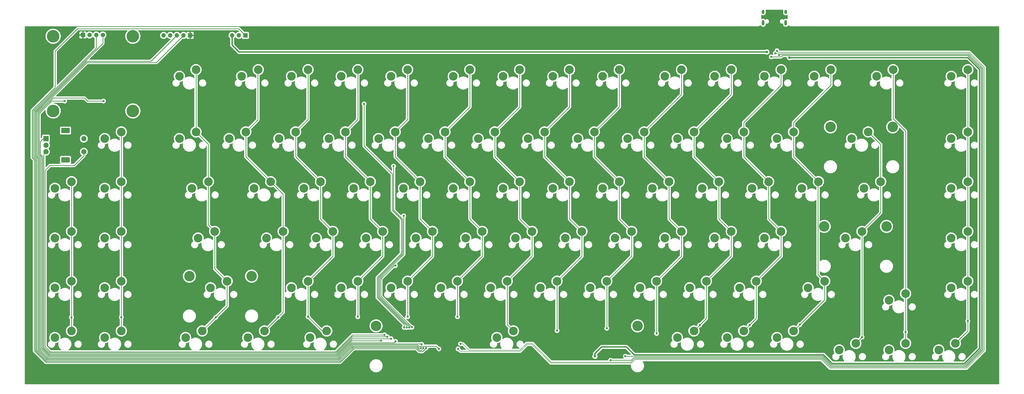
<source format=gtl>
G04 #@! TF.GenerationSoftware,KiCad,Pcbnew,(6.0.11)*
G04 #@! TF.CreationDate,2023-03-01T19:49:01+07:00*
G04 #@! TF.ProjectId,QCK,51434b2e-6b69-4636-9164-5f7063625858,rev?*
G04 #@! TF.SameCoordinates,Original*
G04 #@! TF.FileFunction,Copper,L1,Top*
G04 #@! TF.FilePolarity,Positive*
%FSLAX46Y46*%
G04 Gerber Fmt 4.6, Leading zero omitted, Abs format (unit mm)*
G04 Created by KiCad (PCBNEW (6.0.11)) date 2023-03-01 19:49:01*
%MOMM*%
%LPD*%
G01*
G04 APERTURE LIST*
G04 #@! TA.AperFunction,ComponentPad*
%ADD10R,1.700000X1.700000*%
G04 #@! TD*
G04 #@! TA.AperFunction,ComponentPad*
%ADD11O,1.700000X1.700000*%
G04 #@! TD*
G04 #@! TA.AperFunction,ComponentPad*
%ADD12C,1.700000*%
G04 #@! TD*
G04 #@! TA.AperFunction,ComponentPad*
%ADD13C,4.800000*%
G04 #@! TD*
G04 #@! TA.AperFunction,ComponentPad*
%ADD14R,2.000000X2.000000*%
G04 #@! TD*
G04 #@! TA.AperFunction,ComponentPad*
%ADD15C,2.000000*%
G04 #@! TD*
G04 #@! TA.AperFunction,ComponentPad*
%ADD16R,3.200000X2.000000*%
G04 #@! TD*
G04 #@! TA.AperFunction,ComponentPad*
%ADD17C,3.300000*%
G04 #@! TD*
G04 #@! TA.AperFunction,ComponentPad*
%ADD18C,4.000000*%
G04 #@! TD*
G04 #@! TA.AperFunction,ComponentPad*
%ADD19O,1.000000X2.100000*%
G04 #@! TD*
G04 #@! TA.AperFunction,ComponentPad*
%ADD20O,1.000000X1.600000*%
G04 #@! TD*
G04 #@! TA.AperFunction,ViaPad*
%ADD21C,0.800000*%
G04 #@! TD*
G04 #@! TA.AperFunction,ViaPad*
%ADD22C,1.000000*%
G04 #@! TD*
G04 #@! TA.AperFunction,Conductor*
%ADD23C,0.250000*%
G04 #@! TD*
G04 #@! TA.AperFunction,Conductor*
%ADD24C,0.200000*%
G04 #@! TD*
G04 #@! TA.AperFunction,Conductor*
%ADD25C,0.500000*%
G04 #@! TD*
G04 APERTURE END LIST*
D10*
X22778125Y-3833743D03*
D11*
X25318125Y-3833743D03*
X27858125Y-3833743D03*
D12*
X30398125Y-3833743D03*
D13*
X11388125Y-4333743D03*
X41888125Y-4333743D03*
X11388125Y-32933743D03*
X41888125Y-32933743D03*
D10*
X63810000Y-3966243D03*
D11*
X61270000Y-3966243D03*
X58730000Y-3966243D03*
X56190000Y-3966243D03*
X53650000Y-3966243D03*
D10*
X84928750Y-3966243D03*
D11*
X82388750Y-3966243D03*
X79848750Y-3966243D03*
D14*
X8622500Y-43534993D03*
D15*
X8622500Y-48534993D03*
X8622500Y-46034993D03*
D16*
X16122500Y-40434993D03*
X16122500Y-51634993D03*
D15*
X23122500Y-48534993D03*
X23122500Y-43534993D03*
D17*
X269237500Y-43494993D03*
X275587500Y-40954993D03*
X302575000Y-19682493D03*
X308925000Y-17142493D03*
X250187500Y-43494993D03*
X256537500Y-40954993D03*
X97787500Y-43494993D03*
X104137500Y-40954993D03*
X102550000Y-100644993D03*
X108900000Y-98104993D03*
X250187500Y-119694993D03*
X256537500Y-117154993D03*
X62068750Y-119694993D03*
X68418750Y-117154993D03*
X135887500Y-43494993D03*
X142237500Y-40954993D03*
X164462500Y-62544993D03*
X170812500Y-60004993D03*
X316862500Y-43494993D03*
X323212500Y-40954993D03*
X12062500Y-81594993D03*
X18412500Y-79054993D03*
X31112500Y-43494993D03*
X37462500Y-40954993D03*
X66831250Y-81594993D03*
X73181250Y-79054993D03*
X354962500Y-81594993D03*
X361312500Y-79054993D03*
D18*
X134935000Y-115249993D03*
X234947500Y-115249993D03*
D17*
X269237500Y-119694993D03*
X275587500Y-117154993D03*
X83500000Y-19682493D03*
X89850000Y-17142493D03*
X283525000Y-19682493D03*
X289875000Y-17142493D03*
X85881250Y-119694993D03*
X92231250Y-117154993D03*
X331150000Y-105407493D03*
X337500000Y-102867493D03*
X159700000Y-100644993D03*
X166050000Y-98104993D03*
X31112500Y-119694993D03*
X37462500Y-117154993D03*
X183512500Y-62544993D03*
X189862500Y-60004993D03*
X264475000Y-81594993D03*
X270825000Y-79054993D03*
X150175000Y-81594993D03*
X156525000Y-79054993D03*
X207325000Y-81594993D03*
X213675000Y-79054993D03*
X226375000Y-81594993D03*
X232725000Y-79054993D03*
X12062500Y-119694993D03*
X18412500Y-117154993D03*
X31112500Y-62544993D03*
X37462500Y-60004993D03*
X183512500Y-19682493D03*
X189862500Y-17142493D03*
X245425000Y-81594993D03*
X251775000Y-79054993D03*
X300193750Y-100644993D03*
X306543750Y-98104993D03*
X59687500Y-43494993D03*
X66037500Y-40954993D03*
X354962500Y-19682493D03*
X361312500Y-17142493D03*
X164462500Y-19682493D03*
X170812500Y-17142493D03*
X326387500Y-19682493D03*
X332737500Y-17142493D03*
X93025000Y-81594993D03*
X99375000Y-79054993D03*
X259712500Y-62544993D03*
X266062500Y-60004993D03*
X202562500Y-19682493D03*
X208912500Y-17142493D03*
X221612500Y-62544993D03*
X227962500Y-60004993D03*
X314481250Y-81594993D03*
X320831250Y-79054993D03*
X354962500Y-43494993D03*
X361312500Y-40954993D03*
D18*
X330197500Y-77149993D03*
X306385000Y-77149993D03*
D17*
X312100000Y-124457493D03*
X318450000Y-121917493D03*
X288287500Y-119694993D03*
X294637500Y-117154993D03*
X107312500Y-62544993D03*
X113662500Y-60004993D03*
X221612500Y-19682493D03*
X227962500Y-17142493D03*
X88262500Y-62544993D03*
X94612500Y-60004993D03*
X64450000Y-62544993D03*
X70800000Y-60004993D03*
X181131250Y-119694993D03*
X187481250Y-117154993D03*
X188275000Y-81594993D03*
X194625000Y-79054993D03*
X178750000Y-100644993D03*
X185100000Y-98104993D03*
X235900000Y-100644993D03*
X242250000Y-98104993D03*
X116837500Y-43494993D03*
X123187500Y-40954993D03*
X140650000Y-100644993D03*
X147000000Y-98104993D03*
D18*
X332578750Y-39049993D03*
X308766250Y-39049993D03*
D17*
X297812500Y-62544993D03*
X304162500Y-60004993D03*
X254950000Y-100644993D03*
X261300000Y-98104993D03*
X321625000Y-62544993D03*
X327975000Y-60004993D03*
X278762500Y-62544993D03*
X285112500Y-60004993D03*
X126362500Y-62544993D03*
X132712500Y-60004993D03*
X212087500Y-43494993D03*
X218437500Y-40954993D03*
X12062500Y-100644993D03*
X18412500Y-98104993D03*
X131125000Y-81594993D03*
X137475000Y-79054993D03*
X354962500Y-100644993D03*
X361312500Y-98104993D03*
X231137500Y-43494993D03*
X237487500Y-40954993D03*
X288287500Y-43494993D03*
X294637500Y-40954993D03*
X274000000Y-100644993D03*
X280350000Y-98104993D03*
D19*
X283015000Y841257D03*
D20*
X283015000Y5021257D03*
D19*
X291655000Y841257D03*
D20*
X291655000Y5021257D03*
D17*
X59687500Y-19682493D03*
X66037500Y-17142493D03*
X245425000Y-19682493D03*
X251775000Y-17142493D03*
D18*
X63497500Y-96199993D03*
X87310000Y-96199993D03*
D17*
X202562500Y-62544993D03*
X208912500Y-60004993D03*
X121600000Y-100644993D03*
X127950000Y-98104993D03*
X140650000Y-19682493D03*
X147000000Y-17142493D03*
X169225000Y-81594993D03*
X175575000Y-79054993D03*
X331150000Y-124457493D03*
X337500000Y-121917493D03*
X109693750Y-119694993D03*
X116043750Y-117154993D03*
X350200000Y-124457493D03*
X356550000Y-121917493D03*
X71593750Y-100644993D03*
X77943750Y-98104993D03*
X121600000Y-19682493D03*
X127950000Y-17142493D03*
X31112500Y-81594993D03*
X37462500Y-79054993D03*
X173987500Y-43494993D03*
X180337500Y-40954993D03*
X264475000Y-19682493D03*
X270825000Y-17142493D03*
X112075000Y-81594993D03*
X118425000Y-79054993D03*
X78737500Y-43494993D03*
X85087500Y-40954993D03*
X197800000Y-100644993D03*
X204150000Y-98104993D03*
X102550000Y-19682493D03*
X108900000Y-17142493D03*
X216850000Y-100644993D03*
X223200000Y-98104993D03*
X154937500Y-43494993D03*
X161287500Y-40954993D03*
X145412500Y-62544993D03*
X151762500Y-60004993D03*
X12062500Y-62544993D03*
X18412500Y-60004993D03*
X283525000Y-81594993D03*
X289875000Y-79054993D03*
X31112500Y-100644993D03*
X37462500Y-98104993D03*
X354962500Y-62544993D03*
X361312500Y-60004993D03*
X240662500Y-62544993D03*
X247012500Y-60004993D03*
X193037500Y-43494993D03*
X199387500Y-40954993D03*
D21*
X141596875Y-54059993D03*
X146636993Y-115840681D03*
X73602812Y-111970930D03*
X97451750Y-111934493D03*
X108904375Y-111726993D03*
X127934375Y-111726993D03*
X147000000Y-111726993D03*
X166074375Y-111726993D03*
X204174375Y-117042493D03*
X223204375Y-116162493D03*
X242244375Y-118122493D03*
X258772188Y-114920306D03*
X277822187Y-114920305D03*
X297037187Y-114755305D03*
X337500000Y-117596993D03*
X361312500Y-113374368D03*
X37462500Y-111934493D03*
X320831250Y-119536243D03*
X18412500Y-111994368D03*
X286089875Y-12236993D03*
X230264375Y-126852493D03*
X289094375Y-11512493D03*
X224634375Y-128392993D03*
X30664375Y-29142493D03*
X142344375Y-121152493D03*
X15786875Y-29159993D03*
X136808570Y-120936688D03*
X151794375Y-120252493D03*
X193799375Y-123557493D03*
X157544829Y-119702947D03*
X152774375Y-118652493D03*
X151464375Y-125982493D03*
X163584375Y-126892493D03*
X130349375Y-30247493D03*
X145637572Y-115827947D03*
X145511875Y-73109993D03*
X147636060Y-115811191D03*
X142321875Y-92159993D03*
X148634375Y-115762493D03*
X138154375Y-118672493D03*
X140684375Y-120121493D03*
X139254375Y-119396993D03*
X287604375Y-10842493D03*
X167254375Y-122102493D03*
X166284375Y-124062493D03*
X288284500Y-9875900D03*
X158964375Y-124052493D03*
X152365680Y-122246993D03*
X153054375Y-123726993D03*
X152054872Y-123726993D03*
D22*
X284424375Y-10362493D03*
X293084375Y-12511993D03*
X218674375Y-126882493D03*
D21*
X154054777Y-123726993D03*
D23*
X141596875Y-70844993D02*
X141596875Y-54059993D01*
X145061875Y-87661389D02*
X145061875Y-74309993D01*
X135824375Y-104225285D02*
X135824375Y-96898889D01*
X146636993Y-115840681D02*
X146636993Y-115037903D01*
X145061875Y-74309993D02*
X141596875Y-70844993D01*
X135824375Y-96898889D02*
X145061875Y-87661389D01*
X146636993Y-115037903D02*
X135824375Y-104225285D01*
X66037500Y-40954993D02*
X70800000Y-45717493D01*
X77943750Y-98104993D02*
X77943750Y-107629993D01*
X70800000Y-60004993D02*
X70800000Y-76673743D01*
X66037500Y-17142493D02*
X66037500Y-40954993D01*
X73602812Y-111970930D02*
X68418750Y-117154993D01*
X77943750Y-107629993D02*
X73602812Y-111970930D01*
X73181250Y-79054993D02*
X73181250Y-93342493D01*
X70800000Y-76673743D02*
X73181250Y-79054993D01*
X73181250Y-93342493D02*
X77943750Y-98104993D01*
X70800000Y-45717493D02*
X70800000Y-60004993D01*
X99375000Y-64767493D02*
X99375000Y-79054993D01*
X97451750Y-111934493D02*
X92231250Y-117154993D01*
X85087500Y-50479993D02*
X94612500Y-60004993D01*
X85087500Y-40954993D02*
X85087500Y-50479993D01*
X97451750Y-111934493D02*
X99375000Y-110011243D01*
X89039867Y-17142493D02*
X89694375Y-17797001D01*
X89694375Y-36348118D02*
X85087500Y-40954993D01*
X94612500Y-60004993D02*
X99375000Y-64767493D01*
X89850000Y-17142493D02*
X89039867Y-17142493D01*
X99375000Y-110011243D02*
X99375000Y-79054993D01*
X89694375Y-17797001D02*
X89694375Y-36348118D01*
X113662500Y-74292493D02*
X118425000Y-79054993D01*
X108900000Y-110011243D02*
X108900000Y-98104993D01*
X108900000Y-17142493D02*
X108900000Y-36192493D01*
X114336875Y-117154993D02*
X116043750Y-117154993D01*
X113662500Y-60004993D02*
X113662500Y-74292493D01*
X118425000Y-88579993D02*
X108900000Y-98104993D01*
X108904375Y-111726993D02*
X108908875Y-111726993D01*
X108908875Y-111726993D02*
X114336875Y-117154993D01*
X118425000Y-79054993D02*
X118425000Y-88579993D01*
X108900000Y-36192493D02*
X104137500Y-40954993D01*
X104137500Y-50479993D02*
X113662500Y-60004993D01*
X104137500Y-40954993D02*
X104137500Y-50479993D01*
X108904375Y-111726993D02*
X108904375Y-110015618D01*
X108904375Y-110015618D02*
X108900000Y-110011243D01*
X132712500Y-74292493D02*
X137475000Y-79054993D01*
X127950000Y-36192493D02*
X123187500Y-40954993D01*
X127950000Y-111711368D02*
X127950000Y-98104993D01*
X137475000Y-88579993D02*
X127950000Y-98104993D01*
X127950000Y-17142493D02*
X127950000Y-36192493D01*
X127934375Y-111726993D02*
X127950000Y-111711368D01*
X132712500Y-60004993D02*
X132712500Y-74292493D01*
X123187500Y-50479993D02*
X132712500Y-60004993D01*
X123187500Y-40954993D02*
X123187500Y-50479993D01*
X137475000Y-79054993D02*
X137475000Y-88579993D01*
X147000000Y-98104993D02*
X147000000Y-111722618D01*
X156525000Y-88579993D02*
X147000000Y-98104993D01*
X147000000Y-17142493D02*
X147000000Y-36192493D01*
X147000000Y-36192493D02*
X142237500Y-40954993D01*
X142237500Y-40954993D02*
X142237500Y-50479993D01*
X142237500Y-50479993D02*
X151762500Y-60004993D01*
X156525000Y-79054993D02*
X156525000Y-88579993D01*
X151762500Y-60004993D02*
X151762500Y-74292493D01*
X151762500Y-74292493D02*
X156525000Y-79054993D01*
X170812500Y-17142493D02*
X170812500Y-31429993D01*
X161287500Y-50485618D02*
X170806875Y-60004993D01*
X170812500Y-60004993D02*
X170812500Y-74292493D01*
X175575000Y-88579993D02*
X166050000Y-98104993D01*
X170812500Y-31429993D02*
X161287500Y-40954993D01*
X175575000Y-79054993D02*
X175575000Y-88579993D01*
X161287500Y-40954993D02*
X161287500Y-50485618D01*
X170806875Y-60004993D02*
X170812500Y-60004993D01*
X166050000Y-104476868D02*
X166050000Y-98104993D01*
X166074375Y-104501243D02*
X166050000Y-104476868D01*
X166074375Y-111726993D02*
X166074375Y-104501243D01*
X170812500Y-74292493D02*
X175575000Y-79054993D01*
X194625000Y-88579993D02*
X185100000Y-98104993D01*
X194625000Y-79054993D02*
X194625000Y-88579993D01*
X189862500Y-31429993D02*
X180337500Y-40954993D01*
X189862500Y-74292493D02*
X194625000Y-79054993D01*
X180337500Y-50479993D02*
X189862500Y-60004993D01*
X189862500Y-17142493D02*
X189862500Y-31429993D01*
X189862500Y-60004993D02*
X189862500Y-74292493D01*
X180337500Y-40954993D02*
X180337500Y-50479993D01*
X185100000Y-98104993D02*
X185100000Y-114773743D01*
X185100000Y-114773743D02*
X187481250Y-117154993D01*
X208912500Y-74292493D02*
X213675000Y-79054993D01*
X213675000Y-88579993D02*
X204150000Y-98104993D01*
X204174375Y-117042493D02*
X204150000Y-117018118D01*
X213675000Y-79054993D02*
X213675000Y-88579993D01*
X208912500Y-60004993D02*
X208912500Y-74292493D01*
X208912500Y-31429993D02*
X199387500Y-40954993D01*
X204150000Y-117018118D02*
X204150000Y-98104993D01*
X208912500Y-17142493D02*
X208912500Y-31429993D01*
X199387500Y-40954993D02*
X199387500Y-50479993D01*
X199387500Y-50479993D02*
X208912500Y-60004993D01*
X227962500Y-17142493D02*
X227962500Y-31429993D01*
X218437500Y-40954993D02*
X218437500Y-50479993D01*
X223200000Y-116158118D02*
X223204375Y-116162493D01*
X232725000Y-88579993D02*
X223200000Y-98104993D01*
X232725000Y-79054993D02*
X232725000Y-88579993D01*
X218437500Y-50479993D02*
X227962500Y-60004993D01*
X227962500Y-60004993D02*
X227962500Y-74292493D01*
X227962500Y-74292493D02*
X232725000Y-79054993D01*
X227962500Y-31429993D02*
X218437500Y-40954993D01*
X223200000Y-98104993D02*
X223200000Y-116158118D01*
X247012500Y-60004993D02*
X247012500Y-74292493D01*
X251775000Y-88579993D02*
X242250000Y-98104993D01*
X242250000Y-98104993D02*
X242250000Y-118116868D01*
X251775000Y-26667493D02*
X237487500Y-40954993D01*
X242250000Y-118116868D02*
X242244375Y-118122493D01*
X237487500Y-40954993D02*
X237487500Y-50479993D01*
X251775000Y-79054993D02*
X251775000Y-88579993D01*
X247012500Y-74292493D02*
X251775000Y-79054993D01*
X237487500Y-50479993D02*
X247012500Y-60004993D01*
X251775000Y-17142493D02*
X251775000Y-26667493D01*
X266062500Y-74292493D02*
X270825000Y-79054993D01*
X270825000Y-79054993D02*
X270825000Y-88579993D01*
X261300000Y-98104993D02*
X261300000Y-112392493D01*
X256537500Y-40954993D02*
X270825000Y-26667493D01*
X256537500Y-50479993D02*
X266062500Y-60004993D01*
X266062500Y-60004993D02*
X266062500Y-74292493D01*
X261300000Y-112392493D02*
X258772188Y-114920306D01*
X270825000Y-88579993D02*
X261300000Y-98104993D01*
X256537500Y-40954993D02*
X256537500Y-50479993D01*
X270825000Y-26667493D02*
X270825000Y-17142493D01*
X258772188Y-114920306D02*
X256537500Y-117154993D01*
X280350000Y-112392492D02*
X277822187Y-114920305D01*
X275587500Y-37320126D02*
X275587500Y-40954993D01*
X289875000Y-88579993D02*
X280350000Y-98104993D01*
X289875000Y-17142493D02*
X289875000Y-23032626D01*
X275587500Y-40954993D02*
X275587500Y-50479993D01*
X285112500Y-74292493D02*
X289875000Y-79054993D01*
X277822187Y-114920305D02*
X275587500Y-117154993D01*
X289875000Y-23032626D02*
X275587500Y-37320126D01*
X275587500Y-50479993D02*
X285112500Y-60004993D01*
X289875000Y-79054993D02*
X289875000Y-88579993D01*
X280350000Y-98104993D02*
X280350000Y-112392492D01*
X285112500Y-60004993D02*
X285112500Y-74292493D01*
X304016099Y-95577342D02*
X306543750Y-98104993D01*
X304162500Y-60004993D02*
X304016099Y-60151394D01*
X306543750Y-105248743D02*
X297037187Y-114755305D01*
X306543750Y-98104993D02*
X306543750Y-105248743D01*
X294637500Y-40954993D02*
X294637500Y-50479993D01*
X304016099Y-60151394D02*
X304016099Y-95577342D01*
X308925000Y-17142493D02*
X308925000Y-23032626D01*
X294637500Y-50479993D02*
X304162500Y-60004993D01*
X297037187Y-114755305D02*
X294637500Y-117154993D01*
X308925000Y-23032626D02*
X294637500Y-37320126D01*
X294637500Y-37320126D02*
X294637500Y-40954993D01*
X337500000Y-102867493D02*
X337500000Y-121917493D01*
X332737500Y-17142493D02*
X332737500Y-35920696D01*
X332737500Y-35920696D02*
X337500000Y-40683196D01*
X337500000Y-40683196D02*
X337500000Y-102867493D01*
X361312500Y-117154993D02*
X356550000Y-121917493D01*
X361312500Y-113374368D02*
X361312500Y-117154993D01*
X361312500Y-17142493D02*
X361312500Y-40954993D01*
X361312500Y-40954993D02*
X361312500Y-113374368D01*
X37462500Y-40954993D02*
X37462500Y-111934493D01*
X37462500Y-111934493D02*
X37462500Y-117154993D01*
X327975000Y-71911243D02*
X320831250Y-79054993D01*
X327975000Y-45717493D02*
X327975000Y-60004993D01*
X320831250Y-79054993D02*
X320831250Y-119536243D01*
X323212500Y-40954993D02*
X327975000Y-45717493D01*
X327975000Y-60004993D02*
X327975000Y-71911243D01*
X320831250Y-119536243D02*
X318450000Y-121917493D01*
X18412500Y-111994368D02*
X18412500Y-117154993D01*
X18412500Y-60004993D02*
X18412500Y-111994368D01*
X360286253Y-130177493D02*
X309152497Y-130177493D01*
X290364180Y-11687493D02*
X361326253Y-11687493D01*
X366389375Y-124074371D02*
X360286253Y-130177493D01*
X309152497Y-130177493D02*
X305846096Y-126871092D01*
X289814680Y-12236993D02*
X290364180Y-11687493D01*
X230282974Y-126871092D02*
X230264375Y-126852493D01*
X361326253Y-11687493D02*
X366389375Y-16750615D01*
X366389375Y-16750615D02*
X366389375Y-124074371D01*
X286089875Y-12236993D02*
X289814680Y-12236993D01*
X305846096Y-126871092D02*
X230282974Y-126871092D01*
X361512649Y-11237493D02*
X366839375Y-16564219D01*
X233634898Y-127321092D02*
X232563497Y-128392493D01*
X289094375Y-11512493D02*
X289369375Y-11237493D01*
X289369375Y-11237493D02*
X361512649Y-11237493D01*
X232563497Y-128392493D02*
X224634875Y-128392493D01*
X360472649Y-130627493D02*
X308966101Y-130627493D01*
X305659700Y-127321092D02*
X233634898Y-127321092D01*
X224634875Y-128392493D02*
X224634375Y-128392993D01*
X366839375Y-124260767D02*
X360472649Y-130627493D01*
X366839375Y-16564219D02*
X366839375Y-124260767D01*
X308966101Y-130627493D02*
X305659700Y-127321092D01*
X5584375Y-33746097D02*
X11347979Y-27982493D01*
X9555187Y-126952493D02*
X6494375Y-123891681D01*
X5584375Y-49832493D02*
X5584375Y-33746097D01*
X120219959Y-126952493D02*
X9555187Y-126952493D01*
X125510764Y-121661688D02*
X120219959Y-126952493D01*
X141835180Y-121661688D02*
X125510764Y-121661688D01*
X142344375Y-121152493D02*
X141835180Y-121661688D01*
X6494375Y-123891681D02*
X6494375Y-50742493D01*
X24544375Y-29142493D02*
X30664375Y-29142493D01*
X6494375Y-50742493D02*
X5584375Y-49832493D01*
X23384375Y-27982493D02*
X24544375Y-29142493D01*
X11347979Y-27982493D02*
X23384375Y-27982493D01*
X6034375Y-33932493D02*
X10806875Y-29159993D01*
X125599368Y-120936688D02*
X120033563Y-126502493D01*
X9741583Y-126502493D02*
X6944375Y-123705285D01*
X10806875Y-29159993D02*
X15786875Y-29159993D01*
X136808570Y-120936688D02*
X125599368Y-120936688D01*
X6034375Y-49632493D02*
X6034375Y-33932493D01*
X6944375Y-123705285D02*
X6944375Y-50542493D01*
X6944375Y-50542493D02*
X6034375Y-49632493D01*
X120033563Y-126502493D02*
X9741583Y-126502493D01*
X193799375Y-123557493D02*
X190464375Y-126892493D01*
X190464375Y-126892493D02*
X163584375Y-126892493D01*
X135374375Y-96712493D02*
X144611875Y-87474993D01*
X141146875Y-57104993D02*
X130349375Y-46307493D01*
X130349375Y-46307493D02*
X130349375Y-30247493D01*
X145637572Y-114674878D02*
X135374375Y-104411681D01*
X135374375Y-104411681D02*
X135374375Y-96712493D01*
X144611875Y-74496389D02*
X141146875Y-71031389D01*
X141146875Y-71031389D02*
X141146875Y-57104993D01*
X145637572Y-115827947D02*
X145637572Y-114674878D01*
X144611875Y-87474993D02*
X144611875Y-74496389D01*
X145511875Y-87847785D02*
X145511875Y-73109993D01*
X147636060Y-115811191D02*
X147636060Y-115400574D01*
X136274375Y-104038889D02*
X136274375Y-97085285D01*
X147636060Y-115400574D02*
X136274375Y-104038889D01*
X136274375Y-97085285D02*
X145511875Y-87847785D01*
X141836063Y-92159993D02*
X136724375Y-97271681D01*
X136724375Y-97271681D02*
X136724375Y-103852493D01*
X142321875Y-92159993D02*
X141836063Y-92159993D01*
X136724375Y-103852493D02*
X148634375Y-115762493D01*
X10304375Y-125152493D02*
X8294375Y-123142493D01*
X119474375Y-125152493D02*
X10304375Y-125152493D01*
X138154375Y-118672493D02*
X125954375Y-118672493D01*
X125954375Y-118672493D02*
X119474375Y-125152493D01*
X19494375Y-53802493D02*
X23122500Y-50174368D01*
X8294375Y-123142493D02*
X8294375Y-55682493D01*
X8294375Y-55682493D02*
X10174375Y-53802493D01*
X23122500Y-50174368D02*
X23122500Y-48534993D01*
X10174375Y-53802493D02*
X19494375Y-53802493D01*
X125778167Y-120121493D02*
X119847167Y-126052493D01*
X140684375Y-120121493D02*
X125778167Y-120121493D01*
X7394375Y-123518889D02*
X7394375Y-50352493D01*
X6484375Y-49442493D02*
X6484375Y-44622493D01*
X7571875Y-43534993D02*
X8622500Y-43534993D01*
X9927979Y-126052493D02*
X7394375Y-123518889D01*
X119847167Y-126052493D02*
X9927979Y-126052493D01*
X7394375Y-50352493D02*
X6484375Y-49442493D01*
X6484375Y-44622493D02*
X7571875Y-43534993D01*
X7844375Y-49313118D02*
X8622500Y-48534993D01*
X7844375Y-123332493D02*
X7844375Y-49313118D01*
X119660771Y-125602493D02*
X10114375Y-125602493D01*
X10114375Y-125602493D02*
X7844375Y-123332493D01*
X139254375Y-119396993D02*
X125866271Y-119396993D01*
X125866271Y-119396993D02*
X119660771Y-125602493D01*
D24*
X305483660Y-127746092D02*
X308790061Y-131052493D01*
X189882288Y-124578894D02*
X192528690Y-121932493D01*
X167254375Y-122102493D02*
X168104375Y-122102493D01*
X360648689Y-131052493D02*
X367264375Y-124436807D01*
X192528690Y-121932493D02*
X194780011Y-121932493D01*
X170580776Y-124578894D02*
X189882288Y-124578894D01*
X232464537Y-129092493D02*
X233810939Y-127746092D01*
X194780011Y-121932493D02*
X201940011Y-129092493D01*
X308790061Y-131052493D02*
X360648689Y-131052493D01*
X287634375Y-10812493D02*
X287604375Y-10842493D01*
X168104375Y-122102493D02*
X170580776Y-124578894D01*
X367264375Y-124436807D02*
X367264375Y-16388179D01*
X201940011Y-129092493D02*
X232464537Y-129092493D01*
X233810939Y-127746092D02*
X305483660Y-127746092D01*
X367264375Y-16388179D02*
X361688689Y-10812493D01*
X361688689Y-10812493D02*
X287634375Y-10812493D01*
X308624375Y-131452493D02*
X360814375Y-131452493D01*
X360814375Y-131452493D02*
X367664375Y-124602493D01*
X190047974Y-124978894D02*
X192694375Y-122332493D01*
X233976624Y-128146092D02*
X305317974Y-128146092D01*
X201774325Y-129492493D02*
X232630223Y-129492493D01*
X288821093Y-10412493D02*
X288284500Y-9875900D01*
X361854375Y-10412493D02*
X288821093Y-10412493D01*
X232630223Y-129492493D02*
X233976624Y-128146092D01*
X305317974Y-128146092D02*
X308624375Y-131452493D01*
X167200776Y-124978894D02*
X190047974Y-124978894D01*
X166284375Y-124062493D02*
X167200776Y-124978894D01*
X367664375Y-16222493D02*
X361854375Y-10412493D01*
X367664375Y-124602493D02*
X367664375Y-16222493D01*
X194614325Y-122332493D02*
X201774325Y-129492493D01*
X192694375Y-122332493D02*
X194614325Y-122332493D01*
D23*
X151275466Y-123002493D02*
X150834161Y-122561188D01*
X4684375Y-33373305D02*
X24135187Y-13922493D01*
X48773750Y-13922493D02*
X58730000Y-3966243D01*
X150834161Y-122561188D02*
X125894375Y-122561188D01*
X9182395Y-127852493D02*
X5594375Y-124264473D01*
X24135187Y-13922493D02*
X48773750Y-13922493D01*
X5594375Y-124264473D02*
X5594375Y-51128889D01*
X158964375Y-124052493D02*
X157914375Y-123002493D01*
X125894375Y-122561188D02*
X120603070Y-127852493D01*
X120603070Y-127852493D02*
X9182395Y-127852493D01*
X157914375Y-123002493D02*
X151275466Y-123002493D01*
X5594375Y-51128889D02*
X4684375Y-50218889D01*
X4684375Y-50218889D02*
X4684375Y-33373305D01*
X5134375Y-33559701D02*
X24321583Y-14372493D01*
X125697660Y-122111188D02*
X120406355Y-127402493D01*
X152229875Y-122111188D02*
X125697660Y-122111188D01*
X120406355Y-127402493D02*
X9368791Y-127402493D01*
X6044375Y-50942493D02*
X5134375Y-50032493D01*
X6044375Y-124078077D02*
X6044375Y-50942493D01*
X152365680Y-122246993D02*
X152229875Y-122111188D01*
X9368791Y-127402493D02*
X6044375Y-124078077D01*
X5134375Y-50032493D02*
X5134375Y-33559701D01*
X24321583Y-14372493D02*
X50863750Y-14372493D01*
X50863750Y-14372493D02*
X61270000Y-3966243D01*
X150473524Y-123473343D02*
X126255012Y-123473343D01*
X152249680Y-124632493D02*
X151632674Y-124632493D01*
X3784375Y-33000513D02*
X27858125Y-8926763D01*
X126255012Y-123473343D02*
X120975862Y-128752493D01*
X27858125Y-8926763D02*
X27858125Y-3833743D01*
X8809603Y-128752493D02*
X4694375Y-124637265D01*
X153054375Y-123726993D02*
X153054375Y-123827798D01*
X4694375Y-51501681D02*
X3784375Y-50591681D01*
X3784375Y-50591681D02*
X3784375Y-33000513D01*
X4694375Y-124637265D02*
X4694375Y-51501681D01*
X151632674Y-124632493D02*
X150473524Y-123473343D01*
X153054375Y-123827798D02*
X152249680Y-124632493D01*
X120975862Y-128752493D02*
X8809603Y-128752493D01*
X8995999Y-128302493D02*
X5144375Y-124450869D01*
X150647765Y-123011188D02*
X126080771Y-123011188D01*
X126080771Y-123011188D02*
X120789466Y-128302493D01*
X5144375Y-51315285D02*
X4234375Y-50405285D01*
X120789466Y-128302493D02*
X8995999Y-128302493D01*
X5144375Y-124450869D02*
X5144375Y-51315285D01*
X151363570Y-123726993D02*
X150647765Y-123011188D01*
X30398125Y-7023159D02*
X30398125Y-3833743D01*
X4234375Y-50405285D02*
X4234375Y-33186909D01*
X152054872Y-123726993D02*
X151363570Y-123726993D01*
X4234375Y-33186909D02*
X30398125Y-7023159D01*
D25*
X365814375Y-123836199D02*
X365814375Y-16988787D01*
X218674375Y-126882493D02*
X218674375Y-125812493D01*
X233707974Y-126296092D02*
X306084268Y-126296092D01*
X79848750Y-7716868D02*
X79848750Y-3966243D01*
X306084268Y-126296092D02*
X309390669Y-129602493D01*
X230724375Y-123312493D02*
X233707974Y-126296092D01*
X360048081Y-129602493D02*
X365814375Y-123836199D01*
X82494375Y-10362493D02*
X79848750Y-7716868D01*
X365814375Y-16988787D02*
X361338081Y-12512493D01*
X309390669Y-129602493D02*
X360048081Y-129602493D01*
X293084875Y-12512493D02*
X293084375Y-12511993D01*
X284424375Y-10362493D02*
X82494375Y-10362493D01*
X361338081Y-12512493D02*
X293084875Y-12512493D01*
X218674375Y-125812493D02*
X221174375Y-123312493D01*
X221174375Y-123312493D02*
X230724375Y-123312493D01*
D23*
X126441408Y-123923343D02*
X121162258Y-129202493D01*
X12164375Y-23984117D02*
X12164375Y-9973451D01*
X8623207Y-129202493D02*
X4244375Y-124823661D01*
X3334375Y-50798889D02*
X3334375Y-32814117D01*
X150287128Y-123923343D02*
X126441408Y-123923343D01*
X151446278Y-125082493D02*
X150287128Y-123923343D01*
X121162258Y-129202493D02*
X8623207Y-129202493D01*
X20705333Y-1432493D02*
X82395000Y-1432493D01*
X4244375Y-51708889D02*
X3334375Y-50798889D01*
X154054777Y-123751896D02*
X152724180Y-125082493D01*
X12164375Y-9973451D02*
X20705333Y-1432493D01*
X4244375Y-124823661D02*
X4244375Y-51708889D01*
X152724180Y-125082493D02*
X151446278Y-125082493D01*
X3334375Y-32814117D02*
X12164375Y-23984117D01*
X82395000Y-1432493D02*
X84928750Y-3966243D01*
G04 #@! TA.AperFunction,Conductor*
G36*
X290658719Y5824005D02*
G01*
X290705212Y5770349D01*
X290715316Y5700075D01*
X290710700Y5679909D01*
X290663765Y5531951D01*
X290646500Y5378030D01*
X290646500Y4671488D01*
X290646800Y4668432D01*
X290646800Y4668425D01*
X290647530Y4660984D01*
X290660920Y4524424D01*
X290718084Y4335088D01*
X290810934Y4160461D01*
X290881291Y4074195D01*
X290932040Y4011970D01*
X290932043Y4011967D01*
X290935935Y4007195D01*
X290940682Y4003268D01*
X290940684Y4003266D01*
X291083575Y3885056D01*
X291083579Y3885054D01*
X291088325Y3881127D01*
X291262299Y3787059D01*
X291451232Y3728575D01*
X291457357Y3727931D01*
X291457358Y3727931D01*
X291641796Y3708546D01*
X291641798Y3708546D01*
X291647925Y3707902D01*
X291730424Y3715410D01*
X291838749Y3725268D01*
X291838752Y3725269D01*
X291844888Y3725827D01*
X291850794Y3727565D01*
X291850798Y3727566D01*
X291955924Y3758506D01*
X292034619Y3781667D01*
X292040083Y3784524D01*
X292040089Y3784526D01*
X292198374Y3867276D01*
X292268010Y3881111D01*
X292334071Y3855101D01*
X292375583Y3797506D01*
X292382750Y3755615D01*
X292382750Y2355662D01*
X292362748Y2287541D01*
X292309092Y2241048D01*
X292238818Y2230944D01*
X292196821Y2244826D01*
X292117821Y2287541D01*
X292047701Y2325455D01*
X291858768Y2383939D01*
X291852643Y2384583D01*
X291852642Y2384583D01*
X291668204Y2403968D01*
X291668202Y2403968D01*
X291662075Y2404612D01*
X291579576Y2397104D01*
X291471251Y2387246D01*
X291471248Y2387245D01*
X291465112Y2386687D01*
X291459206Y2384949D01*
X291459202Y2384948D01*
X291363899Y2356899D01*
X291275381Y2330847D01*
X291269923Y2327994D01*
X291269919Y2327992D01*
X291192545Y2287541D01*
X291100110Y2239217D01*
X290945975Y2115289D01*
X290897600Y2057638D01*
X290838493Y2018313D01*
X290767506Y2017187D01*
X290724552Y2038535D01*
X290664743Y2084263D01*
X290664739Y2084266D01*
X290659322Y2088407D01*
X290554186Y2137432D01*
X290501369Y2162062D01*
X290501366Y2162063D01*
X290495192Y2164942D01*
X290488544Y2166428D01*
X290488541Y2166429D01*
X290323494Y2203321D01*
X290323495Y2203321D01*
X290318457Y2204447D01*
X290312912Y2204757D01*
X290179756Y2204757D01*
X290044963Y2190114D01*
X289961609Y2162062D01*
X289879796Y2134529D01*
X289879794Y2134528D01*
X289873325Y2132351D01*
X289718095Y2039080D01*
X289713138Y2034392D01*
X289713135Y2034390D01*
X289633406Y1958993D01*
X289586515Y1914650D01*
X289582683Y1909012D01*
X289582680Y1909008D01*
X289531740Y1834052D01*
X289484723Y1764869D01*
X289417470Y1596723D01*
X289416356Y1589995D01*
X289416355Y1589991D01*
X289389007Y1424796D01*
X289387892Y1418059D01*
X289388249Y1411242D01*
X289388249Y1411238D01*
X289393151Y1317718D01*
X289397370Y1237210D01*
X289399181Y1230637D01*
X289399181Y1230634D01*
X289422551Y1145791D01*
X289445461Y1062616D01*
X289529922Y902421D01*
X289534327Y897208D01*
X289534330Y897204D01*
X289642406Y769314D01*
X289642410Y769310D01*
X289646813Y764100D01*
X289652237Y759953D01*
X289652238Y759952D01*
X289785257Y658251D01*
X289785261Y658248D01*
X289790678Y654107D01*
X289877372Y613681D01*
X289948631Y580452D01*
X289948634Y580451D01*
X289954808Y577572D01*
X289961456Y576086D01*
X289961459Y576085D01*
X290057686Y554576D01*
X290131543Y538067D01*
X290137088Y537757D01*
X290270244Y537757D01*
X290405037Y552400D01*
X290480312Y577733D01*
X290551253Y580503D01*
X290612432Y544480D01*
X290644423Y481099D01*
X290646500Y458314D01*
X290646500Y241488D01*
X290646800Y238432D01*
X290646800Y238425D01*
X290647530Y230984D01*
X290660920Y94424D01*
X290718084Y-94912D01*
X290810934Y-269539D01*
X290881291Y-355805D01*
X290932040Y-418030D01*
X290932043Y-418033D01*
X290935935Y-422805D01*
X290940682Y-426732D01*
X290940684Y-426734D01*
X291083575Y-544944D01*
X291083579Y-544946D01*
X291088325Y-548873D01*
X291262299Y-642941D01*
X291451232Y-701425D01*
X291457357Y-702069D01*
X291457358Y-702069D01*
X291641796Y-721454D01*
X291641798Y-721454D01*
X291647925Y-722098D01*
X291730424Y-714590D01*
X291838749Y-704732D01*
X291838752Y-704731D01*
X291844888Y-704173D01*
X291850794Y-702435D01*
X291850798Y-702434D01*
X291955924Y-671494D01*
X292034619Y-648333D01*
X292040077Y-645480D01*
X292040081Y-645478D01*
X292175658Y-574599D01*
X292209890Y-556703D01*
X292364025Y-432775D01*
X292491154Y-281269D01*
X292494121Y-275871D01*
X292494125Y-275866D01*
X292560890Y-154419D01*
X292611235Y-104361D01*
X292680652Y-89467D01*
X292747102Y-114468D01*
X292759083Y-124881D01*
X292761288Y-127462D01*
X292917173Y-260590D01*
X293091966Y-367690D01*
X293096549Y-369588D01*
X293096553Y-369590D01*
X293249129Y-432775D01*
X293281363Y-446124D01*
X293286176Y-447279D01*
X293286179Y-447280D01*
X293455849Y-487997D01*
X293480699Y-493960D01*
X293485630Y-494347D01*
X293485633Y-494348D01*
X293595106Y-502950D01*
X293644225Y-506810D01*
X293655232Y-508166D01*
X293672513Y-511071D01*
X293677380Y-511130D01*
X293677385Y-511130D01*
X293680204Y-511164D01*
X293680210Y-511164D01*
X293685065Y-511222D01*
X293691756Y-510263D01*
X293712650Y-507268D01*
X293730528Y-505993D01*
X373010633Y-505993D01*
X373030018Y-507493D01*
X373044851Y-509803D01*
X373044855Y-509803D01*
X373053724Y-511184D01*
X373062628Y-510020D01*
X373071599Y-510129D01*
X373071589Y-510945D01*
X373093100Y-511236D01*
X373128425Y-516831D01*
X373165919Y-529014D01*
X373209864Y-551406D01*
X373241757Y-574579D01*
X373276632Y-609456D01*
X373299802Y-641349D01*
X373322191Y-685293D01*
X373334373Y-722790D01*
X373339867Y-757492D01*
X373341286Y-777060D01*
X373340059Y-784939D01*
X373342527Y-803823D01*
X373344187Y-816519D01*
X373345250Y-832850D01*
X373345250Y-137266905D01*
X373343751Y-137286281D01*
X373340059Y-137310004D01*
X373341224Y-137318909D01*
X373341115Y-137327879D01*
X373340300Y-137327869D01*
X373340009Y-137349380D01*
X373334418Y-137384693D01*
X373322236Y-137422190D01*
X373299851Y-137466125D01*
X373276676Y-137498022D01*
X373241810Y-137532886D01*
X373209912Y-137556059D01*
X373165977Y-137578441D01*
X373128481Y-137590621D01*
X373093785Y-137596113D01*
X373074214Y-137597530D01*
X373066341Y-137596303D01*
X373038798Y-137599901D01*
X373034742Y-137600431D01*
X373018420Y-137601493D01*
X840621Y-137601493D01*
X821234Y-137599993D01*
X806402Y-137597683D01*
X806399Y-137597683D01*
X797531Y-137596302D01*
X788626Y-137597466D01*
X779657Y-137597357D01*
X779667Y-137596542D01*
X758156Y-137596250D01*
X722817Y-137590653D01*
X685323Y-137578470D01*
X641366Y-137556072D01*
X609475Y-137532901D01*
X574592Y-137498018D01*
X551421Y-137466127D01*
X529022Y-137422168D01*
X516840Y-137384679D01*
X511380Y-137350210D01*
X509949Y-137330490D01*
X511191Y-137322514D01*
X507064Y-137290955D01*
X506000Y-137274617D01*
X506000Y-130647431D01*
X132432600Y-130647431D01*
X132472064Y-130959823D01*
X132550370Y-131264806D01*
X132666284Y-131557570D01*
X132817976Y-131833497D01*
X133003055Y-132088237D01*
X133218602Y-132317771D01*
X133461218Y-132518480D01*
X133727076Y-132687199D01*
X133730655Y-132688883D01*
X133730662Y-132688887D01*
X134008394Y-132819577D01*
X134008398Y-132819579D01*
X134011984Y-132821266D01*
X134311448Y-132918568D01*
X134620746Y-132977570D01*
X134714300Y-132983456D01*
X134854358Y-132992268D01*
X134854374Y-132992269D01*
X134856353Y-132992393D01*
X135013647Y-132992393D01*
X135015626Y-132992269D01*
X135015642Y-132992268D01*
X135155700Y-132983456D01*
X135249254Y-132977570D01*
X135558552Y-132918568D01*
X135858016Y-132821266D01*
X135861602Y-132819579D01*
X135861606Y-132819577D01*
X136139338Y-132688887D01*
X136139345Y-132688883D01*
X136142924Y-132687199D01*
X136408782Y-132518480D01*
X136651398Y-132317771D01*
X136866945Y-132088237D01*
X137052024Y-131833497D01*
X137203716Y-131557570D01*
X137319630Y-131264806D01*
X137397936Y-130959823D01*
X137437400Y-130647431D01*
X137437400Y-130332555D01*
X137397936Y-130020163D01*
X137319630Y-129715180D01*
X137307580Y-129684744D01*
X137205170Y-129426089D01*
X137203716Y-129422416D01*
X137052024Y-129146489D01*
X136866945Y-128891749D01*
X136651398Y-128662215D01*
X136408782Y-128461506D01*
X136142924Y-128292787D01*
X136139345Y-128291103D01*
X136139338Y-128291099D01*
X135861606Y-128160409D01*
X135861602Y-128160407D01*
X135858016Y-128158720D01*
X135814052Y-128144435D01*
X135623697Y-128082585D01*
X135558552Y-128061418D01*
X135249254Y-128002416D01*
X135152249Y-127996313D01*
X135015642Y-127987718D01*
X135015626Y-127987717D01*
X135013647Y-127987593D01*
X134856353Y-127987593D01*
X134854374Y-127987717D01*
X134854358Y-127987718D01*
X134717751Y-127996313D01*
X134620746Y-128002416D01*
X134311448Y-128061418D01*
X134246303Y-128082585D01*
X134055949Y-128144435D01*
X134011984Y-128158720D01*
X134008398Y-128160407D01*
X134008394Y-128160409D01*
X133730662Y-128291099D01*
X133730655Y-128291103D01*
X133727076Y-128292787D01*
X133461218Y-128461506D01*
X133218602Y-128662215D01*
X133003055Y-128891749D01*
X132817976Y-129146489D01*
X132666284Y-129422416D01*
X132664830Y-129426089D01*
X132562421Y-129684744D01*
X132550370Y-129715180D01*
X132472064Y-130020163D01*
X132432600Y-130332555D01*
X132432600Y-130647431D01*
X506000Y-130647431D01*
X506000Y-32794060D01*
X2696155Y-32794060D01*
X2696901Y-32801952D01*
X2700316Y-32838078D01*
X2700875Y-32849936D01*
X2700875Y-50720122D01*
X2700348Y-50731305D01*
X2698673Y-50738798D01*
X2698922Y-50746724D01*
X2698922Y-50746725D01*
X2700813Y-50806875D01*
X2700875Y-50810834D01*
X2700875Y-50838745D01*
X2701372Y-50842679D01*
X2701372Y-50842680D01*
X2701380Y-50842745D01*
X2702313Y-50854582D01*
X2703702Y-50898778D01*
X2707162Y-50910687D01*
X2709353Y-50918228D01*
X2713362Y-50937589D01*
X2715901Y-50957686D01*
X2718820Y-50965057D01*
X2718820Y-50965059D01*
X2732179Y-50998801D01*
X2736024Y-51010031D01*
X2748357Y-51052482D01*
X2752390Y-51059301D01*
X2752392Y-51059306D01*
X2758668Y-51069917D01*
X2767363Y-51087665D01*
X2774823Y-51106506D01*
X2779485Y-51112922D01*
X2779485Y-51112923D01*
X2800811Y-51142276D01*
X2807327Y-51152196D01*
X2829833Y-51190251D01*
X2844154Y-51204572D01*
X2856994Y-51219605D01*
X2868903Y-51235996D01*
X2875009Y-51241047D01*
X2902980Y-51264187D01*
X2911759Y-51272177D01*
X3573970Y-51934388D01*
X3607996Y-51996700D01*
X3610875Y-52023483D01*
X3610875Y-124744894D01*
X3610348Y-124756077D01*
X3608673Y-124763570D01*
X3608922Y-124771496D01*
X3608922Y-124771497D01*
X3610813Y-124831647D01*
X3610875Y-124835606D01*
X3610875Y-124863517D01*
X3611372Y-124867451D01*
X3611372Y-124867452D01*
X3611380Y-124867517D01*
X3612313Y-124879354D01*
X3613702Y-124923550D01*
X3619353Y-124943000D01*
X3623362Y-124962361D01*
X3624453Y-124970993D01*
X3625901Y-124982458D01*
X3628820Y-124989829D01*
X3628820Y-124989831D01*
X3642179Y-125023573D01*
X3646024Y-125034803D01*
X3652166Y-125055945D01*
X3658357Y-125077254D01*
X3662390Y-125084073D01*
X3662392Y-125084078D01*
X3668668Y-125094689D01*
X3677363Y-125112437D01*
X3684823Y-125131278D01*
X3689485Y-125137694D01*
X3689485Y-125137695D01*
X3710811Y-125167048D01*
X3717327Y-125176968D01*
X3739833Y-125215023D01*
X3754154Y-125229344D01*
X3766994Y-125244377D01*
X3778903Y-125260768D01*
X3785009Y-125265819D01*
X3812980Y-125288959D01*
X3821759Y-125296949D01*
X8119550Y-129594740D01*
X8127094Y-129603030D01*
X8131207Y-129609511D01*
X8136984Y-129614936D01*
X8180874Y-129656151D01*
X8183716Y-129658906D01*
X8203438Y-129678628D01*
X8206562Y-129681051D01*
X8206566Y-129681055D01*
X8206631Y-129681105D01*
X8215652Y-129688810D01*
X8247886Y-129719079D01*
X8254834Y-129722898D01*
X8254836Y-129722900D01*
X8265639Y-129728839D01*
X8282166Y-129739695D01*
X8291905Y-129747250D01*
X8291907Y-129747251D01*
X8298167Y-129752107D01*
X8338747Y-129769667D01*
X8349395Y-129774884D01*
X8374183Y-129788511D01*
X8388147Y-129796188D01*
X8395823Y-129798159D01*
X8395826Y-129798160D01*
X8407769Y-129801226D01*
X8426474Y-129807630D01*
X8445062Y-129815674D01*
X8452885Y-129816913D01*
X8452895Y-129816916D01*
X8488731Y-129822592D01*
X8500351Y-129824998D01*
X8532166Y-129833166D01*
X8543177Y-129835993D01*
X8563431Y-129835993D01*
X8583141Y-129837544D01*
X8603150Y-129840713D01*
X8611042Y-129839967D01*
X8629787Y-129838195D01*
X8647169Y-129836552D01*
X8659026Y-129835993D01*
X121083491Y-129835993D01*
X121094674Y-129836520D01*
X121102167Y-129838195D01*
X121110093Y-129837946D01*
X121110094Y-129837946D01*
X121170244Y-129836055D01*
X121174203Y-129835993D01*
X121202114Y-129835993D01*
X121206049Y-129835496D01*
X121206114Y-129835488D01*
X121217951Y-129834555D01*
X121250209Y-129833541D01*
X121254228Y-129833415D01*
X121262147Y-129833166D01*
X121281601Y-129827514D01*
X121300958Y-129823506D01*
X121313188Y-129821961D01*
X121313189Y-129821961D01*
X121321055Y-129820967D01*
X121328426Y-129818048D01*
X121328428Y-129818048D01*
X121362170Y-129804689D01*
X121373400Y-129800844D01*
X121408241Y-129790722D01*
X121408242Y-129790722D01*
X121415851Y-129788511D01*
X121422670Y-129784478D01*
X121422675Y-129784476D01*
X121433286Y-129778200D01*
X121451034Y-129769505D01*
X121469875Y-129762045D01*
X121505645Y-129736057D01*
X121515565Y-129729541D01*
X121546793Y-129711073D01*
X121546796Y-129711071D01*
X121553620Y-129707035D01*
X121567941Y-129692714D01*
X121582975Y-129679873D01*
X121584689Y-129678628D01*
X121599365Y-129667965D01*
X121627556Y-129633888D01*
X121635546Y-129625109D01*
X126666907Y-124593748D01*
X126729219Y-124559722D01*
X126756002Y-124556843D01*
X149972534Y-124556843D01*
X150040655Y-124576845D01*
X150061629Y-124593748D01*
X150942621Y-125474740D01*
X150950165Y-125483030D01*
X150954278Y-125489511D01*
X150960055Y-125494936D01*
X151003945Y-125536151D01*
X151006787Y-125538906D01*
X151026509Y-125558628D01*
X151029633Y-125561051D01*
X151029637Y-125561055D01*
X151029702Y-125561105D01*
X151038723Y-125568810D01*
X151070957Y-125599079D01*
X151077905Y-125602898D01*
X151077907Y-125602900D01*
X151088710Y-125608839D01*
X151105237Y-125619695D01*
X151114976Y-125627250D01*
X151114978Y-125627251D01*
X151121238Y-125632107D01*
X151161818Y-125649667D01*
X151172466Y-125654884D01*
X151197254Y-125668511D01*
X151211218Y-125676188D01*
X151218894Y-125678159D01*
X151218897Y-125678160D01*
X151230840Y-125681226D01*
X151249545Y-125687630D01*
X151268133Y-125695674D01*
X151275956Y-125696913D01*
X151275966Y-125696916D01*
X151311802Y-125702592D01*
X151323422Y-125704998D01*
X151355237Y-125713166D01*
X151366248Y-125715993D01*
X151386502Y-125715993D01*
X151406212Y-125717544D01*
X151426221Y-125720713D01*
X151434113Y-125719967D01*
X151453832Y-125718103D01*
X151470240Y-125716552D01*
X151482097Y-125715993D01*
X152645413Y-125715993D01*
X152656596Y-125716520D01*
X152664089Y-125718195D01*
X152672015Y-125717946D01*
X152672016Y-125717946D01*
X152732166Y-125716055D01*
X152736125Y-125715993D01*
X152764036Y-125715993D01*
X152767971Y-125715496D01*
X152768036Y-125715488D01*
X152779873Y-125714555D01*
X152812131Y-125713541D01*
X152816150Y-125713415D01*
X152824069Y-125713166D01*
X152843523Y-125707514D01*
X152862880Y-125703506D01*
X152875110Y-125701961D01*
X152875111Y-125701961D01*
X152882977Y-125700967D01*
X152890348Y-125698048D01*
X152890350Y-125698048D01*
X152924092Y-125684689D01*
X152935322Y-125680844D01*
X152970163Y-125670722D01*
X152970164Y-125670722D01*
X152977773Y-125668511D01*
X152984592Y-125664478D01*
X152984597Y-125664476D01*
X152995208Y-125658200D01*
X153012956Y-125649505D01*
X153031797Y-125642045D01*
X153050591Y-125628391D01*
X153067567Y-125616057D01*
X153077487Y-125609541D01*
X153108715Y-125591073D01*
X153108718Y-125591071D01*
X153115542Y-125587035D01*
X153129863Y-125572714D01*
X153144897Y-125559873D01*
X153161287Y-125547965D01*
X153189478Y-125513888D01*
X153197468Y-125505109D01*
X154030179Y-124672398D01*
X154092491Y-124638372D01*
X154119274Y-124635493D01*
X154150264Y-124635493D01*
X154156716Y-124634121D01*
X154156721Y-124634121D01*
X154243665Y-124615640D01*
X154337065Y-124595787D01*
X154343096Y-124593102D01*
X154505499Y-124520796D01*
X154505501Y-124520795D01*
X154511529Y-124518111D01*
X154521785Y-124510660D01*
X154632024Y-124430566D01*
X154666030Y-124405859D01*
X154793817Y-124263937D01*
X154882455Y-124110412D01*
X154886000Y-124104272D01*
X154886001Y-124104271D01*
X154889304Y-124098549D01*
X154948319Y-123916921D01*
X154952291Y-123879128D01*
X154965987Y-123748822D01*
X154993000Y-123683166D01*
X155051222Y-123642536D01*
X155091297Y-123635993D01*
X157599781Y-123635993D01*
X157667902Y-123655995D01*
X157688876Y-123672898D01*
X158017253Y-124001275D01*
X158051279Y-124063587D01*
X158053467Y-124077196D01*
X158070833Y-124242421D01*
X158129848Y-124424049D01*
X158133151Y-124429771D01*
X158133152Y-124429772D01*
X158163357Y-124482088D01*
X158225335Y-124589437D01*
X158229753Y-124594344D01*
X158229754Y-124594345D01*
X158346499Y-124724003D01*
X158353122Y-124731359D01*
X158507623Y-124843611D01*
X158513651Y-124846295D01*
X158513653Y-124846296D01*
X158676056Y-124918602D01*
X158682087Y-124921287D01*
X158775487Y-124941140D01*
X158862431Y-124959621D01*
X158862436Y-124959621D01*
X158868888Y-124960993D01*
X159059862Y-124960993D01*
X159066314Y-124959621D01*
X159066319Y-124959621D01*
X159153263Y-124941140D01*
X159246663Y-124921287D01*
X159252694Y-124918602D01*
X159415097Y-124846296D01*
X159415099Y-124846295D01*
X159421127Y-124843611D01*
X159575628Y-124731359D01*
X159582251Y-124724003D01*
X159698996Y-124594345D01*
X159698997Y-124594344D01*
X159703415Y-124589437D01*
X159765393Y-124482088D01*
X159795598Y-124429772D01*
X159795599Y-124429771D01*
X159798902Y-124424049D01*
X159857917Y-124242421D01*
X159866615Y-124159669D01*
X159876828Y-124062493D01*
X165370871Y-124062493D01*
X165371561Y-124069058D01*
X165381526Y-124163866D01*
X165390833Y-124252421D01*
X165449848Y-124434049D01*
X165453151Y-124439771D01*
X165453152Y-124439772D01*
X165473468Y-124474960D01*
X165545335Y-124599437D01*
X165549753Y-124604344D01*
X165549754Y-124604345D01*
X165667614Y-124735242D01*
X165673122Y-124741359D01*
X165742369Y-124791670D01*
X165808518Y-124839730D01*
X165827623Y-124853611D01*
X165833651Y-124856295D01*
X165833653Y-124856296D01*
X165996056Y-124928602D01*
X166002087Y-124931287D01*
X166095488Y-124951140D01*
X166182431Y-124969621D01*
X166182436Y-124969621D01*
X166188888Y-124970993D01*
X166280136Y-124970993D01*
X166348257Y-124990995D01*
X166369231Y-125007898D01*
X166736461Y-125375128D01*
X166747328Y-125387519D01*
X166766789Y-125412881D01*
X166773339Y-125417907D01*
X166798697Y-125437365D01*
X166798713Y-125437379D01*
X166847404Y-125474740D01*
X166893900Y-125510418D01*
X167041925Y-125571732D01*
X167050112Y-125572810D01*
X167050113Y-125572810D01*
X167061318Y-125574285D01*
X167082997Y-125577139D01*
X167160891Y-125587394D01*
X167160894Y-125587394D01*
X167160902Y-125587395D01*
X167192587Y-125591566D01*
X167200776Y-125592644D01*
X167208965Y-125591566D01*
X167232469Y-125588472D01*
X167248914Y-125587394D01*
X189999838Y-125587394D01*
X190016281Y-125588472D01*
X190047974Y-125592644D01*
X190056163Y-125591566D01*
X190087848Y-125587395D01*
X190087858Y-125587394D01*
X190087859Y-125587394D01*
X190087875Y-125587392D01*
X190187431Y-125574285D01*
X190198638Y-125572810D01*
X190198640Y-125572809D01*
X190206825Y-125571732D01*
X190354850Y-125510418D01*
X190367532Y-125500687D01*
X190450043Y-125437374D01*
X190450049Y-125437368D01*
X190475408Y-125417909D01*
X190481961Y-125412881D01*
X190491582Y-125400343D01*
X190501426Y-125387515D01*
X190512293Y-125375124D01*
X192909519Y-122977898D01*
X192971831Y-122943872D01*
X192998614Y-122940993D01*
X194310086Y-122940993D01*
X194378207Y-122960995D01*
X194399181Y-122977898D01*
X201310010Y-129888727D01*
X201320877Y-129901118D01*
X201340338Y-129926480D01*
X201346888Y-129931506D01*
X201372250Y-129950967D01*
X201372253Y-129950970D01*
X201457429Y-130016328D01*
X201467449Y-130024017D01*
X201615474Y-130085331D01*
X201623661Y-130086409D01*
X201623662Y-130086409D01*
X201634867Y-130087884D01*
X201666063Y-130091991D01*
X201734440Y-130100993D01*
X201734443Y-130100993D01*
X201734451Y-130100994D01*
X201766136Y-130105165D01*
X201774325Y-130106243D01*
X201806018Y-130102071D01*
X201822461Y-130100993D01*
X232331435Y-130100993D01*
X232399556Y-130120995D01*
X232446049Y-130174651D01*
X232456441Y-130242784D01*
X232445100Y-130332555D01*
X232445100Y-130647431D01*
X232484564Y-130959823D01*
X232562870Y-131264806D01*
X232678784Y-131557570D01*
X232830476Y-131833497D01*
X233015555Y-132088237D01*
X233231102Y-132317771D01*
X233473718Y-132518480D01*
X233739576Y-132687199D01*
X233743155Y-132688883D01*
X233743162Y-132688887D01*
X234020894Y-132819577D01*
X234020898Y-132819579D01*
X234024484Y-132821266D01*
X234323948Y-132918568D01*
X234633246Y-132977570D01*
X234726800Y-132983456D01*
X234866858Y-132992268D01*
X234866874Y-132992269D01*
X234868853Y-132992393D01*
X235026147Y-132992393D01*
X235028126Y-132992269D01*
X235028142Y-132992268D01*
X235168200Y-132983456D01*
X235261754Y-132977570D01*
X235571052Y-132918568D01*
X235870516Y-132821266D01*
X235874102Y-132819579D01*
X235874106Y-132819577D01*
X236151838Y-132688887D01*
X236151845Y-132688883D01*
X236155424Y-132687199D01*
X236421282Y-132518480D01*
X236663898Y-132317771D01*
X236879445Y-132088237D01*
X237064524Y-131833497D01*
X237216216Y-131557570D01*
X237332130Y-131264806D01*
X237410436Y-130959823D01*
X237449900Y-130647431D01*
X237449900Y-130332555D01*
X237410436Y-130020163D01*
X237332130Y-129715180D01*
X237320080Y-129684744D01*
X237217670Y-129426089D01*
X237216216Y-129422416D01*
X237064524Y-129146489D01*
X236925147Y-128954652D01*
X236901288Y-128887785D01*
X236917369Y-128818634D01*
X236968283Y-128769153D01*
X237027083Y-128754592D01*
X305013735Y-128754592D01*
X305081856Y-128774594D01*
X305102830Y-128791497D01*
X308160060Y-131848727D01*
X308170927Y-131861118D01*
X308190388Y-131886480D01*
X308222300Y-131910967D01*
X308222303Y-131910970D01*
X308317499Y-131984017D01*
X308465524Y-132045331D01*
X308473711Y-132046409D01*
X308473712Y-132046409D01*
X308484917Y-132047884D01*
X308516113Y-132051991D01*
X308584490Y-132060993D01*
X308584493Y-132060993D01*
X308584501Y-132060994D01*
X308616186Y-132065165D01*
X308624375Y-132066243D01*
X308656068Y-132062071D01*
X308672511Y-132060993D01*
X360766239Y-132060993D01*
X360782682Y-132062071D01*
X360814375Y-132066243D01*
X360822564Y-132065165D01*
X360854249Y-132060994D01*
X360854259Y-132060993D01*
X360854260Y-132060993D01*
X360854276Y-132060991D01*
X360953832Y-132047884D01*
X360965039Y-132046409D01*
X360965041Y-132046408D01*
X360973226Y-132045331D01*
X361121251Y-131984017D01*
X361216447Y-131910970D01*
X361216450Y-131910967D01*
X361248362Y-131886480D01*
X361253392Y-131879925D01*
X361267827Y-131861114D01*
X361278694Y-131848723D01*
X368060604Y-125066812D01*
X368072995Y-125055945D01*
X368091812Y-125041506D01*
X368098362Y-125036480D01*
X368185017Y-124923550D01*
X368195899Y-124909369D01*
X368216534Y-124859553D01*
X368254053Y-124768973D01*
X368257213Y-124761344D01*
X368262129Y-124724003D01*
X368272875Y-124642378D01*
X368272875Y-124642373D01*
X368278125Y-124602493D01*
X368273953Y-124570800D01*
X368272875Y-124554357D01*
X368272875Y-16270629D01*
X368273953Y-16254183D01*
X368277047Y-16230681D01*
X368278125Y-16222493D01*
X368272875Y-16182613D01*
X368272875Y-16182608D01*
X368257213Y-16063643D01*
X368246500Y-16037779D01*
X368195899Y-15915617D01*
X368122853Y-15820422D01*
X368122849Y-15820418D01*
X368122846Y-15820414D01*
X368103391Y-15795059D01*
X368103388Y-15795056D01*
X368098362Y-15788506D01*
X368084397Y-15777790D01*
X368072996Y-15769041D01*
X368060605Y-15758174D01*
X362318690Y-10016259D01*
X362307823Y-10003868D01*
X362293388Y-9985056D01*
X362288362Y-9978506D01*
X362256450Y-9954019D01*
X362256447Y-9954016D01*
X362161251Y-9880969D01*
X362013226Y-9819655D01*
X362005039Y-9818577D01*
X362005038Y-9818577D01*
X361993833Y-9817102D01*
X361962637Y-9812995D01*
X361894260Y-9803993D01*
X361894257Y-9803993D01*
X361894249Y-9803992D01*
X361862564Y-9799821D01*
X361854375Y-9798743D01*
X361822682Y-9802915D01*
X361806239Y-9803993D01*
X289303898Y-9803993D01*
X289235777Y-9783991D01*
X289189284Y-9730335D01*
X289180692Y-9698875D01*
X289180106Y-9699000D01*
X289178732Y-9692535D01*
X289178042Y-9685972D01*
X289119027Y-9504344D01*
X289023540Y-9338956D01*
X288895753Y-9197034D01*
X288741252Y-9084782D01*
X288735224Y-9082098D01*
X288735222Y-9082097D01*
X288572819Y-9009791D01*
X288572818Y-9009791D01*
X288566788Y-9007106D01*
X288473387Y-8987253D01*
X288386444Y-8968772D01*
X288386439Y-8968772D01*
X288379987Y-8967400D01*
X288189013Y-8967400D01*
X288182561Y-8968772D01*
X288182556Y-8968772D01*
X288095613Y-8987253D01*
X288002212Y-9007106D01*
X287996182Y-9009791D01*
X287996181Y-9009791D01*
X287833778Y-9082097D01*
X287833776Y-9082098D01*
X287827748Y-9084782D01*
X287673247Y-9197034D01*
X287545460Y-9338956D01*
X287449973Y-9504344D01*
X287390958Y-9685972D01*
X287390268Y-9692533D01*
X287390268Y-9692535D01*
X287376575Y-9822815D01*
X287370996Y-9875900D01*
X287369925Y-9875787D01*
X287351684Y-9937911D01*
X287296935Y-9984897D01*
X287153653Y-10048690D01*
X287153651Y-10048691D01*
X287147623Y-10051375D01*
X286993122Y-10163627D01*
X286988701Y-10168537D01*
X286988700Y-10168538D01*
X286881096Y-10288045D01*
X286865335Y-10305549D01*
X286769848Y-10470937D01*
X286710833Y-10652565D01*
X286710143Y-10659126D01*
X286710143Y-10659128D01*
X286691561Y-10835928D01*
X286690871Y-10842493D01*
X286691561Y-10849058D01*
X286708711Y-11012227D01*
X286710833Y-11032421D01*
X286769848Y-11214049D01*
X286773151Y-11219771D01*
X286773152Y-11219772D01*
X286865304Y-11379384D01*
X286882042Y-11448379D01*
X286858822Y-11515471D01*
X286803014Y-11559358D01*
X286732339Y-11566107D01*
X286682124Y-11544320D01*
X286681947Y-11544191D01*
X286546627Y-11445875D01*
X286540599Y-11443191D01*
X286540597Y-11443190D01*
X286378194Y-11370884D01*
X286378193Y-11370884D01*
X286372163Y-11368199D01*
X286278762Y-11348346D01*
X286191819Y-11329865D01*
X286191814Y-11329865D01*
X286185362Y-11328493D01*
X285994388Y-11328493D01*
X285987936Y-11329865D01*
X285987931Y-11329865D01*
X285900988Y-11348346D01*
X285807587Y-11368199D01*
X285801557Y-11370884D01*
X285801556Y-11370884D01*
X285639153Y-11443190D01*
X285639151Y-11443191D01*
X285633123Y-11445875D01*
X285478622Y-11558127D01*
X285350835Y-11700049D01*
X285255348Y-11865437D01*
X285196333Y-12047065D01*
X285176371Y-12236993D01*
X285196333Y-12426921D01*
X285255348Y-12608549D01*
X285350835Y-12773937D01*
X285355253Y-12778844D01*
X285355254Y-12778845D01*
X285437327Y-12869996D01*
X285478622Y-12915859D01*
X285633123Y-13028111D01*
X285639151Y-13030795D01*
X285639153Y-13030796D01*
X285801556Y-13103102D01*
X285807587Y-13105787D01*
X285900987Y-13125640D01*
X285987931Y-13144121D01*
X285987936Y-13144121D01*
X285994388Y-13145493D01*
X286185362Y-13145493D01*
X286191814Y-13144121D01*
X286191819Y-13144121D01*
X286278762Y-13125640D01*
X286372163Y-13105787D01*
X286378194Y-13103102D01*
X286540597Y-13030796D01*
X286540599Y-13030795D01*
X286546627Y-13028111D01*
X286701128Y-12915859D01*
X286705543Y-12910956D01*
X286710455Y-12906533D01*
X286711580Y-12907782D01*
X286764889Y-12874942D01*
X286798075Y-12870493D01*
X289735913Y-12870493D01*
X289747096Y-12871020D01*
X289754589Y-12872695D01*
X289762515Y-12872446D01*
X289762516Y-12872446D01*
X289822666Y-12870555D01*
X289826625Y-12870493D01*
X289854536Y-12870493D01*
X289858471Y-12869996D01*
X289858536Y-12869988D01*
X289870373Y-12869055D01*
X289902631Y-12868041D01*
X289906650Y-12867915D01*
X289914569Y-12867666D01*
X289934023Y-12862014D01*
X289953380Y-12858006D01*
X289965610Y-12856461D01*
X289965611Y-12856461D01*
X289973477Y-12855467D01*
X289980848Y-12852548D01*
X289980850Y-12852548D01*
X290014592Y-12839189D01*
X290025822Y-12835344D01*
X290060663Y-12825222D01*
X290060664Y-12825222D01*
X290068273Y-12823011D01*
X290075092Y-12818978D01*
X290075097Y-12818976D01*
X290085708Y-12812700D01*
X290103456Y-12804005D01*
X290122297Y-12796545D01*
X290158067Y-12770557D01*
X290167987Y-12764041D01*
X290199215Y-12745573D01*
X290199218Y-12745571D01*
X290206042Y-12741535D01*
X290220363Y-12727214D01*
X290235397Y-12714373D01*
X290245374Y-12707124D01*
X290251787Y-12702465D01*
X290279978Y-12668388D01*
X290287968Y-12659609D01*
X290589679Y-12357898D01*
X290651991Y-12323872D01*
X290678774Y-12320993D01*
X291950007Y-12320993D01*
X292018128Y-12340995D01*
X292064621Y-12394651D01*
X292075222Y-12461037D01*
X292071781Y-12491717D01*
X292071094Y-12497844D01*
X292071610Y-12503988D01*
X292085415Y-12668388D01*
X292087643Y-12694927D01*
X292093219Y-12714373D01*
X292139262Y-12874942D01*
X292142158Y-12885043D01*
X292232562Y-13060949D01*
X292355410Y-13215946D01*
X292360103Y-13219940D01*
X292360104Y-13219941D01*
X292463454Y-13307898D01*
X292506025Y-13344129D01*
X292678669Y-13440617D01*
X292866767Y-13501733D01*
X293063152Y-13525151D01*
X293069287Y-13524679D01*
X293069289Y-13524679D01*
X293254205Y-13510450D01*
X293254209Y-13510449D01*
X293260347Y-13509977D01*
X293450838Y-13456791D01*
X293456342Y-13454011D01*
X293456344Y-13454010D01*
X293621868Y-13370398D01*
X293621870Y-13370397D01*
X293627371Y-13367618D01*
X293716858Y-13297703D01*
X293782854Y-13271526D01*
X293794432Y-13270993D01*
X360971710Y-13270993D01*
X361039831Y-13290995D01*
X361060805Y-13307898D01*
X365018970Y-17266063D01*
X365052996Y-17328375D01*
X365055875Y-17355158D01*
X365055875Y-21160839D01*
X365035873Y-21228960D01*
X364982217Y-21275453D01*
X364911943Y-21285557D01*
X364847363Y-21256063D01*
X364834715Y-21243425D01*
X364820515Y-21227061D01*
X364810438Y-21218799D01*
X364643084Y-21081576D01*
X364643078Y-21081572D01*
X364638956Y-21078192D01*
X364634320Y-21075553D01*
X364634317Y-21075551D01*
X364439553Y-20964685D01*
X364434910Y-20962042D01*
X364214211Y-20881932D01*
X364208962Y-20880983D01*
X364208959Y-20880982D01*
X364127885Y-20866322D01*
X363983170Y-20840153D01*
X363979031Y-20839958D01*
X363979024Y-20839957D01*
X363960060Y-20839063D01*
X363960051Y-20839063D01*
X363958571Y-20838993D01*
X363793550Y-20838993D01*
X363712201Y-20845896D01*
X363623863Y-20853391D01*
X363623859Y-20853392D01*
X363618552Y-20853842D01*
X363613397Y-20855180D01*
X363613391Y-20855181D01*
X363435677Y-20901307D01*
X363391294Y-20912826D01*
X363386428Y-20915018D01*
X363386425Y-20915019D01*
X363182083Y-21007069D01*
X363182080Y-21007070D01*
X363177222Y-21009259D01*
X362982459Y-21140381D01*
X362812573Y-21302444D01*
X362672422Y-21490814D01*
X362670006Y-21495565D01*
X362670004Y-21495569D01*
X362605700Y-21622047D01*
X362566013Y-21700105D01*
X362564431Y-21705200D01*
X362500046Y-21912557D01*
X362496389Y-21924333D01*
X362495688Y-21929622D01*
X362478592Y-22058609D01*
X362465539Y-22157086D01*
X362474348Y-22391709D01*
X362475443Y-22396927D01*
X362500294Y-22515364D01*
X362522562Y-22621494D01*
X362608802Y-22839870D01*
X362611571Y-22844433D01*
X362711230Y-23008665D01*
X362730604Y-23040593D01*
X362884485Y-23217925D01*
X362888617Y-23221313D01*
X363061916Y-23363410D01*
X363061922Y-23363414D01*
X363066044Y-23366794D01*
X363070680Y-23369433D01*
X363070683Y-23369435D01*
X363138339Y-23407947D01*
X363270090Y-23482944D01*
X363490789Y-23563054D01*
X363496038Y-23564003D01*
X363496041Y-23564004D01*
X363577115Y-23578664D01*
X363721830Y-23604833D01*
X363725969Y-23605028D01*
X363725976Y-23605029D01*
X363744940Y-23605923D01*
X363744949Y-23605923D01*
X363746429Y-23605993D01*
X363911450Y-23605993D01*
X363992799Y-23599090D01*
X364081137Y-23591595D01*
X364081141Y-23591594D01*
X364086448Y-23591144D01*
X364091603Y-23589806D01*
X364091609Y-23589805D01*
X364269323Y-23543679D01*
X364313706Y-23532160D01*
X364318572Y-23529968D01*
X364318575Y-23529967D01*
X364522917Y-23437917D01*
X364522920Y-23437916D01*
X364527778Y-23435727D01*
X364722541Y-23304605D01*
X364842904Y-23189784D01*
X364906000Y-23157238D01*
X364976676Y-23163969D01*
X365032494Y-23207843D01*
X365055875Y-23280955D01*
X365055875Y-44973339D01*
X365035873Y-45041460D01*
X364982217Y-45087953D01*
X364911943Y-45098057D01*
X364847363Y-45068563D01*
X364834715Y-45055925D01*
X364820515Y-45039561D01*
X364754715Y-44985608D01*
X364643084Y-44894076D01*
X364643078Y-44894072D01*
X364638956Y-44890692D01*
X364634320Y-44888053D01*
X364634317Y-44888051D01*
X364439553Y-44777185D01*
X364434910Y-44774542D01*
X364214211Y-44694432D01*
X364208962Y-44693483D01*
X364208959Y-44693482D01*
X364127885Y-44678822D01*
X363983170Y-44652653D01*
X363979031Y-44652458D01*
X363979024Y-44652457D01*
X363960060Y-44651563D01*
X363960051Y-44651563D01*
X363958571Y-44651493D01*
X363793550Y-44651493D01*
X363712201Y-44658396D01*
X363623863Y-44665891D01*
X363623859Y-44665892D01*
X363618552Y-44666342D01*
X363613397Y-44667680D01*
X363613391Y-44667681D01*
X363435677Y-44713807D01*
X363391294Y-44725326D01*
X363386428Y-44727518D01*
X363386425Y-44727519D01*
X363182083Y-44819569D01*
X363182080Y-44819570D01*
X363177222Y-44821759D01*
X362982459Y-44952881D01*
X362812573Y-45114944D01*
X362672422Y-45303314D01*
X362670006Y-45308065D01*
X362670004Y-45308069D01*
X362605700Y-45434547D01*
X362566013Y-45512605D01*
X362550889Y-45561313D01*
X362500046Y-45725057D01*
X362496389Y-45736833D01*
X362495688Y-45742122D01*
X362478592Y-45871109D01*
X362465539Y-45969586D01*
X362474348Y-46204209D01*
X362475443Y-46209427D01*
X362518575Y-46414990D01*
X362522562Y-46433994D01*
X362608802Y-46652370D01*
X362632867Y-46692028D01*
X362725936Y-46845400D01*
X362730604Y-46853093D01*
X362884485Y-47030425D01*
X362888617Y-47033813D01*
X363061916Y-47175910D01*
X363061922Y-47175914D01*
X363066044Y-47179294D01*
X363070680Y-47181933D01*
X363070683Y-47181935D01*
X363181908Y-47245248D01*
X363270090Y-47295444D01*
X363490789Y-47375554D01*
X363496038Y-47376503D01*
X363496041Y-47376504D01*
X363577115Y-47391164D01*
X363721830Y-47417333D01*
X363725969Y-47417528D01*
X363725976Y-47417529D01*
X363744940Y-47418423D01*
X363744949Y-47418423D01*
X363746429Y-47418493D01*
X363911450Y-47418493D01*
X363992799Y-47411590D01*
X364081137Y-47404095D01*
X364081141Y-47404094D01*
X364086448Y-47403644D01*
X364091603Y-47402306D01*
X364091609Y-47402305D01*
X364308535Y-47346002D01*
X364308534Y-47346002D01*
X364313706Y-47344660D01*
X364318572Y-47342468D01*
X364318575Y-47342467D01*
X364522917Y-47250417D01*
X364522920Y-47250416D01*
X364527778Y-47248227D01*
X364722541Y-47117105D01*
X364739208Y-47101206D01*
X364802888Y-47040458D01*
X364842904Y-47002284D01*
X364906000Y-46969738D01*
X364976676Y-46976469D01*
X365032494Y-47020343D01*
X365055875Y-47093455D01*
X365055875Y-64023339D01*
X365035873Y-64091460D01*
X364982217Y-64137953D01*
X364911943Y-64148057D01*
X364847363Y-64118563D01*
X364834715Y-64105925D01*
X364820515Y-64089561D01*
X364810438Y-64081299D01*
X364643084Y-63944076D01*
X364643078Y-63944072D01*
X364638956Y-63940692D01*
X364634320Y-63938053D01*
X364634317Y-63938051D01*
X364439553Y-63827185D01*
X364434910Y-63824542D01*
X364214211Y-63744432D01*
X364208962Y-63743483D01*
X364208959Y-63743482D01*
X364127885Y-63728822D01*
X363983170Y-63702653D01*
X363979031Y-63702458D01*
X363979024Y-63702457D01*
X363960060Y-63701563D01*
X363960051Y-63701563D01*
X363958571Y-63701493D01*
X363793550Y-63701493D01*
X363712201Y-63708396D01*
X363623863Y-63715891D01*
X363623859Y-63715892D01*
X363618552Y-63716342D01*
X363613397Y-63717680D01*
X363613391Y-63717681D01*
X363435677Y-63763807D01*
X363391294Y-63775326D01*
X363386428Y-63777518D01*
X363386425Y-63777519D01*
X363182083Y-63869569D01*
X363182080Y-63869570D01*
X363177222Y-63871759D01*
X362982459Y-64002881D01*
X362812573Y-64164944D01*
X362672422Y-64353314D01*
X362670006Y-64358065D01*
X362670004Y-64358069D01*
X362605700Y-64484547D01*
X362566013Y-64562605D01*
X362550889Y-64611313D01*
X362500046Y-64775057D01*
X362496389Y-64786833D01*
X362495688Y-64792122D01*
X362478592Y-64921109D01*
X362465539Y-65019586D01*
X362474348Y-65254209D01*
X362475443Y-65259427D01*
X362500294Y-65377864D01*
X362522562Y-65483994D01*
X362608802Y-65702370D01*
X362730604Y-65903093D01*
X362884485Y-66080425D01*
X362888617Y-66083813D01*
X363061916Y-66225910D01*
X363061922Y-66225914D01*
X363066044Y-66229294D01*
X363070680Y-66231933D01*
X363070683Y-66231935D01*
X363181908Y-66295248D01*
X363270090Y-66345444D01*
X363490789Y-66425554D01*
X363496038Y-66426503D01*
X363496041Y-66426504D01*
X363577115Y-66441164D01*
X363721830Y-66467333D01*
X363725969Y-66467528D01*
X363725976Y-66467529D01*
X363744940Y-66468423D01*
X363744949Y-66468423D01*
X363746429Y-66468493D01*
X363911450Y-66468493D01*
X363992799Y-66461590D01*
X364081137Y-66454095D01*
X364081141Y-66454094D01*
X364086448Y-66453644D01*
X364091603Y-66452306D01*
X364091609Y-66452305D01*
X364308535Y-66396002D01*
X364308534Y-66396002D01*
X364313706Y-66394660D01*
X364318572Y-66392468D01*
X364318575Y-66392467D01*
X364522917Y-66300417D01*
X364522920Y-66300416D01*
X364527778Y-66298227D01*
X364722541Y-66167105D01*
X364842904Y-66052284D01*
X364906000Y-66019738D01*
X364976676Y-66026469D01*
X365032494Y-66070343D01*
X365055875Y-66143455D01*
X365055875Y-83073339D01*
X365035873Y-83141460D01*
X364982217Y-83187953D01*
X364911943Y-83198057D01*
X364847363Y-83168563D01*
X364834715Y-83155925D01*
X364820515Y-83139561D01*
X364810438Y-83131299D01*
X364643084Y-82994076D01*
X364643078Y-82994072D01*
X364638956Y-82990692D01*
X364634320Y-82988053D01*
X364634317Y-82988051D01*
X364439553Y-82877185D01*
X364434910Y-82874542D01*
X364214211Y-82794432D01*
X364208962Y-82793483D01*
X364208959Y-82793482D01*
X364127885Y-82778822D01*
X363983170Y-82752653D01*
X363979031Y-82752458D01*
X363979024Y-82752457D01*
X363960060Y-82751563D01*
X363960051Y-82751563D01*
X363958571Y-82751493D01*
X363793550Y-82751493D01*
X363712201Y-82758396D01*
X363623863Y-82765891D01*
X363623859Y-82765892D01*
X363618552Y-82766342D01*
X363613397Y-82767680D01*
X363613391Y-82767681D01*
X363435677Y-82813807D01*
X363391294Y-82825326D01*
X363386428Y-82827518D01*
X363386425Y-82827519D01*
X363182083Y-82919569D01*
X363182080Y-82919570D01*
X363177222Y-82921759D01*
X362982459Y-83052881D01*
X362812573Y-83214944D01*
X362672422Y-83403314D01*
X362670006Y-83408065D01*
X362670004Y-83408069D01*
X362605700Y-83534547D01*
X362566013Y-83612605D01*
X362564431Y-83617700D01*
X362500046Y-83825057D01*
X362496389Y-83836833D01*
X362495688Y-83842122D01*
X362478592Y-83971109D01*
X362465539Y-84069586D01*
X362474348Y-84304209D01*
X362475443Y-84309427D01*
X362500294Y-84427864D01*
X362522562Y-84533994D01*
X362608802Y-84752370D01*
X362730604Y-84953093D01*
X362884485Y-85130425D01*
X362888617Y-85133813D01*
X363061916Y-85275910D01*
X363061922Y-85275914D01*
X363066044Y-85279294D01*
X363070680Y-85281933D01*
X363070683Y-85281935D01*
X363181908Y-85345248D01*
X363270090Y-85395444D01*
X363490789Y-85475554D01*
X363496038Y-85476503D01*
X363496041Y-85476504D01*
X363577115Y-85491164D01*
X363721830Y-85517333D01*
X363725969Y-85517528D01*
X363725976Y-85517529D01*
X363744940Y-85518423D01*
X363744949Y-85518423D01*
X363746429Y-85518493D01*
X363911450Y-85518493D01*
X363992799Y-85511590D01*
X364081137Y-85504095D01*
X364081141Y-85504094D01*
X364086448Y-85503644D01*
X364091603Y-85502306D01*
X364091609Y-85502305D01*
X364308535Y-85446002D01*
X364308534Y-85446002D01*
X364313706Y-85444660D01*
X364318572Y-85442468D01*
X364318575Y-85442467D01*
X364522917Y-85350417D01*
X364522920Y-85350416D01*
X364527778Y-85348227D01*
X364722541Y-85217105D01*
X364842904Y-85102284D01*
X364906000Y-85069738D01*
X364976676Y-85076469D01*
X365032494Y-85120343D01*
X365055875Y-85193455D01*
X365055875Y-102123339D01*
X365035873Y-102191460D01*
X364982217Y-102237953D01*
X364911943Y-102248057D01*
X364847363Y-102218563D01*
X364834715Y-102205925D01*
X364820515Y-102189561D01*
X364810438Y-102181299D01*
X364643084Y-102044076D01*
X364643078Y-102044072D01*
X364638956Y-102040692D01*
X364634320Y-102038053D01*
X364634317Y-102038051D01*
X364439553Y-101927185D01*
X364434910Y-101924542D01*
X364214211Y-101844432D01*
X364208962Y-101843483D01*
X364208959Y-101843482D01*
X364127885Y-101828822D01*
X363983170Y-101802653D01*
X363979031Y-101802458D01*
X363979024Y-101802457D01*
X363960060Y-101801563D01*
X363960051Y-101801563D01*
X363958571Y-101801493D01*
X363793550Y-101801493D01*
X363712201Y-101808396D01*
X363623863Y-101815891D01*
X363623859Y-101815892D01*
X363618552Y-101816342D01*
X363613397Y-101817680D01*
X363613391Y-101817681D01*
X363435677Y-101863807D01*
X363391294Y-101875326D01*
X363386428Y-101877518D01*
X363386425Y-101877519D01*
X363182083Y-101969569D01*
X363182080Y-101969570D01*
X363177222Y-101971759D01*
X363172798Y-101974738D01*
X363172797Y-101974738D01*
X363143057Y-101994760D01*
X362982459Y-102102881D01*
X362812573Y-102264944D01*
X362809391Y-102269221D01*
X362809390Y-102269222D01*
X362797564Y-102285117D01*
X362672422Y-102453314D01*
X362670006Y-102458065D01*
X362670004Y-102458069D01*
X362605700Y-102584547D01*
X362566013Y-102662605D01*
X362564431Y-102667700D01*
X362500046Y-102875057D01*
X362496389Y-102886833D01*
X362495688Y-102892122D01*
X362478592Y-103021109D01*
X362465539Y-103119586D01*
X362474348Y-103354209D01*
X362488835Y-103423252D01*
X362518510Y-103564681D01*
X362522562Y-103583994D01*
X362608802Y-103802370D01*
X362730604Y-104003093D01*
X362884485Y-104180425D01*
X362888617Y-104183813D01*
X363061916Y-104325910D01*
X363061922Y-104325914D01*
X363066044Y-104329294D01*
X363070680Y-104331933D01*
X363070683Y-104331935D01*
X363141735Y-104372380D01*
X363270090Y-104445444D01*
X363490789Y-104525554D01*
X363496038Y-104526503D01*
X363496041Y-104526504D01*
X363573674Y-104540542D01*
X363721830Y-104567333D01*
X363725969Y-104567528D01*
X363725976Y-104567529D01*
X363744940Y-104568423D01*
X363744949Y-104568423D01*
X363746429Y-104568493D01*
X363911450Y-104568493D01*
X363995820Y-104561334D01*
X364081137Y-104554095D01*
X364081141Y-104554094D01*
X364086448Y-104553644D01*
X364091603Y-104552306D01*
X364091609Y-104552305D01*
X364308535Y-104496002D01*
X364308534Y-104496002D01*
X364313706Y-104494660D01*
X364318572Y-104492468D01*
X364318575Y-104492467D01*
X364522917Y-104400417D01*
X364522920Y-104400416D01*
X364527778Y-104398227D01*
X364722541Y-104267105D01*
X364842904Y-104152284D01*
X364906000Y-104119738D01*
X364976676Y-104126469D01*
X365032494Y-104170343D01*
X365055875Y-104243455D01*
X365055875Y-123469828D01*
X365035873Y-123537949D01*
X365018970Y-123558923D01*
X359770805Y-128807088D01*
X359708493Y-128841114D01*
X359681710Y-128843993D01*
X355999986Y-128843993D01*
X355931865Y-128823991D01*
X355885372Y-128770335D01*
X355875268Y-128700061D01*
X355908136Y-128631740D01*
X355939234Y-128598624D01*
X355939235Y-128598623D01*
X355941945Y-128595737D01*
X356127024Y-128340997D01*
X356144889Y-128308502D01*
X356276813Y-128068532D01*
X356276814Y-128068529D01*
X356278716Y-128065070D01*
X356394630Y-127772306D01*
X356472936Y-127467323D01*
X356512400Y-127154931D01*
X356512400Y-126932086D01*
X357703039Y-126932086D01*
X357711848Y-127166709D01*
X357723879Y-127224049D01*
X357757382Y-127383719D01*
X357760062Y-127396494D01*
X357846302Y-127614870D01*
X357849071Y-127619433D01*
X357963564Y-127808111D01*
X357968104Y-127815593D01*
X358121985Y-127992925D01*
X358126117Y-127996313D01*
X358299416Y-128138410D01*
X358299422Y-128138414D01*
X358303544Y-128141794D01*
X358308180Y-128144433D01*
X358308183Y-128144435D01*
X358419408Y-128207748D01*
X358507590Y-128257944D01*
X358728289Y-128338054D01*
X358733538Y-128339003D01*
X358733541Y-128339004D01*
X358814615Y-128353664D01*
X358959330Y-128379833D01*
X358963469Y-128380028D01*
X358963476Y-128380029D01*
X358982440Y-128380923D01*
X358982449Y-128380923D01*
X358983929Y-128380993D01*
X359148950Y-128380993D01*
X359230299Y-128374090D01*
X359318637Y-128366595D01*
X359318641Y-128366594D01*
X359323948Y-128366144D01*
X359329103Y-128364806D01*
X359329109Y-128364805D01*
X359546035Y-128308502D01*
X359546034Y-128308502D01*
X359551206Y-128307160D01*
X359556072Y-128304968D01*
X359556075Y-128304967D01*
X359760417Y-128212917D01*
X359760420Y-128212916D01*
X359765278Y-128210727D01*
X359960041Y-128079605D01*
X360014429Y-128027722D01*
X360055138Y-127988887D01*
X360129927Y-127917542D01*
X360270078Y-127729172D01*
X360272986Y-127723454D01*
X360374069Y-127524637D01*
X360374069Y-127524636D01*
X360376487Y-127519881D01*
X360446111Y-127295653D01*
X360463202Y-127166709D01*
X360476261Y-127068183D01*
X360476261Y-127068180D01*
X360476961Y-127062900D01*
X360468152Y-126828277D01*
X360450358Y-126743471D01*
X360421035Y-126603719D01*
X360421034Y-126603716D01*
X360419938Y-126598492D01*
X360333698Y-126380116D01*
X360247212Y-126237592D01*
X360214664Y-126183954D01*
X360214662Y-126183951D01*
X360211896Y-126179393D01*
X360058015Y-126002061D01*
X360033948Y-125982327D01*
X359880584Y-125856576D01*
X359880578Y-125856572D01*
X359876456Y-125853192D01*
X359871820Y-125850553D01*
X359871817Y-125850551D01*
X359698556Y-125751925D01*
X359672410Y-125737042D01*
X359451711Y-125656932D01*
X359446462Y-125655983D01*
X359446459Y-125655982D01*
X359365385Y-125641322D01*
X359220670Y-125615153D01*
X359216531Y-125614958D01*
X359216524Y-125614957D01*
X359197560Y-125614063D01*
X359197551Y-125614063D01*
X359196071Y-125613993D01*
X359031050Y-125613993D01*
X358949701Y-125620896D01*
X358861363Y-125628391D01*
X358861359Y-125628392D01*
X358856052Y-125628842D01*
X358850897Y-125630180D01*
X358850891Y-125630181D01*
X358688352Y-125672368D01*
X358628794Y-125687826D01*
X358623928Y-125690018D01*
X358623925Y-125690019D01*
X358419583Y-125782069D01*
X358419580Y-125782070D01*
X358414722Y-125784259D01*
X358219959Y-125915381D01*
X358216102Y-125919060D01*
X358216100Y-125919062D01*
X358149781Y-125982327D01*
X358050073Y-126077444D01*
X357909922Y-126265814D01*
X357907506Y-126270565D01*
X357907504Y-126270569D01*
X357843200Y-126397047D01*
X357803513Y-126475105D01*
X357801931Y-126480200D01*
X357737546Y-126687557D01*
X357733889Y-126699333D01*
X357733188Y-126704622D01*
X357711488Y-126868344D01*
X357703039Y-126932086D01*
X356512400Y-126932086D01*
X356512400Y-126840055D01*
X356472936Y-126527663D01*
X356394630Y-126222680D01*
X356278716Y-125929916D01*
X356272749Y-125919062D01*
X356128933Y-125657461D01*
X356128931Y-125657458D01*
X356127024Y-125653989D01*
X355951849Y-125412881D01*
X355944273Y-125402453D01*
X355944272Y-125402451D01*
X355941945Y-125399249D01*
X355726398Y-125169715D01*
X355483782Y-124969006D01*
X355217924Y-124800287D01*
X355214345Y-124798603D01*
X355214338Y-124798599D01*
X354936606Y-124667909D01*
X354936602Y-124667907D01*
X354933016Y-124666220D01*
X354633552Y-124568918D01*
X354324254Y-124509916D01*
X354230700Y-124504030D01*
X354090642Y-124495218D01*
X354090626Y-124495217D01*
X354088647Y-124495093D01*
X353931353Y-124495093D01*
X353929374Y-124495217D01*
X353929358Y-124495218D01*
X353789300Y-124504030D01*
X353695746Y-124509916D01*
X353386448Y-124568918D01*
X353086984Y-124666220D01*
X353083398Y-124667907D01*
X353083394Y-124667909D01*
X352805662Y-124798599D01*
X352805655Y-124798603D01*
X352802076Y-124800287D01*
X352536218Y-124969006D01*
X352533169Y-124971529D01*
X352533164Y-124971532D01*
X352527412Y-124976290D01*
X352462173Y-125004297D01*
X352392149Y-124992588D01*
X352339572Y-124944879D01*
X352321134Y-124876318D01*
X352324280Y-124851077D01*
X352336907Y-124795946D01*
X352339315Y-124768973D01*
X352362849Y-124505269D01*
X352362849Y-124505267D01*
X352363069Y-124502803D01*
X352363544Y-124457493D01*
X352361820Y-124432199D01*
X352343819Y-124168143D01*
X352343818Y-124168137D01*
X352343527Y-124163866D01*
X352330001Y-124098549D01*
X352284714Y-123879870D01*
X352283845Y-123875673D01*
X352185603Y-123598246D01*
X352050618Y-123336719D01*
X352038928Y-123320085D01*
X351883856Y-123099441D01*
X351883855Y-123099440D01*
X351881389Y-123095931D01*
X351693383Y-122893611D01*
X351683965Y-122883476D01*
X351683964Y-122883475D01*
X351681048Y-122880337D01*
X351658936Y-122862238D01*
X351493263Y-122726637D01*
X351453300Y-122693928D01*
X351254390Y-122572036D01*
X351206023Y-122542397D01*
X351206022Y-122542397D01*
X351202361Y-122540153D01*
X351198425Y-122538425D01*
X350936802Y-122423580D01*
X350936798Y-122423579D01*
X350932874Y-122421856D01*
X350649826Y-122341228D01*
X350645584Y-122340624D01*
X350645578Y-122340623D01*
X350362705Y-122300364D01*
X350358454Y-122299759D01*
X350203306Y-122298947D01*
X350068436Y-122298240D01*
X350068430Y-122298240D01*
X350064150Y-122298218D01*
X350059906Y-122298777D01*
X350059902Y-122298777D01*
X349931341Y-122315703D01*
X349772360Y-122336633D01*
X349768220Y-122337766D01*
X349768218Y-122337766D01*
X349550394Y-122397356D01*
X349488483Y-122414293D01*
X349484533Y-122415978D01*
X349221714Y-122528079D01*
X349221707Y-122528083D01*
X349217772Y-122529761D01*
X349105885Y-122596724D01*
X348968918Y-122678697D01*
X348968914Y-122678700D01*
X348965236Y-122680901D01*
X348735549Y-122864915D01*
X348732605Y-122868017D01*
X348732601Y-122868021D01*
X348553146Y-123057127D01*
X348532961Y-123078398D01*
X348361220Y-123317401D01*
X348223504Y-123577500D01*
X348122362Y-123853883D01*
X348059666Y-124141436D01*
X348059330Y-124145706D01*
X348036974Y-124429772D01*
X348036575Y-124434837D01*
X348053516Y-124728657D01*
X348054341Y-124732864D01*
X348054342Y-124732869D01*
X348067238Y-124798599D01*
X348110177Y-125017459D01*
X348111564Y-125021509D01*
X348111565Y-125021514D01*
X348204120Y-125291844D01*
X348205509Y-125295900D01*
X348211329Y-125307472D01*
X348327017Y-125537492D01*
X348337747Y-125558827D01*
X348340177Y-125562362D01*
X348350997Y-125578106D01*
X348373097Y-125645576D01*
X348355211Y-125714282D01*
X348298907Y-125764355D01*
X348259587Y-125782067D01*
X348259582Y-125782070D01*
X348254722Y-125784259D01*
X348059959Y-125915381D01*
X348056102Y-125919060D01*
X348056100Y-125919062D01*
X347989781Y-125982327D01*
X347890073Y-126077444D01*
X347749922Y-126265814D01*
X347747506Y-126270565D01*
X347747504Y-126270569D01*
X347683200Y-126397047D01*
X347643513Y-126475105D01*
X347641931Y-126480200D01*
X347577546Y-126687557D01*
X347573889Y-126699333D01*
X347573188Y-126704622D01*
X347551488Y-126868344D01*
X347543039Y-126932086D01*
X347551848Y-127166709D01*
X347563879Y-127224049D01*
X347597382Y-127383719D01*
X347600062Y-127396494D01*
X347686302Y-127614870D01*
X347689071Y-127619433D01*
X347803564Y-127808111D01*
X347808104Y-127815593D01*
X347961985Y-127992925D01*
X347966117Y-127996313D01*
X348139416Y-128138410D01*
X348139422Y-128138414D01*
X348143544Y-128141794D01*
X348148180Y-128144433D01*
X348148183Y-128144435D01*
X348259408Y-128207748D01*
X348347590Y-128257944D01*
X348568289Y-128338054D01*
X348573538Y-128339003D01*
X348573541Y-128339004D01*
X348654615Y-128353664D01*
X348799330Y-128379833D01*
X348803469Y-128380028D01*
X348803476Y-128380029D01*
X348822440Y-128380923D01*
X348822449Y-128380923D01*
X348823929Y-128380993D01*
X348988950Y-128380993D01*
X349070299Y-128374090D01*
X349158637Y-128366595D01*
X349158641Y-128366594D01*
X349163948Y-128366144D01*
X349169103Y-128364806D01*
X349169109Y-128364805D01*
X349386035Y-128308502D01*
X349386034Y-128308502D01*
X349391206Y-128307160D01*
X349396072Y-128304968D01*
X349396075Y-128304967D01*
X349600417Y-128212917D01*
X349600420Y-128212916D01*
X349605278Y-128210727D01*
X349800041Y-128079605D01*
X349854429Y-128027722D01*
X349895138Y-127988887D01*
X349969927Y-127917542D01*
X350110078Y-127729172D01*
X350112986Y-127723454D01*
X350214069Y-127524637D01*
X350214069Y-127524636D01*
X350216487Y-127519881D01*
X350286111Y-127295653D01*
X350303202Y-127166709D01*
X350316261Y-127068183D01*
X350316261Y-127068180D01*
X350316961Y-127062900D01*
X350308152Y-126828277D01*
X350293476Y-126758332D01*
X350299063Y-126687557D01*
X350342028Y-126631037D01*
X350401654Y-126607372D01*
X350516103Y-126593522D01*
X350605408Y-126582715D01*
X350815253Y-126527663D01*
X350885939Y-126509119D01*
X350885940Y-126509119D01*
X350890082Y-126508032D01*
X351161988Y-126395405D01*
X351394285Y-126259661D01*
X351463192Y-126242562D01*
X351530405Y-126265431D01*
X351574583Y-126321007D01*
X351581702Y-126391646D01*
X351579897Y-126399784D01*
X351548052Y-126523813D01*
X351548051Y-126523821D01*
X351547064Y-126527663D01*
X351507600Y-126840055D01*
X351507600Y-127154931D01*
X351547064Y-127467323D01*
X351625370Y-127772306D01*
X351741284Y-128065070D01*
X351743186Y-128068529D01*
X351743187Y-128068532D01*
X351875112Y-128308502D01*
X351892976Y-128340997D01*
X352078055Y-128595737D01*
X352080765Y-128598623D01*
X352080766Y-128598624D01*
X352111864Y-128631740D01*
X352143915Y-128695090D01*
X352136628Y-128765712D01*
X352092317Y-128821183D01*
X352020014Y-128843993D01*
X336949986Y-128843993D01*
X336881865Y-128823991D01*
X336835372Y-128770335D01*
X336825268Y-128700061D01*
X336858136Y-128631740D01*
X336889234Y-128598624D01*
X336889235Y-128598623D01*
X336891945Y-128595737D01*
X337077024Y-128340997D01*
X337094889Y-128308502D01*
X337226813Y-128068532D01*
X337226814Y-128068529D01*
X337228716Y-128065070D01*
X337344630Y-127772306D01*
X337422936Y-127467323D01*
X337462400Y-127154931D01*
X337462400Y-126932086D01*
X338653039Y-126932086D01*
X338661848Y-127166709D01*
X338673879Y-127224049D01*
X338707382Y-127383719D01*
X338710062Y-127396494D01*
X338796302Y-127614870D01*
X338799071Y-127619433D01*
X338913564Y-127808111D01*
X338918104Y-127815593D01*
X339071985Y-127992925D01*
X339076117Y-127996313D01*
X339249416Y-128138410D01*
X339249422Y-128138414D01*
X339253544Y-128141794D01*
X339258180Y-128144433D01*
X339258183Y-128144435D01*
X339369408Y-128207748D01*
X339457590Y-128257944D01*
X339678289Y-128338054D01*
X339683538Y-128339003D01*
X339683541Y-128339004D01*
X339764615Y-128353664D01*
X339909330Y-128379833D01*
X339913469Y-128380028D01*
X339913476Y-128380029D01*
X339932440Y-128380923D01*
X339932449Y-128380923D01*
X339933929Y-128380993D01*
X340098950Y-128380993D01*
X340180299Y-128374090D01*
X340268637Y-128366595D01*
X340268641Y-128366594D01*
X340273948Y-128366144D01*
X340279103Y-128364806D01*
X340279109Y-128364805D01*
X340496035Y-128308502D01*
X340496034Y-128308502D01*
X340501206Y-128307160D01*
X340506072Y-128304968D01*
X340506075Y-128304967D01*
X340710417Y-128212917D01*
X340710420Y-128212916D01*
X340715278Y-128210727D01*
X340910041Y-128079605D01*
X340964429Y-128027722D01*
X341005138Y-127988887D01*
X341079927Y-127917542D01*
X341220078Y-127729172D01*
X341222986Y-127723454D01*
X341324069Y-127524637D01*
X341324069Y-127524636D01*
X341326487Y-127519881D01*
X341396111Y-127295653D01*
X341413202Y-127166709D01*
X341426261Y-127068183D01*
X341426261Y-127068180D01*
X341426961Y-127062900D01*
X341418152Y-126828277D01*
X341400358Y-126743471D01*
X341371035Y-126603719D01*
X341371034Y-126603716D01*
X341369938Y-126598492D01*
X341283698Y-126380116D01*
X341197212Y-126237592D01*
X341164664Y-126183954D01*
X341164662Y-126183951D01*
X341161896Y-126179393D01*
X341008015Y-126002061D01*
X340983948Y-125982327D01*
X340830584Y-125856576D01*
X340830578Y-125856572D01*
X340826456Y-125853192D01*
X340821820Y-125850553D01*
X340821817Y-125850551D01*
X340648556Y-125751925D01*
X340622410Y-125737042D01*
X340401711Y-125656932D01*
X340396462Y-125655983D01*
X340396459Y-125655982D01*
X340315385Y-125641322D01*
X340170670Y-125615153D01*
X340166531Y-125614958D01*
X340166524Y-125614957D01*
X340147560Y-125614063D01*
X340147551Y-125614063D01*
X340146071Y-125613993D01*
X339981050Y-125613993D01*
X339899701Y-125620896D01*
X339811363Y-125628391D01*
X339811359Y-125628392D01*
X339806052Y-125628842D01*
X339800897Y-125630180D01*
X339800891Y-125630181D01*
X339638352Y-125672368D01*
X339578794Y-125687826D01*
X339573928Y-125690018D01*
X339573925Y-125690019D01*
X339369583Y-125782069D01*
X339369580Y-125782070D01*
X339364722Y-125784259D01*
X339169959Y-125915381D01*
X339166102Y-125919060D01*
X339166100Y-125919062D01*
X339099781Y-125982327D01*
X339000073Y-126077444D01*
X338859922Y-126265814D01*
X338857506Y-126270565D01*
X338857504Y-126270569D01*
X338793200Y-126397047D01*
X338753513Y-126475105D01*
X338751931Y-126480200D01*
X338687546Y-126687557D01*
X338683889Y-126699333D01*
X338683188Y-126704622D01*
X338661488Y-126868344D01*
X338653039Y-126932086D01*
X337462400Y-126932086D01*
X337462400Y-126840055D01*
X337422936Y-126527663D01*
X337344630Y-126222680D01*
X337228716Y-125929916D01*
X337222749Y-125919062D01*
X337078933Y-125657461D01*
X337078931Y-125657458D01*
X337077024Y-125653989D01*
X336901849Y-125412881D01*
X336894273Y-125402453D01*
X336894272Y-125402451D01*
X336891945Y-125399249D01*
X336676398Y-125169715D01*
X336433782Y-124969006D01*
X336167924Y-124800287D01*
X336164345Y-124798603D01*
X336164338Y-124798599D01*
X335886606Y-124667909D01*
X335886602Y-124667907D01*
X335883016Y-124666220D01*
X335583552Y-124568918D01*
X335274254Y-124509916D01*
X335180700Y-124504030D01*
X335040642Y-124495218D01*
X335040626Y-124495217D01*
X335038647Y-124495093D01*
X334881353Y-124495093D01*
X334879374Y-124495217D01*
X334879358Y-124495218D01*
X334739300Y-124504030D01*
X334645746Y-124509916D01*
X334336448Y-124568918D01*
X334036984Y-124666220D01*
X334033398Y-124667907D01*
X334033394Y-124667909D01*
X333755662Y-124798599D01*
X333755655Y-124798603D01*
X333752076Y-124800287D01*
X333486218Y-124969006D01*
X333483169Y-124971529D01*
X333483164Y-124971532D01*
X333477412Y-124976290D01*
X333412173Y-125004297D01*
X333342149Y-124992588D01*
X333289572Y-124944879D01*
X333271134Y-124876318D01*
X333274280Y-124851077D01*
X333286907Y-124795946D01*
X333289315Y-124768973D01*
X333312849Y-124505269D01*
X333312849Y-124505267D01*
X333313069Y-124502803D01*
X333313544Y-124457493D01*
X333311820Y-124432199D01*
X333293819Y-124168143D01*
X333293818Y-124168137D01*
X333293527Y-124163866D01*
X333280001Y-124098549D01*
X333234714Y-123879870D01*
X333233845Y-123875673D01*
X333135603Y-123598246D01*
X333000618Y-123336719D01*
X332988928Y-123320085D01*
X332833856Y-123099441D01*
X332833855Y-123099440D01*
X332831389Y-123095931D01*
X332643383Y-122893611D01*
X332633965Y-122883476D01*
X332633964Y-122883475D01*
X332631048Y-122880337D01*
X332608936Y-122862238D01*
X332443263Y-122726637D01*
X332403300Y-122693928D01*
X332204390Y-122572036D01*
X332156023Y-122542397D01*
X332156022Y-122542397D01*
X332152361Y-122540153D01*
X332148425Y-122538425D01*
X331886802Y-122423580D01*
X331886798Y-122423579D01*
X331882874Y-122421856D01*
X331599826Y-122341228D01*
X331595584Y-122340624D01*
X331595578Y-122340623D01*
X331312705Y-122300364D01*
X331308454Y-122299759D01*
X331153306Y-122298947D01*
X331018436Y-122298240D01*
X331018430Y-122298240D01*
X331014150Y-122298218D01*
X331009906Y-122298777D01*
X331009902Y-122298777D01*
X330881341Y-122315703D01*
X330722360Y-122336633D01*
X330718220Y-122337766D01*
X330718218Y-122337766D01*
X330500394Y-122397356D01*
X330438483Y-122414293D01*
X330434533Y-122415978D01*
X330171714Y-122528079D01*
X330171707Y-122528083D01*
X330167772Y-122529761D01*
X330055885Y-122596724D01*
X329918918Y-122678697D01*
X329918914Y-122678700D01*
X329915236Y-122680901D01*
X329685549Y-122864915D01*
X329682605Y-122868017D01*
X329682601Y-122868021D01*
X329503146Y-123057127D01*
X329482961Y-123078398D01*
X329311220Y-123317401D01*
X329173504Y-123577500D01*
X329072362Y-123853883D01*
X329009666Y-124141436D01*
X329009330Y-124145706D01*
X328986974Y-124429772D01*
X328986575Y-124434837D01*
X329003516Y-124728657D01*
X329004341Y-124732864D01*
X329004342Y-124732869D01*
X329017238Y-124798599D01*
X329060177Y-125017459D01*
X329061564Y-125021509D01*
X329061565Y-125021514D01*
X329154120Y-125291844D01*
X329155509Y-125295900D01*
X329161329Y-125307472D01*
X329277017Y-125537492D01*
X329287747Y-125558827D01*
X329290177Y-125562362D01*
X329300997Y-125578106D01*
X329323097Y-125645576D01*
X329305211Y-125714282D01*
X329248907Y-125764355D01*
X329209587Y-125782067D01*
X329209582Y-125782070D01*
X329204722Y-125784259D01*
X329009959Y-125915381D01*
X329006102Y-125919060D01*
X329006100Y-125919062D01*
X328939781Y-125982327D01*
X328840073Y-126077444D01*
X328699922Y-126265814D01*
X328697506Y-126270565D01*
X328697504Y-126270569D01*
X328633200Y-126397047D01*
X328593513Y-126475105D01*
X328591931Y-126480200D01*
X328527546Y-126687557D01*
X328523889Y-126699333D01*
X328523188Y-126704622D01*
X328501488Y-126868344D01*
X328493039Y-126932086D01*
X328501848Y-127166709D01*
X328513879Y-127224049D01*
X328547382Y-127383719D01*
X328550062Y-127396494D01*
X328636302Y-127614870D01*
X328639071Y-127619433D01*
X328753564Y-127808111D01*
X328758104Y-127815593D01*
X328911985Y-127992925D01*
X328916117Y-127996313D01*
X329089416Y-128138410D01*
X329089422Y-128138414D01*
X329093544Y-128141794D01*
X329098180Y-128144433D01*
X329098183Y-128144435D01*
X329209408Y-128207748D01*
X329297590Y-128257944D01*
X329518289Y-128338054D01*
X329523538Y-128339003D01*
X329523541Y-128339004D01*
X329604615Y-128353664D01*
X329749330Y-128379833D01*
X329753469Y-128380028D01*
X329753476Y-128380029D01*
X329772440Y-128380923D01*
X329772449Y-128380923D01*
X329773929Y-128380993D01*
X329938950Y-128380993D01*
X330020299Y-128374090D01*
X330108637Y-128366595D01*
X330108641Y-128366594D01*
X330113948Y-128366144D01*
X330119103Y-128364806D01*
X330119109Y-128364805D01*
X330336035Y-128308502D01*
X330336034Y-128308502D01*
X330341206Y-128307160D01*
X330346072Y-128304968D01*
X330346075Y-128304967D01*
X330550417Y-128212917D01*
X330550420Y-128212916D01*
X330555278Y-128210727D01*
X330750041Y-128079605D01*
X330804429Y-128027722D01*
X330845138Y-127988887D01*
X330919927Y-127917542D01*
X331060078Y-127729172D01*
X331062986Y-127723454D01*
X331164069Y-127524637D01*
X331164069Y-127524636D01*
X331166487Y-127519881D01*
X331236111Y-127295653D01*
X331253202Y-127166709D01*
X331266261Y-127068183D01*
X331266261Y-127068180D01*
X331266961Y-127062900D01*
X331258152Y-126828277D01*
X331243476Y-126758332D01*
X331249063Y-126687557D01*
X331292028Y-126631037D01*
X331351654Y-126607372D01*
X331466103Y-126593522D01*
X331555408Y-126582715D01*
X331765253Y-126527663D01*
X331835939Y-126509119D01*
X331835940Y-126509119D01*
X331840082Y-126508032D01*
X332111988Y-126395405D01*
X332344285Y-126259661D01*
X332413192Y-126242562D01*
X332480405Y-126265431D01*
X332524583Y-126321007D01*
X332531702Y-126391646D01*
X332529897Y-126399784D01*
X332498052Y-126523813D01*
X332498051Y-126523821D01*
X332497064Y-126527663D01*
X332457600Y-126840055D01*
X332457600Y-127154931D01*
X332497064Y-127467323D01*
X332575370Y-127772306D01*
X332691284Y-128065070D01*
X332693186Y-128068529D01*
X332693187Y-128068532D01*
X332825112Y-128308502D01*
X332842976Y-128340997D01*
X333028055Y-128595737D01*
X333030765Y-128598623D01*
X333030766Y-128598624D01*
X333061864Y-128631740D01*
X333093915Y-128695090D01*
X333086628Y-128765712D01*
X333042317Y-128821183D01*
X332970014Y-128843993D01*
X317899986Y-128843993D01*
X317831865Y-128823991D01*
X317785372Y-128770335D01*
X317775268Y-128700061D01*
X317808136Y-128631740D01*
X317839234Y-128598624D01*
X317839235Y-128598623D01*
X317841945Y-128595737D01*
X318027024Y-128340997D01*
X318044889Y-128308502D01*
X318176813Y-128068532D01*
X318176814Y-128068529D01*
X318178716Y-128065070D01*
X318294630Y-127772306D01*
X318372936Y-127467323D01*
X318412400Y-127154931D01*
X318412400Y-126932086D01*
X319603039Y-126932086D01*
X319611848Y-127166709D01*
X319623879Y-127224049D01*
X319657382Y-127383719D01*
X319660062Y-127396494D01*
X319746302Y-127614870D01*
X319749071Y-127619433D01*
X319863564Y-127808111D01*
X319868104Y-127815593D01*
X320021985Y-127992925D01*
X320026117Y-127996313D01*
X320199416Y-128138410D01*
X320199422Y-128138414D01*
X320203544Y-128141794D01*
X320208180Y-128144433D01*
X320208183Y-128144435D01*
X320319408Y-128207748D01*
X320407590Y-128257944D01*
X320628289Y-128338054D01*
X320633538Y-128339003D01*
X320633541Y-128339004D01*
X320714615Y-128353664D01*
X320859330Y-128379833D01*
X320863469Y-128380028D01*
X320863476Y-128380029D01*
X320882440Y-128380923D01*
X320882449Y-128380923D01*
X320883929Y-128380993D01*
X321048950Y-128380993D01*
X321130299Y-128374090D01*
X321218637Y-128366595D01*
X321218641Y-128366594D01*
X321223948Y-128366144D01*
X321229103Y-128364806D01*
X321229109Y-128364805D01*
X321446035Y-128308502D01*
X321446034Y-128308502D01*
X321451206Y-128307160D01*
X321456072Y-128304968D01*
X321456075Y-128304967D01*
X321660417Y-128212917D01*
X321660420Y-128212916D01*
X321665278Y-128210727D01*
X321860041Y-128079605D01*
X321914429Y-128027722D01*
X321955138Y-127988887D01*
X322029927Y-127917542D01*
X322170078Y-127729172D01*
X322172986Y-127723454D01*
X322274069Y-127524637D01*
X322274069Y-127524636D01*
X322276487Y-127519881D01*
X322346111Y-127295653D01*
X322363202Y-127166709D01*
X322376261Y-127068183D01*
X322376261Y-127068180D01*
X322376961Y-127062900D01*
X322368152Y-126828277D01*
X322350358Y-126743471D01*
X322321035Y-126603719D01*
X322321034Y-126603716D01*
X322319938Y-126598492D01*
X322233698Y-126380116D01*
X322147212Y-126237592D01*
X322114664Y-126183954D01*
X322114662Y-126183951D01*
X322111896Y-126179393D01*
X321958015Y-126002061D01*
X321933948Y-125982327D01*
X321780584Y-125856576D01*
X321780578Y-125856572D01*
X321776456Y-125853192D01*
X321771820Y-125850553D01*
X321771817Y-125850551D01*
X321598556Y-125751925D01*
X321572410Y-125737042D01*
X321351711Y-125656932D01*
X321346462Y-125655983D01*
X321346459Y-125655982D01*
X321265385Y-125641322D01*
X321120670Y-125615153D01*
X321116531Y-125614958D01*
X321116524Y-125614957D01*
X321097560Y-125614063D01*
X321097551Y-125614063D01*
X321096071Y-125613993D01*
X320931050Y-125613993D01*
X320849701Y-125620896D01*
X320761363Y-125628391D01*
X320761359Y-125628392D01*
X320756052Y-125628842D01*
X320750897Y-125630180D01*
X320750891Y-125630181D01*
X320588352Y-125672368D01*
X320528794Y-125687826D01*
X320523928Y-125690018D01*
X320523925Y-125690019D01*
X320319583Y-125782069D01*
X320319580Y-125782070D01*
X320314722Y-125784259D01*
X320119959Y-125915381D01*
X320116102Y-125919060D01*
X320116100Y-125919062D01*
X320049781Y-125982327D01*
X319950073Y-126077444D01*
X319809922Y-126265814D01*
X319807506Y-126270565D01*
X319807504Y-126270569D01*
X319743200Y-126397047D01*
X319703513Y-126475105D01*
X319701931Y-126480200D01*
X319637546Y-126687557D01*
X319633889Y-126699333D01*
X319633188Y-126704622D01*
X319611488Y-126868344D01*
X319603039Y-126932086D01*
X318412400Y-126932086D01*
X318412400Y-126840055D01*
X318372936Y-126527663D01*
X318294630Y-126222680D01*
X318178716Y-125929916D01*
X318172749Y-125919062D01*
X318028933Y-125657461D01*
X318028931Y-125657458D01*
X318027024Y-125653989D01*
X317851849Y-125412881D01*
X317844273Y-125402453D01*
X317844272Y-125402451D01*
X317841945Y-125399249D01*
X317626398Y-125169715D01*
X317383782Y-124969006D01*
X317117924Y-124800287D01*
X317114345Y-124798603D01*
X317114338Y-124798599D01*
X316836606Y-124667909D01*
X316836602Y-124667907D01*
X316833016Y-124666220D01*
X316533552Y-124568918D01*
X316224254Y-124509916D01*
X316130700Y-124504030D01*
X315990642Y-124495218D01*
X315990626Y-124495217D01*
X315988647Y-124495093D01*
X315831353Y-124495093D01*
X315829374Y-124495217D01*
X315829358Y-124495218D01*
X315689300Y-124504030D01*
X315595746Y-124509916D01*
X315286448Y-124568918D01*
X314986984Y-124666220D01*
X314983398Y-124667907D01*
X314983394Y-124667909D01*
X314705662Y-124798599D01*
X314705655Y-124798603D01*
X314702076Y-124800287D01*
X314436218Y-124969006D01*
X314433169Y-124971529D01*
X314433164Y-124971532D01*
X314427412Y-124976290D01*
X314362173Y-125004297D01*
X314292149Y-124992588D01*
X314239572Y-124944879D01*
X314221134Y-124876318D01*
X314224280Y-124851077D01*
X314236907Y-124795946D01*
X314239315Y-124768973D01*
X314262849Y-124505269D01*
X314262849Y-124505267D01*
X314263069Y-124502803D01*
X314263544Y-124457493D01*
X314261820Y-124432199D01*
X314243819Y-124168143D01*
X314243818Y-124168137D01*
X314243527Y-124163866D01*
X314230001Y-124098549D01*
X314184714Y-123879870D01*
X314183845Y-123875673D01*
X314085603Y-123598246D01*
X313950618Y-123336719D01*
X313938928Y-123320085D01*
X313783856Y-123099441D01*
X313783855Y-123099440D01*
X313781389Y-123095931D01*
X313593383Y-122893611D01*
X313583965Y-122883476D01*
X313583964Y-122883475D01*
X313581048Y-122880337D01*
X313558936Y-122862238D01*
X313393263Y-122726637D01*
X313353300Y-122693928D01*
X313154390Y-122572036D01*
X313106023Y-122542397D01*
X313106022Y-122542397D01*
X313102361Y-122540153D01*
X313098425Y-122538425D01*
X312836802Y-122423580D01*
X312836798Y-122423579D01*
X312832874Y-122421856D01*
X312549826Y-122341228D01*
X312545584Y-122340624D01*
X312545578Y-122340623D01*
X312262705Y-122300364D01*
X312258454Y-122299759D01*
X312103306Y-122298947D01*
X311968436Y-122298240D01*
X311968430Y-122298240D01*
X311964150Y-122298218D01*
X311959906Y-122298777D01*
X311959902Y-122298777D01*
X311831341Y-122315703D01*
X311672360Y-122336633D01*
X311668220Y-122337766D01*
X311668218Y-122337766D01*
X311450394Y-122397356D01*
X311388483Y-122414293D01*
X311384533Y-122415978D01*
X311121714Y-122528079D01*
X311121707Y-122528083D01*
X311117772Y-122529761D01*
X311005885Y-122596724D01*
X310868918Y-122678697D01*
X310868914Y-122678700D01*
X310865236Y-122680901D01*
X310635549Y-122864915D01*
X310632605Y-122868017D01*
X310632601Y-122868021D01*
X310453146Y-123057127D01*
X310432961Y-123078398D01*
X310261220Y-123317401D01*
X310123504Y-123577500D01*
X310022362Y-123853883D01*
X309959666Y-124141436D01*
X309959330Y-124145706D01*
X309936974Y-124429772D01*
X309936575Y-124434837D01*
X309953516Y-124728657D01*
X309954341Y-124732864D01*
X309954342Y-124732869D01*
X309967238Y-124798599D01*
X310010177Y-125017459D01*
X310011564Y-125021509D01*
X310011565Y-125021514D01*
X310104120Y-125291844D01*
X310105509Y-125295900D01*
X310111329Y-125307472D01*
X310227017Y-125537492D01*
X310237747Y-125558827D01*
X310240177Y-125562362D01*
X310250997Y-125578106D01*
X310273097Y-125645576D01*
X310255211Y-125714282D01*
X310198907Y-125764355D01*
X310159587Y-125782067D01*
X310159582Y-125782070D01*
X310154722Y-125784259D01*
X309959959Y-125915381D01*
X309956102Y-125919060D01*
X309956100Y-125919062D01*
X309889781Y-125982327D01*
X309790073Y-126077444D01*
X309649922Y-126265814D01*
X309647506Y-126270565D01*
X309647504Y-126270569D01*
X309583200Y-126397047D01*
X309543513Y-126475105D01*
X309541931Y-126480200D01*
X309477546Y-126687557D01*
X309473889Y-126699333D01*
X309473188Y-126704622D01*
X309451488Y-126868344D01*
X309443039Y-126932086D01*
X309451848Y-127166709D01*
X309463879Y-127224049D01*
X309497382Y-127383719D01*
X309500062Y-127396494D01*
X309586302Y-127614870D01*
X309589071Y-127619433D01*
X309703564Y-127808111D01*
X309708104Y-127815593D01*
X309861985Y-127992925D01*
X309866117Y-127996313D01*
X310039416Y-128138410D01*
X310039422Y-128138414D01*
X310043544Y-128141794D01*
X310048180Y-128144433D01*
X310048183Y-128144435D01*
X310159408Y-128207748D01*
X310247590Y-128257944D01*
X310468289Y-128338054D01*
X310473538Y-128339003D01*
X310473541Y-128339004D01*
X310554615Y-128353664D01*
X310699330Y-128379833D01*
X310703469Y-128380028D01*
X310703476Y-128380029D01*
X310722440Y-128380923D01*
X310722449Y-128380923D01*
X310723929Y-128380993D01*
X310888950Y-128380993D01*
X310970299Y-128374090D01*
X311058637Y-128366595D01*
X311058641Y-128366594D01*
X311063948Y-128366144D01*
X311069103Y-128364806D01*
X311069109Y-128364805D01*
X311286035Y-128308502D01*
X311286034Y-128308502D01*
X311291206Y-128307160D01*
X311296072Y-128304968D01*
X311296075Y-128304967D01*
X311500417Y-128212917D01*
X311500420Y-128212916D01*
X311505278Y-128210727D01*
X311700041Y-128079605D01*
X311754429Y-128027722D01*
X311795138Y-127988887D01*
X311869927Y-127917542D01*
X312010078Y-127729172D01*
X312012986Y-127723454D01*
X312114069Y-127524637D01*
X312114069Y-127524636D01*
X312116487Y-127519881D01*
X312186111Y-127295653D01*
X312203202Y-127166709D01*
X312216261Y-127068183D01*
X312216261Y-127068180D01*
X312216961Y-127062900D01*
X312208152Y-126828277D01*
X312193476Y-126758332D01*
X312199063Y-126687557D01*
X312242028Y-126631037D01*
X312301654Y-126607372D01*
X312416103Y-126593522D01*
X312505408Y-126582715D01*
X312715253Y-126527663D01*
X312785939Y-126509119D01*
X312785940Y-126509119D01*
X312790082Y-126508032D01*
X313061988Y-126395405D01*
X313294285Y-126259661D01*
X313363192Y-126242562D01*
X313430405Y-126265431D01*
X313474583Y-126321007D01*
X313481702Y-126391646D01*
X313479897Y-126399784D01*
X313448052Y-126523813D01*
X313448051Y-126523821D01*
X313447064Y-126527663D01*
X313407600Y-126840055D01*
X313407600Y-127154931D01*
X313447064Y-127467323D01*
X313525370Y-127772306D01*
X313641284Y-128065070D01*
X313643186Y-128068529D01*
X313643187Y-128068532D01*
X313775112Y-128308502D01*
X313792976Y-128340997D01*
X313978055Y-128595737D01*
X313980765Y-128598623D01*
X313980766Y-128598624D01*
X314011864Y-128631740D01*
X314043915Y-128695090D01*
X314036628Y-128765712D01*
X313992317Y-128821183D01*
X313920014Y-128843993D01*
X309757040Y-128843993D01*
X309688919Y-128823991D01*
X309667945Y-128807088D01*
X306668038Y-125807181D01*
X306655652Y-125792769D01*
X306647119Y-125781174D01*
X306647114Y-125781169D01*
X306642776Y-125775274D01*
X306637198Y-125770535D01*
X306637195Y-125770532D01*
X306602500Y-125741057D01*
X306594984Y-125734127D01*
X306589289Y-125728432D01*
X306579532Y-125720713D01*
X306567017Y-125710811D01*
X306563613Y-125708020D01*
X306513565Y-125665501D01*
X306513563Y-125665500D01*
X306507983Y-125660759D01*
X306501467Y-125657431D01*
X306496418Y-125654064D01*
X306491289Y-125650897D01*
X306485552Y-125646358D01*
X306419393Y-125615437D01*
X306415493Y-125613531D01*
X306407679Y-125609541D01*
X306350460Y-125580323D01*
X306343352Y-125578584D01*
X306337709Y-125576485D01*
X306331946Y-125574568D01*
X306325318Y-125571470D01*
X306311386Y-125568572D01*
X306284520Y-125562984D01*
X306253851Y-125556605D01*
X306249567Y-125555635D01*
X306237262Y-125552624D01*
X306178658Y-125538284D01*
X306173056Y-125537936D01*
X306173053Y-125537936D01*
X306167504Y-125537592D01*
X306167506Y-125537556D01*
X306163513Y-125537317D01*
X306159321Y-125536943D01*
X306152153Y-125535452D01*
X306085943Y-125537243D01*
X306074747Y-125537546D01*
X306071340Y-125537592D01*
X234074345Y-125537592D01*
X234006224Y-125517590D01*
X233985250Y-125500687D01*
X231308145Y-122823582D01*
X231295759Y-122809170D01*
X231287226Y-122797575D01*
X231287221Y-122797570D01*
X231282883Y-122791675D01*
X231277305Y-122786936D01*
X231277302Y-122786933D01*
X231242607Y-122757458D01*
X231235091Y-122750528D01*
X231229396Y-122744833D01*
X231213111Y-122731949D01*
X231207124Y-122727212D01*
X231203720Y-122724421D01*
X231153672Y-122681902D01*
X231153670Y-122681901D01*
X231148090Y-122677160D01*
X231141574Y-122673832D01*
X231136525Y-122670465D01*
X231131396Y-122667298D01*
X231125659Y-122662759D01*
X231059500Y-122631838D01*
X231055600Y-122629932D01*
X230990567Y-122596724D01*
X230983459Y-122594985D01*
X230977816Y-122592886D01*
X230972053Y-122590969D01*
X230965425Y-122587871D01*
X230893958Y-122573006D01*
X230889674Y-122572036D01*
X230818765Y-122554685D01*
X230813163Y-122554337D01*
X230813160Y-122554337D01*
X230807611Y-122553993D01*
X230807613Y-122553957D01*
X230803620Y-122553718D01*
X230799428Y-122553344D01*
X230792260Y-122551853D01*
X230728495Y-122553578D01*
X230714854Y-122553947D01*
X230711447Y-122553993D01*
X221241445Y-122553993D01*
X221222495Y-122552560D01*
X221208260Y-122550394D01*
X221208256Y-122550394D01*
X221201026Y-122549294D01*
X221193734Y-122549887D01*
X221193731Y-122549887D01*
X221148357Y-122553578D01*
X221138142Y-122553993D01*
X221130082Y-122553993D01*
X221126448Y-122554417D01*
X221126442Y-122554417D01*
X221113417Y-122555936D01*
X221101855Y-122557284D01*
X221097507Y-122557714D01*
X221024739Y-122563633D01*
X221017778Y-122565888D01*
X221011838Y-122567075D01*
X221005963Y-122568464D01*
X220998694Y-122569311D01*
X220930045Y-122594229D01*
X220925917Y-122595646D01*
X220863439Y-122615886D01*
X220863437Y-122615887D01*
X220856476Y-122618142D01*
X220850221Y-122621938D01*
X220844747Y-122624444D01*
X220839317Y-122627163D01*
X220832438Y-122629660D01*
X220826318Y-122633673D01*
X220826317Y-122633673D01*
X220771399Y-122669679D01*
X220767695Y-122672016D01*
X220705268Y-122709898D01*
X220696891Y-122717296D01*
X220696867Y-122717269D01*
X220693875Y-122719922D01*
X220690642Y-122722625D01*
X220684523Y-122726637D01*
X220656802Y-122755900D01*
X220631247Y-122782876D01*
X220628869Y-122785318D01*
X218185464Y-125228723D01*
X218171052Y-125241109D01*
X218159457Y-125249642D01*
X218159452Y-125249647D01*
X218153557Y-125253985D01*
X218148818Y-125259563D01*
X218148815Y-125259566D01*
X218119340Y-125294261D01*
X218112410Y-125301777D01*
X218106715Y-125307472D01*
X218104435Y-125310354D01*
X218089094Y-125329744D01*
X218086303Y-125333148D01*
X218045677Y-125380968D01*
X218039042Y-125388778D01*
X218035714Y-125395294D01*
X218032347Y-125400343D01*
X218029180Y-125405472D01*
X218024641Y-125411209D01*
X217993720Y-125477368D01*
X217991817Y-125481262D01*
X217958606Y-125546301D01*
X217956867Y-125553409D01*
X217954768Y-125559052D01*
X217952851Y-125564815D01*
X217949753Y-125571443D01*
X217948263Y-125578605D01*
X217948263Y-125578606D01*
X217944005Y-125599079D01*
X217936038Y-125637383D01*
X217934889Y-125642905D01*
X217933919Y-125647189D01*
X217916567Y-125718103D01*
X217916219Y-125723705D01*
X217916219Y-125723708D01*
X217915926Y-125728432D01*
X217915875Y-125729257D01*
X217915839Y-125729255D01*
X217915600Y-125733248D01*
X217915226Y-125737440D01*
X217913735Y-125744608D01*
X217913933Y-125751925D01*
X217915829Y-125822014D01*
X217915875Y-125825421D01*
X217915875Y-126171564D01*
X217895873Y-126239685D01*
X217886405Y-126252544D01*
X217838221Y-126309967D01*
X217835254Y-126315365D01*
X217835250Y-126315370D01*
X217788844Y-126399784D01*
X217742942Y-126483280D01*
X217741081Y-126489147D01*
X217741080Y-126489149D01*
X217688061Y-126656287D01*
X217683140Y-126671799D01*
X217661094Y-126868344D01*
X217677643Y-127065427D01*
X217732158Y-127255543D01*
X217822562Y-127431449D01*
X217945410Y-127586446D01*
X217950103Y-127590440D01*
X217950104Y-127590441D01*
X218090873Y-127710244D01*
X218096025Y-127714629D01*
X218268669Y-127811117D01*
X218456767Y-127872233D01*
X218653152Y-127895651D01*
X218659287Y-127895179D01*
X218659289Y-127895179D01*
X218844205Y-127880950D01*
X218844209Y-127880949D01*
X218850347Y-127880477D01*
X219040838Y-127827291D01*
X219046342Y-127824511D01*
X219046344Y-127824510D01*
X219211870Y-127740897D01*
X219211872Y-127740896D01*
X219217371Y-127738118D01*
X219373222Y-127616354D01*
X219502453Y-127466638D01*
X219600144Y-127294672D01*
X219662572Y-127107006D01*
X219687360Y-126910788D01*
X219687755Y-126882493D01*
X219668455Y-126685660D01*
X219611291Y-126496324D01*
X219518441Y-126321697D01*
X219464353Y-126255378D01*
X219436799Y-126189947D01*
X219448994Y-126120006D01*
X219472901Y-126086648D01*
X221451651Y-124107898D01*
X221513963Y-124073872D01*
X221540746Y-124070993D01*
X230358004Y-124070993D01*
X230426125Y-124090995D01*
X230447099Y-124107898D01*
X232361698Y-126022497D01*
X232395724Y-126084809D01*
X232390659Y-126155624D01*
X232348112Y-126212460D01*
X232281592Y-126237271D01*
X232272603Y-126237592D01*
X230989320Y-126237592D01*
X230921199Y-126217590D01*
X230895683Y-126195901D01*
X230890323Y-126189947D01*
X230875628Y-126173627D01*
X230743244Y-126077444D01*
X230726469Y-126065256D01*
X230726468Y-126065255D01*
X230721127Y-126061375D01*
X230715099Y-126058691D01*
X230715097Y-126058690D01*
X230552694Y-125986384D01*
X230552693Y-125986384D01*
X230546663Y-125983699D01*
X230453262Y-125963846D01*
X230366319Y-125945365D01*
X230366314Y-125945365D01*
X230359862Y-125943993D01*
X230168888Y-125943993D01*
X230162436Y-125945365D01*
X230162431Y-125945365D01*
X230075488Y-125963846D01*
X229982087Y-125983699D01*
X229976057Y-125986384D01*
X229976056Y-125986384D01*
X229813653Y-126058690D01*
X229813651Y-126058691D01*
X229807623Y-126061375D01*
X229802282Y-126065255D01*
X229802281Y-126065256D01*
X229785506Y-126077444D01*
X229653122Y-126173627D01*
X229648701Y-126178537D01*
X229648700Y-126178538D01*
X229570117Y-126265814D01*
X229525335Y-126315549D01*
X229429848Y-126480937D01*
X229370833Y-126662565D01*
X229370143Y-126669126D01*
X229370143Y-126669128D01*
X229366413Y-126704622D01*
X229350871Y-126852493D01*
X229370833Y-127042421D01*
X229429848Y-127224049D01*
X229525335Y-127389437D01*
X229529753Y-127394344D01*
X229529754Y-127394345D01*
X229638200Y-127514786D01*
X229653122Y-127531359D01*
X229658468Y-127535243D01*
X229663037Y-127539357D01*
X229700276Y-127599804D01*
X229698924Y-127670787D01*
X229659410Y-127729772D01*
X229594279Y-127758029D01*
X229578726Y-127758993D01*
X225342125Y-127758993D01*
X225274004Y-127738991D01*
X225255288Y-127723084D01*
X225254955Y-127723454D01*
X225250047Y-127719034D01*
X225245628Y-127714127D01*
X225206000Y-127685335D01*
X225096469Y-127605756D01*
X225096468Y-127605755D01*
X225091127Y-127601875D01*
X225085099Y-127599191D01*
X225085097Y-127599190D01*
X224922694Y-127526884D01*
X224922693Y-127526884D01*
X224916663Y-127524199D01*
X224823263Y-127504346D01*
X224736319Y-127485865D01*
X224736314Y-127485865D01*
X224729862Y-127484493D01*
X224538888Y-127484493D01*
X224532436Y-127485865D01*
X224532431Y-127485865D01*
X224445487Y-127504346D01*
X224352087Y-127524199D01*
X224346057Y-127526884D01*
X224346056Y-127526884D01*
X224183653Y-127599190D01*
X224183651Y-127599191D01*
X224177623Y-127601875D01*
X224172282Y-127605755D01*
X224172281Y-127605756D01*
X224152472Y-127620148D01*
X224023122Y-127714127D01*
X224018701Y-127719037D01*
X224018700Y-127719038D01*
X223934078Y-127813021D01*
X223895335Y-127856049D01*
X223872892Y-127894922D01*
X223810974Y-128002167D01*
X223799848Y-128021437D01*
X223740833Y-128203065D01*
X223740143Y-128209626D01*
X223740143Y-128209628D01*
X223723165Y-128371164D01*
X223696152Y-128436820D01*
X223637930Y-128477450D01*
X223597855Y-128483993D01*
X202244250Y-128483993D01*
X202176129Y-128463991D01*
X202155155Y-128447088D01*
X195877653Y-122169586D01*
X247530539Y-122169586D01*
X247539348Y-122404209D01*
X247544780Y-122430097D01*
X247583763Y-122615886D01*
X247587562Y-122633994D01*
X247673802Y-122852370D01*
X247795604Y-123053093D01*
X247949485Y-123230425D01*
X247953617Y-123233813D01*
X248126916Y-123375910D01*
X248126922Y-123375914D01*
X248131044Y-123379294D01*
X248135680Y-123381933D01*
X248135683Y-123381935D01*
X248147283Y-123388538D01*
X248335090Y-123495444D01*
X248555789Y-123575554D01*
X248561038Y-123576503D01*
X248561041Y-123576504D01*
X248628432Y-123588690D01*
X248786830Y-123617333D01*
X248790969Y-123617528D01*
X248790976Y-123617529D01*
X248809940Y-123618423D01*
X248809949Y-123618423D01*
X248811429Y-123618493D01*
X248976450Y-123618493D01*
X249057799Y-123611590D01*
X249146137Y-123604095D01*
X249146141Y-123604094D01*
X249151448Y-123603644D01*
X249156603Y-123602306D01*
X249156609Y-123602305D01*
X249373535Y-123546002D01*
X249373534Y-123546002D01*
X249378706Y-123544660D01*
X249383572Y-123542468D01*
X249383575Y-123542467D01*
X249587917Y-123450417D01*
X249587920Y-123450416D01*
X249592778Y-123448227D01*
X249787541Y-123317105D01*
X249835479Y-123271375D01*
X249924572Y-123186384D01*
X249957427Y-123155042D01*
X250097578Y-122966672D01*
X250100465Y-122960995D01*
X250201569Y-122762137D01*
X250201569Y-122762136D01*
X250203987Y-122757381D01*
X250269592Y-122546095D01*
X250272029Y-122538248D01*
X250273611Y-122533153D01*
X250286891Y-122432960D01*
X250303761Y-122305683D01*
X250303761Y-122305680D01*
X250304461Y-122300400D01*
X250304162Y-122292421D01*
X250299750Y-122174916D01*
X250295652Y-122065777D01*
X250280976Y-121995832D01*
X250286563Y-121925057D01*
X250329528Y-121868537D01*
X250389154Y-121844872D01*
X250503603Y-121831022D01*
X250592908Y-121820215D01*
X250802753Y-121765163D01*
X250873439Y-121746619D01*
X250873440Y-121746619D01*
X250877582Y-121745532D01*
X251149488Y-121632905D01*
X251381785Y-121497161D01*
X251450692Y-121480062D01*
X251517905Y-121502931D01*
X251562083Y-121558507D01*
X251569202Y-121629146D01*
X251567397Y-121637284D01*
X251535552Y-121761313D01*
X251535551Y-121761321D01*
X251534564Y-121765163D01*
X251495100Y-122077555D01*
X251495100Y-122392431D01*
X251534564Y-122704823D01*
X251612870Y-123009806D01*
X251728784Y-123302570D01*
X251730686Y-123306029D01*
X251730687Y-123306032D01*
X251862612Y-123546002D01*
X251880476Y-123578497D01*
X251973779Y-123706918D01*
X252060296Y-123825998D01*
X252065555Y-123833237D01*
X252281102Y-124062771D01*
X252523718Y-124263480D01*
X252527062Y-124265602D01*
X252782588Y-124427764D01*
X252789576Y-124432199D01*
X252793155Y-124433883D01*
X252793162Y-124433887D01*
X253070894Y-124564577D01*
X253070898Y-124564579D01*
X253074484Y-124566266D01*
X253078256Y-124567492D01*
X253078257Y-124567492D01*
X253158975Y-124593719D01*
X253373948Y-124663568D01*
X253683246Y-124722570D01*
X253776800Y-124728456D01*
X253916858Y-124737268D01*
X253916874Y-124737269D01*
X253918853Y-124737393D01*
X254076147Y-124737393D01*
X254078126Y-124737269D01*
X254078142Y-124737268D01*
X254218200Y-124728456D01*
X254311754Y-124722570D01*
X254621052Y-124663568D01*
X254836025Y-124593719D01*
X254916743Y-124567492D01*
X254916744Y-124567492D01*
X254920516Y-124566266D01*
X254924102Y-124564579D01*
X254924106Y-124564577D01*
X255201838Y-124433887D01*
X255201845Y-124433883D01*
X255205424Y-124432199D01*
X255212413Y-124427764D01*
X255467938Y-124265602D01*
X255471282Y-124263480D01*
X255713898Y-124062771D01*
X255929445Y-123833237D01*
X255934705Y-123825998D01*
X256021221Y-123706918D01*
X256114524Y-123578497D01*
X256132389Y-123546002D01*
X256264313Y-123306032D01*
X256264314Y-123306029D01*
X256266216Y-123302570D01*
X256382130Y-123009806D01*
X256460436Y-122704823D01*
X256499900Y-122392431D01*
X256499900Y-122169586D01*
X257690539Y-122169586D01*
X257699348Y-122404209D01*
X257704780Y-122430097D01*
X257743763Y-122615886D01*
X257747562Y-122633994D01*
X257833802Y-122852370D01*
X257955604Y-123053093D01*
X258109485Y-123230425D01*
X258113617Y-123233813D01*
X258286916Y-123375910D01*
X258286922Y-123375914D01*
X258291044Y-123379294D01*
X258295680Y-123381933D01*
X258295683Y-123381935D01*
X258307283Y-123388538D01*
X258495090Y-123495444D01*
X258715789Y-123575554D01*
X258721038Y-123576503D01*
X258721041Y-123576504D01*
X258788432Y-123588690D01*
X258946830Y-123617333D01*
X258950969Y-123617528D01*
X258950976Y-123617529D01*
X258969940Y-123618423D01*
X258969949Y-123618423D01*
X258971429Y-123618493D01*
X259136450Y-123618493D01*
X259217799Y-123611590D01*
X259306137Y-123604095D01*
X259306141Y-123604094D01*
X259311448Y-123603644D01*
X259316603Y-123602306D01*
X259316609Y-123602305D01*
X259533535Y-123546002D01*
X259533534Y-123546002D01*
X259538706Y-123544660D01*
X259543572Y-123542468D01*
X259543575Y-123542467D01*
X259747917Y-123450417D01*
X259747920Y-123450416D01*
X259752778Y-123448227D01*
X259947541Y-123317105D01*
X259995479Y-123271375D01*
X260084572Y-123186384D01*
X260117427Y-123155042D01*
X260257578Y-122966672D01*
X260260465Y-122960995D01*
X260361569Y-122762137D01*
X260361569Y-122762136D01*
X260363987Y-122757381D01*
X260429592Y-122546095D01*
X260432029Y-122538248D01*
X260433611Y-122533153D01*
X260446891Y-122432960D01*
X260463761Y-122305683D01*
X260463761Y-122305680D01*
X260464461Y-122300400D01*
X260464162Y-122292421D01*
X260459750Y-122174916D01*
X260459550Y-122169586D01*
X266580539Y-122169586D01*
X266589348Y-122404209D01*
X266594780Y-122430097D01*
X266633763Y-122615886D01*
X266637562Y-122633994D01*
X266723802Y-122852370D01*
X266845604Y-123053093D01*
X266999485Y-123230425D01*
X267003617Y-123233813D01*
X267176916Y-123375910D01*
X267176922Y-123375914D01*
X267181044Y-123379294D01*
X267185680Y-123381933D01*
X267185683Y-123381935D01*
X267197283Y-123388538D01*
X267385090Y-123495444D01*
X267605789Y-123575554D01*
X267611038Y-123576503D01*
X267611041Y-123576504D01*
X267678432Y-123588690D01*
X267836830Y-123617333D01*
X267840969Y-123617528D01*
X267840976Y-123617529D01*
X267859940Y-123618423D01*
X267859949Y-123618423D01*
X267861429Y-123618493D01*
X268026450Y-123618493D01*
X268107799Y-123611590D01*
X268196137Y-123604095D01*
X268196141Y-123604094D01*
X268201448Y-123603644D01*
X268206603Y-123602306D01*
X268206609Y-123602305D01*
X268423535Y-123546002D01*
X268423534Y-123546002D01*
X268428706Y-123544660D01*
X268433572Y-123542468D01*
X268433575Y-123542467D01*
X268637917Y-123450417D01*
X268637920Y-123450416D01*
X268642778Y-123448227D01*
X268837541Y-123317105D01*
X268885479Y-123271375D01*
X268974572Y-123186384D01*
X269007427Y-123155042D01*
X269147578Y-122966672D01*
X269150465Y-122960995D01*
X269251569Y-122762137D01*
X269251569Y-122762136D01*
X269253987Y-122757381D01*
X269319592Y-122546095D01*
X269322029Y-122538248D01*
X269323611Y-122533153D01*
X269336891Y-122432960D01*
X269353761Y-122305683D01*
X269353761Y-122305680D01*
X269354461Y-122300400D01*
X269354162Y-122292421D01*
X269349750Y-122174916D01*
X269345652Y-122065777D01*
X269330976Y-121995832D01*
X269336563Y-121925057D01*
X269379528Y-121868537D01*
X269439154Y-121844872D01*
X269553603Y-121831022D01*
X269642908Y-121820215D01*
X269852753Y-121765163D01*
X269923439Y-121746619D01*
X269923440Y-121746619D01*
X269927582Y-121745532D01*
X270199488Y-121632905D01*
X270431785Y-121497161D01*
X270500692Y-121480062D01*
X270567905Y-121502931D01*
X270612083Y-121558507D01*
X270619202Y-121629146D01*
X270617397Y-121637284D01*
X270585552Y-121761313D01*
X270585551Y-121761321D01*
X270584564Y-121765163D01*
X270545100Y-122077555D01*
X270545100Y-122392431D01*
X270584564Y-122704823D01*
X270662870Y-123009806D01*
X270778784Y-123302570D01*
X270780686Y-123306029D01*
X270780687Y-123306032D01*
X270912612Y-123546002D01*
X270930476Y-123578497D01*
X271023779Y-123706918D01*
X271110296Y-123825998D01*
X271115555Y-123833237D01*
X271331102Y-124062771D01*
X271573718Y-124263480D01*
X271577062Y-124265602D01*
X271832588Y-124427764D01*
X271839576Y-124432199D01*
X271843155Y-124433883D01*
X271843162Y-124433887D01*
X272120894Y-124564577D01*
X272120898Y-124564579D01*
X272124484Y-124566266D01*
X272128256Y-124567492D01*
X272128257Y-124567492D01*
X272208975Y-124593719D01*
X272423948Y-124663568D01*
X272733246Y-124722570D01*
X272826800Y-124728456D01*
X272966858Y-124737268D01*
X272966874Y-124737269D01*
X272968853Y-124737393D01*
X273126147Y-124737393D01*
X273128126Y-124737269D01*
X273128142Y-124737268D01*
X273268200Y-124728456D01*
X273361754Y-124722570D01*
X273671052Y-124663568D01*
X273886025Y-124593719D01*
X273966743Y-124567492D01*
X273966744Y-124567492D01*
X273970516Y-124566266D01*
X273974102Y-124564579D01*
X273974106Y-124564577D01*
X274251838Y-124433887D01*
X274251845Y-124433883D01*
X274255424Y-124432199D01*
X274262413Y-124427764D01*
X274517938Y-124265602D01*
X274521282Y-124263480D01*
X274763898Y-124062771D01*
X274979445Y-123833237D01*
X274984705Y-123825998D01*
X275071221Y-123706918D01*
X275164524Y-123578497D01*
X275182389Y-123546002D01*
X275314313Y-123306032D01*
X275314314Y-123306029D01*
X275316216Y-123302570D01*
X275432130Y-123009806D01*
X275510436Y-122704823D01*
X275549900Y-122392431D01*
X275549900Y-122169586D01*
X276740539Y-122169586D01*
X276749348Y-122404209D01*
X276754780Y-122430097D01*
X276793763Y-122615886D01*
X276797562Y-122633994D01*
X276883802Y-122852370D01*
X277005604Y-123053093D01*
X277159485Y-123230425D01*
X277163617Y-123233813D01*
X277336916Y-123375910D01*
X277336922Y-123375914D01*
X277341044Y-123379294D01*
X277345680Y-123381933D01*
X277345683Y-123381935D01*
X277357283Y-123388538D01*
X277545090Y-123495444D01*
X277765789Y-123575554D01*
X277771038Y-123576503D01*
X277771041Y-123576504D01*
X277838432Y-123588690D01*
X277996830Y-123617333D01*
X278000969Y-123617528D01*
X278000976Y-123617529D01*
X278019940Y-123618423D01*
X278019949Y-123618423D01*
X278021429Y-123618493D01*
X278186450Y-123618493D01*
X278267799Y-123611590D01*
X278356137Y-123604095D01*
X278356141Y-123604094D01*
X278361448Y-123603644D01*
X278366603Y-123602306D01*
X278366609Y-123602305D01*
X278583535Y-123546002D01*
X278583534Y-123546002D01*
X278588706Y-123544660D01*
X278593572Y-123542468D01*
X278593575Y-123542467D01*
X278797917Y-123450417D01*
X278797920Y-123450416D01*
X278802778Y-123448227D01*
X278997541Y-123317105D01*
X279045479Y-123271375D01*
X279134572Y-123186384D01*
X279167427Y-123155042D01*
X279307578Y-122966672D01*
X279310465Y-122960995D01*
X279411569Y-122762137D01*
X279411569Y-122762136D01*
X279413987Y-122757381D01*
X279479592Y-122546095D01*
X279482029Y-122538248D01*
X279483611Y-122533153D01*
X279496891Y-122432960D01*
X279513761Y-122305683D01*
X279513761Y-122305680D01*
X279514461Y-122300400D01*
X279514162Y-122292421D01*
X279509750Y-122174916D01*
X279509550Y-122169586D01*
X285630539Y-122169586D01*
X285639348Y-122404209D01*
X285644780Y-122430097D01*
X285683763Y-122615886D01*
X285687562Y-122633994D01*
X285773802Y-122852370D01*
X285895604Y-123053093D01*
X286049485Y-123230425D01*
X286053617Y-123233813D01*
X286226916Y-123375910D01*
X286226922Y-123375914D01*
X286231044Y-123379294D01*
X286235680Y-123381933D01*
X286235683Y-123381935D01*
X286247283Y-123388538D01*
X286435090Y-123495444D01*
X286655789Y-123575554D01*
X286661038Y-123576503D01*
X286661041Y-123576504D01*
X286728432Y-123588690D01*
X286886830Y-123617333D01*
X286890969Y-123617528D01*
X286890976Y-123617529D01*
X286909940Y-123618423D01*
X286909949Y-123618423D01*
X286911429Y-123618493D01*
X287076450Y-123618493D01*
X287157799Y-123611590D01*
X287246137Y-123604095D01*
X287246141Y-123604094D01*
X287251448Y-123603644D01*
X287256603Y-123602306D01*
X287256609Y-123602305D01*
X287473535Y-123546002D01*
X287473534Y-123546002D01*
X287478706Y-123544660D01*
X287483572Y-123542468D01*
X287483575Y-123542467D01*
X287687917Y-123450417D01*
X287687920Y-123450416D01*
X287692778Y-123448227D01*
X287887541Y-123317105D01*
X287935479Y-123271375D01*
X288024572Y-123186384D01*
X288057427Y-123155042D01*
X288197578Y-122966672D01*
X288200465Y-122960995D01*
X288301569Y-122762137D01*
X288301569Y-122762136D01*
X288303987Y-122757381D01*
X288369592Y-122546095D01*
X288372029Y-122538248D01*
X288373611Y-122533153D01*
X288386891Y-122432960D01*
X288403761Y-122305683D01*
X288403761Y-122305680D01*
X288404461Y-122300400D01*
X288404162Y-122292421D01*
X288399750Y-122174916D01*
X288395652Y-122065777D01*
X288380976Y-121995832D01*
X288386563Y-121925057D01*
X288429528Y-121868537D01*
X288489154Y-121844872D01*
X288603603Y-121831022D01*
X288692908Y-121820215D01*
X288902753Y-121765163D01*
X288973439Y-121746619D01*
X288973440Y-121746619D01*
X288977582Y-121745532D01*
X289249488Y-121632905D01*
X289481785Y-121497161D01*
X289550692Y-121480062D01*
X289617905Y-121502931D01*
X289662083Y-121558507D01*
X289669202Y-121629146D01*
X289667397Y-121637284D01*
X289635552Y-121761313D01*
X289635551Y-121761321D01*
X289634564Y-121765163D01*
X289595100Y-122077555D01*
X289595100Y-122392431D01*
X289634564Y-122704823D01*
X289712870Y-123009806D01*
X289828784Y-123302570D01*
X289830686Y-123306029D01*
X289830687Y-123306032D01*
X289962612Y-123546002D01*
X289980476Y-123578497D01*
X290073779Y-123706918D01*
X290160296Y-123825998D01*
X290165555Y-123833237D01*
X290381102Y-124062771D01*
X290623718Y-124263480D01*
X290627062Y-124265602D01*
X290882588Y-124427764D01*
X290889576Y-124432199D01*
X290893155Y-124433883D01*
X290893162Y-124433887D01*
X291170894Y-124564577D01*
X291170898Y-124564579D01*
X291174484Y-124566266D01*
X291178256Y-124567492D01*
X291178257Y-124567492D01*
X291258975Y-124593719D01*
X291473948Y-124663568D01*
X291783246Y-124722570D01*
X291876800Y-124728456D01*
X292016858Y-124737268D01*
X292016874Y-124737269D01*
X292018853Y-124737393D01*
X292176147Y-124737393D01*
X292178126Y-124737269D01*
X292178142Y-124737268D01*
X292318200Y-124728456D01*
X292411754Y-124722570D01*
X292721052Y-124663568D01*
X292936025Y-124593719D01*
X293016743Y-124567492D01*
X293016744Y-124567492D01*
X293020516Y-124566266D01*
X293024102Y-124564579D01*
X293024106Y-124564577D01*
X293301838Y-124433887D01*
X293301845Y-124433883D01*
X293305424Y-124432199D01*
X293312413Y-124427764D01*
X293567938Y-124265602D01*
X293571282Y-124263480D01*
X293813898Y-124062771D01*
X294029445Y-123833237D01*
X294034705Y-123825998D01*
X294121221Y-123706918D01*
X294214524Y-123578497D01*
X294232389Y-123546002D01*
X294364313Y-123306032D01*
X294364314Y-123306029D01*
X294366216Y-123302570D01*
X294482130Y-123009806D01*
X294560436Y-122704823D01*
X294599900Y-122392431D01*
X294599900Y-122169586D01*
X295790539Y-122169586D01*
X295799348Y-122404209D01*
X295804780Y-122430097D01*
X295843763Y-122615886D01*
X295847562Y-122633994D01*
X295933802Y-122852370D01*
X296055604Y-123053093D01*
X296209485Y-123230425D01*
X296213617Y-123233813D01*
X296386916Y-123375910D01*
X296386922Y-123375914D01*
X296391044Y-123379294D01*
X296395680Y-123381933D01*
X296395683Y-123381935D01*
X296407283Y-123388538D01*
X296595090Y-123495444D01*
X296815789Y-123575554D01*
X296821038Y-123576503D01*
X296821041Y-123576504D01*
X296888432Y-123588690D01*
X297046830Y-123617333D01*
X297050969Y-123617528D01*
X297050976Y-123617529D01*
X297069940Y-123618423D01*
X297069949Y-123618423D01*
X297071429Y-123618493D01*
X297236450Y-123618493D01*
X297317799Y-123611590D01*
X297406137Y-123604095D01*
X297406141Y-123604094D01*
X297411448Y-123603644D01*
X297416603Y-123602306D01*
X297416609Y-123602305D01*
X297633535Y-123546002D01*
X297633534Y-123546002D01*
X297638706Y-123544660D01*
X297643572Y-123542468D01*
X297643575Y-123542467D01*
X297847917Y-123450417D01*
X297847920Y-123450416D01*
X297852778Y-123448227D01*
X298047541Y-123317105D01*
X298095479Y-123271375D01*
X298184572Y-123186384D01*
X298217427Y-123155042D01*
X298357578Y-122966672D01*
X298360465Y-122960995D01*
X298461569Y-122762137D01*
X298461569Y-122762136D01*
X298463987Y-122757381D01*
X298529592Y-122546095D01*
X298532029Y-122538248D01*
X298533611Y-122533153D01*
X298546891Y-122432960D01*
X298563761Y-122305683D01*
X298563761Y-122305680D01*
X298564461Y-122300400D01*
X298564162Y-122292421D01*
X298559750Y-122174916D01*
X298555652Y-122065777D01*
X298531341Y-121949912D01*
X298508535Y-121841219D01*
X298508534Y-121841216D01*
X298507438Y-121835992D01*
X298421198Y-121617616D01*
X298371829Y-121536259D01*
X298302164Y-121421454D01*
X298302162Y-121421451D01*
X298299396Y-121416893D01*
X298145515Y-121239561D01*
X298089941Y-121193993D01*
X297968084Y-121094076D01*
X297968078Y-121094072D01*
X297963956Y-121090692D01*
X297959320Y-121088053D01*
X297959317Y-121088051D01*
X297764553Y-120977185D01*
X297759910Y-120974542D01*
X297539211Y-120894432D01*
X297533962Y-120893483D01*
X297533959Y-120893482D01*
X297452885Y-120878822D01*
X297308170Y-120852653D01*
X297304031Y-120852458D01*
X297304024Y-120852457D01*
X297285060Y-120851563D01*
X297285051Y-120851563D01*
X297283571Y-120851493D01*
X297118550Y-120851493D01*
X297037201Y-120858396D01*
X296948863Y-120865891D01*
X296948859Y-120865892D01*
X296943552Y-120866342D01*
X296938397Y-120867680D01*
X296938391Y-120867681D01*
X296789803Y-120906247D01*
X296716294Y-120925326D01*
X296711428Y-120927518D01*
X296711425Y-120927519D01*
X296507083Y-121019569D01*
X296507080Y-121019570D01*
X296502222Y-121021759D01*
X296497798Y-121024738D01*
X296497797Y-121024738D01*
X296468057Y-121044760D01*
X296307459Y-121152881D01*
X296137573Y-121314944D01*
X296134391Y-121319221D01*
X296134390Y-121319222D01*
X296119031Y-121339865D01*
X295997422Y-121503314D01*
X295995006Y-121508065D01*
X295995004Y-121508069D01*
X295930700Y-121634547D01*
X295891013Y-121712605D01*
X295889431Y-121717700D01*
X295825046Y-121925057D01*
X295821389Y-121936833D01*
X295820688Y-121942122D01*
X295798562Y-122109058D01*
X295790539Y-122169586D01*
X294599900Y-122169586D01*
X294599900Y-122077555D01*
X294560436Y-121765163D01*
X294482130Y-121460180D01*
X294479363Y-121453190D01*
X294434494Y-121339865D01*
X294366216Y-121167416D01*
X294360249Y-121156562D01*
X294216433Y-120894961D01*
X294216431Y-120894958D01*
X294214524Y-120891489D01*
X294029445Y-120636749D01*
X293813898Y-120407215D01*
X293571282Y-120206506D01*
X293305424Y-120037787D01*
X293301845Y-120036103D01*
X293301838Y-120036099D01*
X293024106Y-119905409D01*
X293024102Y-119905407D01*
X293020516Y-119903720D01*
X292949610Y-119880681D01*
X292724828Y-119807645D01*
X292724829Y-119807645D01*
X292721052Y-119806418D01*
X292411754Y-119747416D01*
X292318200Y-119741530D01*
X292178142Y-119732718D01*
X292178126Y-119732717D01*
X292176147Y-119732593D01*
X292018853Y-119732593D01*
X292016874Y-119732717D01*
X292016858Y-119732718D01*
X291876800Y-119741530D01*
X291783246Y-119747416D01*
X291473948Y-119806418D01*
X291470171Y-119807645D01*
X291470172Y-119807645D01*
X291245391Y-119880681D01*
X291174484Y-119903720D01*
X291170898Y-119905407D01*
X291170894Y-119905409D01*
X290893162Y-120036099D01*
X290893155Y-120036103D01*
X290889576Y-120037787D01*
X290623718Y-120206506D01*
X290620669Y-120209029D01*
X290620664Y-120209032D01*
X290614912Y-120213790D01*
X290549673Y-120241797D01*
X290479649Y-120230088D01*
X290427072Y-120182379D01*
X290408634Y-120113818D01*
X290411780Y-120088577D01*
X290424407Y-120033446D01*
X290426732Y-120007401D01*
X290450349Y-119742769D01*
X290450349Y-119742767D01*
X290450569Y-119740303D01*
X290451044Y-119694993D01*
X290449500Y-119672337D01*
X290431319Y-119405643D01*
X290431318Y-119405637D01*
X290431027Y-119401366D01*
X290425656Y-119375428D01*
X290372214Y-119117370D01*
X290371345Y-119113173D01*
X290273103Y-118835746D01*
X290138118Y-118574219D01*
X290124293Y-118554547D01*
X289971356Y-118336941D01*
X289971355Y-118336940D01*
X289968889Y-118333431D01*
X289820331Y-118173562D01*
X289771465Y-118120976D01*
X289771464Y-118120975D01*
X289768548Y-118117837D01*
X289762567Y-118112941D01*
X289621196Y-117997231D01*
X289540800Y-117931428D01*
X289332364Y-117803699D01*
X289293523Y-117779897D01*
X289293522Y-117779897D01*
X289289861Y-117777653D01*
X289271206Y-117769464D01*
X289024302Y-117661080D01*
X289024298Y-117661079D01*
X289020374Y-117659356D01*
X288737326Y-117578728D01*
X288733084Y-117578124D01*
X288733078Y-117578123D01*
X288450205Y-117537864D01*
X288445954Y-117537259D01*
X288290806Y-117536447D01*
X288155936Y-117535740D01*
X288155930Y-117535740D01*
X288151650Y-117535718D01*
X288147406Y-117536277D01*
X288147402Y-117536277D01*
X288018841Y-117553203D01*
X287859860Y-117574133D01*
X287855720Y-117575266D01*
X287855718Y-117575266D01*
X287723613Y-117611406D01*
X287575983Y-117651793D01*
X287572033Y-117653478D01*
X287309214Y-117765579D01*
X287309207Y-117765583D01*
X287305272Y-117767261D01*
X287189923Y-117836296D01*
X287056418Y-117916197D01*
X287056414Y-117916200D01*
X287052736Y-117918401D01*
X286823049Y-118102415D01*
X286820105Y-118105517D01*
X286820101Y-118105521D01*
X286623411Y-118312789D01*
X286620461Y-118315898D01*
X286448720Y-118554901D01*
X286311004Y-118815000D01*
X286294518Y-118860049D01*
X286241468Y-119005017D01*
X286209862Y-119091383D01*
X286147166Y-119378936D01*
X286124075Y-119672337D01*
X286141016Y-119966157D01*
X286141841Y-119970364D01*
X286141842Y-119970369D01*
X286162977Y-120078095D01*
X286197677Y-120254959D01*
X286199064Y-120259009D01*
X286199065Y-120259014D01*
X286283502Y-120505633D01*
X286293009Y-120533400D01*
X286337201Y-120621267D01*
X286420668Y-120787222D01*
X286425247Y-120796327D01*
X286428133Y-120800526D01*
X286438497Y-120815606D01*
X286460597Y-120883076D01*
X286442711Y-120951782D01*
X286386407Y-121001855D01*
X286347087Y-121019567D01*
X286347082Y-121019570D01*
X286342222Y-121021759D01*
X286337798Y-121024738D01*
X286337797Y-121024738D01*
X286308057Y-121044760D01*
X286147459Y-121152881D01*
X285977573Y-121314944D01*
X285974391Y-121319221D01*
X285974390Y-121319222D01*
X285959031Y-121339865D01*
X285837422Y-121503314D01*
X285835006Y-121508065D01*
X285835004Y-121508069D01*
X285770700Y-121634547D01*
X285731013Y-121712605D01*
X285729431Y-121717700D01*
X285665046Y-121925057D01*
X285661389Y-121936833D01*
X285660688Y-121942122D01*
X285638562Y-122109058D01*
X285630539Y-122169586D01*
X279509550Y-122169586D01*
X279505652Y-122065777D01*
X279481341Y-121949912D01*
X279458535Y-121841219D01*
X279458534Y-121841216D01*
X279457438Y-121835992D01*
X279371198Y-121617616D01*
X279321829Y-121536259D01*
X279252164Y-121421454D01*
X279252162Y-121421451D01*
X279249396Y-121416893D01*
X279095515Y-121239561D01*
X279039941Y-121193993D01*
X278918084Y-121094076D01*
X278918078Y-121094072D01*
X278913956Y-121090692D01*
X278909320Y-121088053D01*
X278909317Y-121088051D01*
X278714553Y-120977185D01*
X278709910Y-120974542D01*
X278489211Y-120894432D01*
X278483962Y-120893483D01*
X278483959Y-120893482D01*
X278402885Y-120878822D01*
X278258170Y-120852653D01*
X278254031Y-120852458D01*
X278254024Y-120852457D01*
X278235060Y-120851563D01*
X278235051Y-120851563D01*
X278233571Y-120851493D01*
X278068550Y-120851493D01*
X277987201Y-120858396D01*
X277898863Y-120865891D01*
X277898859Y-120865892D01*
X277893552Y-120866342D01*
X277888397Y-120867680D01*
X277888391Y-120867681D01*
X277739803Y-120906247D01*
X277666294Y-120925326D01*
X277661428Y-120927518D01*
X277661425Y-120927519D01*
X277457083Y-121019569D01*
X277457080Y-121019570D01*
X277452222Y-121021759D01*
X277447798Y-121024738D01*
X277447797Y-121024738D01*
X277418057Y-121044760D01*
X277257459Y-121152881D01*
X277087573Y-121314944D01*
X277084391Y-121319221D01*
X277084390Y-121319222D01*
X277069031Y-121339865D01*
X276947422Y-121503314D01*
X276945006Y-121508065D01*
X276945004Y-121508069D01*
X276880700Y-121634547D01*
X276841013Y-121712605D01*
X276839431Y-121717700D01*
X276775046Y-121925057D01*
X276771389Y-121936833D01*
X276770688Y-121942122D01*
X276748562Y-122109058D01*
X276740539Y-122169586D01*
X275549900Y-122169586D01*
X275549900Y-122077555D01*
X275510436Y-121765163D01*
X275432130Y-121460180D01*
X275429363Y-121453190D01*
X275384494Y-121339865D01*
X275316216Y-121167416D01*
X275310249Y-121156562D01*
X275166433Y-120894961D01*
X275166431Y-120894958D01*
X275164524Y-120891489D01*
X274979445Y-120636749D01*
X274763898Y-120407215D01*
X274521282Y-120206506D01*
X274255424Y-120037787D01*
X274251845Y-120036103D01*
X274251838Y-120036099D01*
X273974106Y-119905409D01*
X273974102Y-119905407D01*
X273970516Y-119903720D01*
X273899610Y-119880681D01*
X273674828Y-119807645D01*
X273674829Y-119807645D01*
X273671052Y-119806418D01*
X273361754Y-119747416D01*
X273268200Y-119741530D01*
X273128142Y-119732718D01*
X273128126Y-119732717D01*
X273126147Y-119732593D01*
X272968853Y-119732593D01*
X272966874Y-119732717D01*
X272966858Y-119732718D01*
X272826800Y-119741530D01*
X272733246Y-119747416D01*
X272423948Y-119806418D01*
X272420171Y-119807645D01*
X272420172Y-119807645D01*
X272195391Y-119880681D01*
X272124484Y-119903720D01*
X272120898Y-119905407D01*
X272120894Y-119905409D01*
X271843162Y-120036099D01*
X271843155Y-120036103D01*
X271839576Y-120037787D01*
X271573718Y-120206506D01*
X271570669Y-120209029D01*
X271570664Y-120209032D01*
X271564912Y-120213790D01*
X271499673Y-120241797D01*
X271429649Y-120230088D01*
X271377072Y-120182379D01*
X271358634Y-120113818D01*
X271361780Y-120088577D01*
X271374407Y-120033446D01*
X271376732Y-120007401D01*
X271400349Y-119742769D01*
X271400349Y-119742767D01*
X271400569Y-119740303D01*
X271401044Y-119694993D01*
X271399500Y-119672337D01*
X271381319Y-119405643D01*
X271381318Y-119405637D01*
X271381027Y-119401366D01*
X271375656Y-119375428D01*
X271322214Y-119117370D01*
X271321345Y-119113173D01*
X271223103Y-118835746D01*
X271088118Y-118574219D01*
X271074293Y-118554547D01*
X270921356Y-118336941D01*
X270921355Y-118336940D01*
X270918889Y-118333431D01*
X270770331Y-118173562D01*
X270721465Y-118120976D01*
X270721464Y-118120975D01*
X270718548Y-118117837D01*
X270712567Y-118112941D01*
X270571196Y-117997231D01*
X270490800Y-117931428D01*
X270282364Y-117803699D01*
X270243523Y-117779897D01*
X270243522Y-117779897D01*
X270239861Y-117777653D01*
X270221206Y-117769464D01*
X269974302Y-117661080D01*
X269974298Y-117661079D01*
X269970374Y-117659356D01*
X269687326Y-117578728D01*
X269683084Y-117578124D01*
X269683078Y-117578123D01*
X269400205Y-117537864D01*
X269395954Y-117537259D01*
X269240806Y-117536447D01*
X269105936Y-117535740D01*
X269105930Y-117535740D01*
X269101650Y-117535718D01*
X269097406Y-117536277D01*
X269097402Y-117536277D01*
X268968841Y-117553203D01*
X268809860Y-117574133D01*
X268805720Y-117575266D01*
X268805718Y-117575266D01*
X268673613Y-117611406D01*
X268525983Y-117651793D01*
X268522033Y-117653478D01*
X268259214Y-117765579D01*
X268259207Y-117765583D01*
X268255272Y-117767261D01*
X268139923Y-117836296D01*
X268006418Y-117916197D01*
X268006414Y-117916200D01*
X268002736Y-117918401D01*
X267773049Y-118102415D01*
X267770105Y-118105517D01*
X267770101Y-118105521D01*
X267573411Y-118312789D01*
X267570461Y-118315898D01*
X267398720Y-118554901D01*
X267261004Y-118815000D01*
X267244518Y-118860049D01*
X267191468Y-119005017D01*
X267159862Y-119091383D01*
X267097166Y-119378936D01*
X267074075Y-119672337D01*
X267091016Y-119966157D01*
X267091841Y-119970364D01*
X267091842Y-119970369D01*
X267112977Y-120078095D01*
X267147677Y-120254959D01*
X267149064Y-120259009D01*
X267149065Y-120259014D01*
X267233502Y-120505633D01*
X267243009Y-120533400D01*
X267287201Y-120621267D01*
X267370668Y-120787222D01*
X267375247Y-120796327D01*
X267378133Y-120800526D01*
X267388497Y-120815606D01*
X267410597Y-120883076D01*
X267392711Y-120951782D01*
X267336407Y-121001855D01*
X267297087Y-121019567D01*
X267297082Y-121019570D01*
X267292222Y-121021759D01*
X267287798Y-121024738D01*
X267287797Y-121024738D01*
X267258057Y-121044760D01*
X267097459Y-121152881D01*
X266927573Y-121314944D01*
X266924391Y-121319221D01*
X266924390Y-121319222D01*
X266909031Y-121339865D01*
X266787422Y-121503314D01*
X266785006Y-121508065D01*
X266785004Y-121508069D01*
X266720700Y-121634547D01*
X266681013Y-121712605D01*
X266679431Y-121717700D01*
X266615046Y-121925057D01*
X266611389Y-121936833D01*
X266610688Y-121942122D01*
X266588562Y-122109058D01*
X266580539Y-122169586D01*
X260459550Y-122169586D01*
X260455652Y-122065777D01*
X260431341Y-121949912D01*
X260408535Y-121841219D01*
X260408534Y-121841216D01*
X260407438Y-121835992D01*
X260321198Y-121617616D01*
X260271829Y-121536259D01*
X260202164Y-121421454D01*
X260202162Y-121421451D01*
X260199396Y-121416893D01*
X260045515Y-121239561D01*
X259989941Y-121193993D01*
X259868084Y-121094076D01*
X259868078Y-121094072D01*
X259863956Y-121090692D01*
X259859320Y-121088053D01*
X259859317Y-121088051D01*
X259664553Y-120977185D01*
X259659910Y-120974542D01*
X259439211Y-120894432D01*
X259433962Y-120893483D01*
X259433959Y-120893482D01*
X259352885Y-120878822D01*
X259208170Y-120852653D01*
X259204031Y-120852458D01*
X259204024Y-120852457D01*
X259185060Y-120851563D01*
X259185051Y-120851563D01*
X259183571Y-120851493D01*
X259018550Y-120851493D01*
X258937201Y-120858396D01*
X258848863Y-120865891D01*
X258848859Y-120865892D01*
X258843552Y-120866342D01*
X258838397Y-120867680D01*
X258838391Y-120867681D01*
X258689803Y-120906247D01*
X258616294Y-120925326D01*
X258611428Y-120927518D01*
X258611425Y-120927519D01*
X258407083Y-121019569D01*
X258407080Y-121019570D01*
X258402222Y-121021759D01*
X258397798Y-121024738D01*
X258397797Y-121024738D01*
X258368057Y-121044760D01*
X258207459Y-121152881D01*
X258037573Y-121314944D01*
X258034391Y-121319221D01*
X258034390Y-121319222D01*
X258019031Y-121339865D01*
X257897422Y-121503314D01*
X257895006Y-121508065D01*
X257895004Y-121508069D01*
X257830700Y-121634547D01*
X257791013Y-121712605D01*
X257789431Y-121717700D01*
X257725046Y-121925057D01*
X257721389Y-121936833D01*
X257720688Y-121942122D01*
X257698562Y-122109058D01*
X257690539Y-122169586D01*
X256499900Y-122169586D01*
X256499900Y-122077555D01*
X256460436Y-121765163D01*
X256382130Y-121460180D01*
X256379363Y-121453190D01*
X256334494Y-121339865D01*
X256266216Y-121167416D01*
X256260249Y-121156562D01*
X256116433Y-120894961D01*
X256116431Y-120894958D01*
X256114524Y-120891489D01*
X255929445Y-120636749D01*
X255713898Y-120407215D01*
X255471282Y-120206506D01*
X255205424Y-120037787D01*
X255201845Y-120036103D01*
X255201838Y-120036099D01*
X254924106Y-119905409D01*
X254924102Y-119905407D01*
X254920516Y-119903720D01*
X254849610Y-119880681D01*
X254624828Y-119807645D01*
X254624829Y-119807645D01*
X254621052Y-119806418D01*
X254311754Y-119747416D01*
X254218200Y-119741530D01*
X254078142Y-119732718D01*
X254078126Y-119732717D01*
X254076147Y-119732593D01*
X253918853Y-119732593D01*
X253916874Y-119732717D01*
X253916858Y-119732718D01*
X253776800Y-119741530D01*
X253683246Y-119747416D01*
X253373948Y-119806418D01*
X253370171Y-119807645D01*
X253370172Y-119807645D01*
X253145391Y-119880681D01*
X253074484Y-119903720D01*
X253070898Y-119905407D01*
X253070894Y-119905409D01*
X252793162Y-120036099D01*
X252793155Y-120036103D01*
X252789576Y-120037787D01*
X252523718Y-120206506D01*
X252520669Y-120209029D01*
X252520664Y-120209032D01*
X252514912Y-120213790D01*
X252449673Y-120241797D01*
X252379649Y-120230088D01*
X252327072Y-120182379D01*
X252308634Y-120113818D01*
X252311780Y-120088577D01*
X252324407Y-120033446D01*
X252326732Y-120007401D01*
X252350349Y-119742769D01*
X252350349Y-119742767D01*
X252350569Y-119740303D01*
X252351044Y-119694993D01*
X252349500Y-119672337D01*
X252331319Y-119405643D01*
X252331318Y-119405637D01*
X252331027Y-119401366D01*
X252325656Y-119375428D01*
X252272214Y-119117370D01*
X252271345Y-119113173D01*
X252173103Y-118835746D01*
X252038118Y-118574219D01*
X252024293Y-118554547D01*
X251871356Y-118336941D01*
X251871355Y-118336940D01*
X251868889Y-118333431D01*
X251720331Y-118173562D01*
X251671465Y-118120976D01*
X251671464Y-118120975D01*
X251668548Y-118117837D01*
X251662567Y-118112941D01*
X251521196Y-117997231D01*
X251440800Y-117931428D01*
X251232364Y-117803699D01*
X251193523Y-117779897D01*
X251193522Y-117779897D01*
X251189861Y-117777653D01*
X251171206Y-117769464D01*
X250924302Y-117661080D01*
X250924298Y-117661079D01*
X250920374Y-117659356D01*
X250637326Y-117578728D01*
X250633084Y-117578124D01*
X250633078Y-117578123D01*
X250350205Y-117537864D01*
X250345954Y-117537259D01*
X250190806Y-117536447D01*
X250055936Y-117535740D01*
X250055930Y-117535740D01*
X250051650Y-117535718D01*
X250047406Y-117536277D01*
X250047402Y-117536277D01*
X249918841Y-117553203D01*
X249759860Y-117574133D01*
X249755720Y-117575266D01*
X249755718Y-117575266D01*
X249623613Y-117611406D01*
X249475983Y-117651793D01*
X249472033Y-117653478D01*
X249209214Y-117765579D01*
X249209207Y-117765583D01*
X249205272Y-117767261D01*
X249089923Y-117836296D01*
X248956418Y-117916197D01*
X248956414Y-117916200D01*
X248952736Y-117918401D01*
X248723049Y-118102415D01*
X248720105Y-118105517D01*
X248720101Y-118105521D01*
X248523411Y-118312789D01*
X248520461Y-118315898D01*
X248348720Y-118554901D01*
X248211004Y-118815000D01*
X248194518Y-118860049D01*
X248141468Y-119005017D01*
X248109862Y-119091383D01*
X248047166Y-119378936D01*
X248024075Y-119672337D01*
X248041016Y-119966157D01*
X248041841Y-119970364D01*
X248041842Y-119970369D01*
X248062977Y-120078095D01*
X248097677Y-120254959D01*
X248099064Y-120259009D01*
X248099065Y-120259014D01*
X248183502Y-120505633D01*
X248193009Y-120533400D01*
X248237201Y-120621267D01*
X248320668Y-120787222D01*
X248325247Y-120796327D01*
X248328133Y-120800526D01*
X248338497Y-120815606D01*
X248360597Y-120883076D01*
X248342711Y-120951782D01*
X248286407Y-121001855D01*
X248247087Y-121019567D01*
X248247082Y-121019570D01*
X248242222Y-121021759D01*
X248237798Y-121024738D01*
X248237797Y-121024738D01*
X248208057Y-121044760D01*
X248047459Y-121152881D01*
X247877573Y-121314944D01*
X247874391Y-121319221D01*
X247874390Y-121319222D01*
X247859031Y-121339865D01*
X247737422Y-121503314D01*
X247735006Y-121508065D01*
X247735004Y-121508069D01*
X247670700Y-121634547D01*
X247631013Y-121712605D01*
X247629431Y-121717700D01*
X247565046Y-121925057D01*
X247561389Y-121936833D01*
X247560688Y-121942122D01*
X247538562Y-122109058D01*
X247530539Y-122169586D01*
X195877653Y-122169586D01*
X195244326Y-121536259D01*
X195233459Y-121523868D01*
X195219024Y-121505056D01*
X195213998Y-121498506D01*
X195182086Y-121474019D01*
X195182080Y-121474013D01*
X195093440Y-121405997D01*
X195093438Y-121405996D01*
X195086887Y-121400969D01*
X194938862Y-121339655D01*
X194930675Y-121338577D01*
X194930674Y-121338577D01*
X194916013Y-121336647D01*
X194819904Y-121323994D01*
X194819902Y-121323994D01*
X194819896Y-121323993D01*
X194819894Y-121323993D01*
X194819885Y-121323992D01*
X194788200Y-121319821D01*
X194780011Y-121318743D01*
X194748318Y-121322915D01*
X194731875Y-121323993D01*
X192576826Y-121323993D01*
X192560383Y-121322915D01*
X192528690Y-121318743D01*
X192520501Y-121319821D01*
X192488816Y-121323992D01*
X192488807Y-121323993D01*
X192488805Y-121323993D01*
X192488799Y-121323994D01*
X192488797Y-121323994D01*
X192392688Y-121336647D01*
X192378027Y-121338577D01*
X192378026Y-121338577D01*
X192369839Y-121339655D01*
X192221814Y-121400969D01*
X192197341Y-121419748D01*
X192126627Y-121474008D01*
X192126611Y-121474022D01*
X192101256Y-121493477D01*
X192101253Y-121493480D01*
X192094703Y-121498506D01*
X192089673Y-121505061D01*
X192075238Y-121523872D01*
X192064371Y-121536263D01*
X191587501Y-122013133D01*
X191525189Y-122047159D01*
X191454374Y-122042094D01*
X191397538Y-121999547D01*
X191375091Y-121949912D01*
X191352285Y-121841219D01*
X191352284Y-121841216D01*
X191351188Y-121835992D01*
X191264948Y-121617616D01*
X191215579Y-121536259D01*
X191145914Y-121421454D01*
X191145912Y-121421451D01*
X191143146Y-121416893D01*
X190989265Y-121239561D01*
X190933691Y-121193993D01*
X190811834Y-121094076D01*
X190811828Y-121094072D01*
X190807706Y-121090692D01*
X190803070Y-121088053D01*
X190803067Y-121088051D01*
X190608303Y-120977185D01*
X190603660Y-120974542D01*
X190382961Y-120894432D01*
X190377712Y-120893483D01*
X190377709Y-120893482D01*
X190296635Y-120878822D01*
X190151920Y-120852653D01*
X190147781Y-120852458D01*
X190147774Y-120852457D01*
X190128810Y-120851563D01*
X190128801Y-120851563D01*
X190127321Y-120851493D01*
X189962300Y-120851493D01*
X189880951Y-120858396D01*
X189792613Y-120865891D01*
X189792609Y-120865892D01*
X189787302Y-120866342D01*
X189782147Y-120867680D01*
X189782141Y-120867681D01*
X189633553Y-120906247D01*
X189560044Y-120925326D01*
X189555178Y-120927518D01*
X189555175Y-120927519D01*
X189350833Y-121019569D01*
X189350830Y-121019570D01*
X189345972Y-121021759D01*
X189341548Y-121024738D01*
X189341547Y-121024738D01*
X189311807Y-121044760D01*
X189151209Y-121152881D01*
X188981323Y-121314944D01*
X188978141Y-121319221D01*
X188978140Y-121319222D01*
X188962781Y-121339865D01*
X188841172Y-121503314D01*
X188838756Y-121508065D01*
X188838754Y-121508069D01*
X188774450Y-121634547D01*
X188734763Y-121712605D01*
X188733181Y-121717700D01*
X188668796Y-121925057D01*
X188665139Y-121936833D01*
X188664438Y-121942122D01*
X188642312Y-122109058D01*
X188634289Y-122169586D01*
X188643098Y-122404209D01*
X188648530Y-122430097D01*
X188687513Y-122615886D01*
X188691312Y-122633994D01*
X188777552Y-122852370D01*
X188899354Y-123053093D01*
X189053235Y-123230425D01*
X189057367Y-123233813D01*
X189230666Y-123375910D01*
X189230672Y-123375914D01*
X189234794Y-123379294D01*
X189239430Y-123381933D01*
X189239433Y-123381935D01*
X189251033Y-123388538D01*
X189438840Y-123495444D01*
X189659539Y-123575554D01*
X189664791Y-123576504D01*
X189664792Y-123576504D01*
X189675814Y-123578497D01*
X189732185Y-123588691D01*
X189795659Y-123620494D01*
X189831862Y-123681566D01*
X189829301Y-123752516D01*
X189798859Y-123801774D01*
X189667144Y-123933489D01*
X189604832Y-123967515D01*
X189578049Y-123970394D01*
X187020833Y-123970394D01*
X186952712Y-123950392D01*
X186906219Y-123896736D01*
X186896115Y-123826462D01*
X186918897Y-123770333D01*
X186950386Y-123726993D01*
X187058274Y-123578497D01*
X187076139Y-123546002D01*
X187208063Y-123306032D01*
X187208064Y-123306029D01*
X187209966Y-123302570D01*
X187325880Y-123009806D01*
X187404186Y-122704823D01*
X187443650Y-122392431D01*
X187443650Y-122077555D01*
X187404186Y-121765163D01*
X187325880Y-121460180D01*
X187323113Y-121453190D01*
X187278244Y-121339865D01*
X187209966Y-121167416D01*
X187203999Y-121156562D01*
X187060183Y-120894961D01*
X187060181Y-120894958D01*
X187058274Y-120891489D01*
X186873195Y-120636749D01*
X186657648Y-120407215D01*
X186415032Y-120206506D01*
X186149174Y-120037787D01*
X186145595Y-120036103D01*
X186145588Y-120036099D01*
X185867856Y-119905409D01*
X185867852Y-119905407D01*
X185864266Y-119903720D01*
X185793360Y-119880681D01*
X185568578Y-119807645D01*
X185568579Y-119807645D01*
X185564802Y-119806418D01*
X185255504Y-119747416D01*
X185161950Y-119741530D01*
X185021892Y-119732718D01*
X185021876Y-119732717D01*
X185019897Y-119732593D01*
X184862603Y-119732593D01*
X184860624Y-119732717D01*
X184860608Y-119732718D01*
X184720550Y-119741530D01*
X184626996Y-119747416D01*
X184317698Y-119806418D01*
X184313921Y-119807645D01*
X184313922Y-119807645D01*
X184089141Y-119880681D01*
X184018234Y-119903720D01*
X184014648Y-119905407D01*
X184014644Y-119905409D01*
X183736912Y-120036099D01*
X183736905Y-120036103D01*
X183733326Y-120037787D01*
X183467468Y-120206506D01*
X183464419Y-120209029D01*
X183464414Y-120209032D01*
X183458662Y-120213790D01*
X183393423Y-120241797D01*
X183323399Y-120230088D01*
X183270822Y-120182379D01*
X183252384Y-120113818D01*
X183255530Y-120088577D01*
X183268157Y-120033446D01*
X183270482Y-120007401D01*
X183294099Y-119742769D01*
X183294099Y-119742767D01*
X183294319Y-119740303D01*
X183294794Y-119694993D01*
X183293250Y-119672337D01*
X183275069Y-119405643D01*
X183275068Y-119405637D01*
X183274777Y-119401366D01*
X183269406Y-119375428D01*
X183215964Y-119117370D01*
X183215095Y-119113173D01*
X183116853Y-118835746D01*
X182981868Y-118574219D01*
X182968043Y-118554547D01*
X182815106Y-118336941D01*
X182815105Y-118336940D01*
X182812639Y-118333431D01*
X182664081Y-118173562D01*
X182615215Y-118120976D01*
X182615214Y-118120975D01*
X182612298Y-118117837D01*
X182606317Y-118112941D01*
X182464946Y-117997231D01*
X182384550Y-117931428D01*
X182176114Y-117803699D01*
X182137273Y-117779897D01*
X182137272Y-117779897D01*
X182133611Y-117777653D01*
X182114956Y-117769464D01*
X181868052Y-117661080D01*
X181868048Y-117661079D01*
X181864124Y-117659356D01*
X181581076Y-117578728D01*
X181576834Y-117578124D01*
X181576828Y-117578123D01*
X181293955Y-117537864D01*
X181289704Y-117537259D01*
X181134556Y-117536447D01*
X180999686Y-117535740D01*
X180999680Y-117535740D01*
X180995400Y-117535718D01*
X180991156Y-117536277D01*
X180991152Y-117536277D01*
X180862591Y-117553203D01*
X180703610Y-117574133D01*
X180699470Y-117575266D01*
X180699468Y-117575266D01*
X180567363Y-117611406D01*
X180419733Y-117651793D01*
X180415783Y-117653478D01*
X180152964Y-117765579D01*
X180152957Y-117765583D01*
X180149022Y-117767261D01*
X180033673Y-117836296D01*
X179900168Y-117916197D01*
X179900164Y-117916200D01*
X179896486Y-117918401D01*
X179666799Y-118102415D01*
X179663855Y-118105517D01*
X179663851Y-118105521D01*
X179467161Y-118312789D01*
X179464211Y-118315898D01*
X179292470Y-118554901D01*
X179154754Y-118815000D01*
X179138268Y-118860049D01*
X179085218Y-119005017D01*
X179053612Y-119091383D01*
X178990916Y-119378936D01*
X178967825Y-119672337D01*
X178984766Y-119966157D01*
X178985591Y-119970364D01*
X178985592Y-119970369D01*
X179006727Y-120078095D01*
X179041427Y-120254959D01*
X179042814Y-120259009D01*
X179042815Y-120259014D01*
X179127252Y-120505633D01*
X179136759Y-120533400D01*
X179180951Y-120621267D01*
X179264418Y-120787222D01*
X179268997Y-120796327D01*
X179271883Y-120800526D01*
X179282247Y-120815606D01*
X179304347Y-120883076D01*
X179286461Y-120951782D01*
X179230157Y-121001855D01*
X179190837Y-121019567D01*
X179190832Y-121019570D01*
X179185972Y-121021759D01*
X179181548Y-121024738D01*
X179181547Y-121024738D01*
X179151807Y-121044760D01*
X178991209Y-121152881D01*
X178821323Y-121314944D01*
X178818141Y-121319221D01*
X178818140Y-121319222D01*
X178802781Y-121339865D01*
X178681172Y-121503314D01*
X178678756Y-121508065D01*
X178678754Y-121508069D01*
X178614450Y-121634547D01*
X178574763Y-121712605D01*
X178573181Y-121717700D01*
X178508796Y-121925057D01*
X178505139Y-121936833D01*
X178504438Y-121942122D01*
X178482312Y-122109058D01*
X178474289Y-122169586D01*
X178483098Y-122404209D01*
X178488530Y-122430097D01*
X178527513Y-122615886D01*
X178531312Y-122633994D01*
X178617552Y-122852370D01*
X178739354Y-123053093D01*
X178893235Y-123230425D01*
X178897367Y-123233813D01*
X179070666Y-123375910D01*
X179070672Y-123375914D01*
X179074794Y-123379294D01*
X179079430Y-123381933D01*
X179079433Y-123381935D01*
X179091033Y-123388538D01*
X179278840Y-123495444D01*
X179499539Y-123575554D01*
X179504788Y-123576503D01*
X179504791Y-123576504D01*
X179572182Y-123588690D01*
X179730580Y-123617333D01*
X179734719Y-123617528D01*
X179734726Y-123617529D01*
X179753690Y-123618423D01*
X179753699Y-123618423D01*
X179755179Y-123618493D01*
X179920200Y-123618493D01*
X180001549Y-123611590D01*
X180089887Y-123604095D01*
X180089891Y-123604094D01*
X180095198Y-123603644D01*
X180100353Y-123602306D01*
X180100359Y-123602305D01*
X180317285Y-123546002D01*
X180317284Y-123546002D01*
X180322456Y-123544660D01*
X180327322Y-123542468D01*
X180327325Y-123542467D01*
X180531667Y-123450417D01*
X180531670Y-123450416D01*
X180536528Y-123448227D01*
X180731291Y-123317105D01*
X180779229Y-123271375D01*
X180868322Y-123186384D01*
X180901177Y-123155042D01*
X181041328Y-122966672D01*
X181044215Y-122960995D01*
X181145319Y-122762137D01*
X181145319Y-122762136D01*
X181147737Y-122757381D01*
X181213342Y-122546095D01*
X181215779Y-122538248D01*
X181217361Y-122533153D01*
X181230641Y-122432960D01*
X181247511Y-122305683D01*
X181247511Y-122305680D01*
X181248211Y-122300400D01*
X181247912Y-122292421D01*
X181243500Y-122174916D01*
X181239402Y-122065777D01*
X181224726Y-121995832D01*
X181230313Y-121925057D01*
X181273278Y-121868537D01*
X181332904Y-121844872D01*
X181447353Y-121831022D01*
X181536658Y-121820215D01*
X181746503Y-121765163D01*
X181817189Y-121746619D01*
X181817190Y-121746619D01*
X181821332Y-121745532D01*
X182093238Y-121632905D01*
X182325535Y-121497161D01*
X182394442Y-121480062D01*
X182461655Y-121502931D01*
X182505833Y-121558507D01*
X182512952Y-121629146D01*
X182511147Y-121637284D01*
X182479302Y-121761313D01*
X182479301Y-121761321D01*
X182478314Y-121765163D01*
X182438850Y-122077555D01*
X182438850Y-122392431D01*
X182478314Y-122704823D01*
X182556620Y-123009806D01*
X182672534Y-123302570D01*
X182674436Y-123306029D01*
X182674437Y-123306032D01*
X182806362Y-123546002D01*
X182824226Y-123578497D01*
X182932115Y-123726993D01*
X182963603Y-123770333D01*
X182987462Y-123837201D01*
X182971381Y-123906352D01*
X182920467Y-123955833D01*
X182861667Y-123970394D01*
X170885015Y-123970394D01*
X170816894Y-123950392D01*
X170795920Y-123933489D01*
X168568690Y-121706259D01*
X168557823Y-121693868D01*
X168543388Y-121675056D01*
X168538362Y-121668506D01*
X168506450Y-121644019D01*
X168506447Y-121644016D01*
X168411251Y-121570969D01*
X168263226Y-121509655D01*
X168255039Y-121508577D01*
X168255038Y-121508577D01*
X168243833Y-121507102D01*
X168212150Y-121502931D01*
X168144260Y-121493993D01*
X168144257Y-121493993D01*
X168144249Y-121493992D01*
X168112564Y-121489821D01*
X168104375Y-121488743D01*
X168072682Y-121492915D01*
X168056239Y-121493993D01*
X167985085Y-121493993D01*
X167916964Y-121473991D01*
X167891449Y-121452304D01*
X167870043Y-121428530D01*
X167870041Y-121428529D01*
X167865628Y-121423627D01*
X167744570Y-121335673D01*
X167716469Y-121315256D01*
X167716468Y-121315255D01*
X167711127Y-121311375D01*
X167705099Y-121308691D01*
X167705097Y-121308690D01*
X167542694Y-121236384D01*
X167542693Y-121236384D01*
X167536663Y-121233699D01*
X167443262Y-121213846D01*
X167356319Y-121195365D01*
X167356314Y-121195365D01*
X167349862Y-121193993D01*
X167158888Y-121193993D01*
X167152436Y-121195365D01*
X167152431Y-121195365D01*
X167065488Y-121213846D01*
X166972087Y-121233699D01*
X166966057Y-121236384D01*
X166966056Y-121236384D01*
X166803653Y-121308690D01*
X166803651Y-121308691D01*
X166797623Y-121311375D01*
X166792282Y-121315255D01*
X166792281Y-121315256D01*
X166764180Y-121335673D01*
X166643122Y-121423627D01*
X166638701Y-121428537D01*
X166638700Y-121428538D01*
X166521676Y-121558507D01*
X166515335Y-121565549D01*
X166419848Y-121730937D01*
X166360833Y-121912565D01*
X166360143Y-121919126D01*
X166360143Y-121919128D01*
X166352081Y-121995834D01*
X166340871Y-122102493D01*
X166341561Y-122109058D01*
X166350734Y-122196330D01*
X166360833Y-122292421D01*
X166419848Y-122474049D01*
X166423151Y-122479771D01*
X166423152Y-122479772D01*
X166444168Y-122516173D01*
X166515335Y-122639437D01*
X166519753Y-122644344D01*
X166519754Y-122644345D01*
X166618622Y-122754149D01*
X166643122Y-122781359D01*
X166734021Y-122847401D01*
X166762402Y-122868021D01*
X166797623Y-122893611D01*
X166803651Y-122896295D01*
X166803653Y-122896296D01*
X166961721Y-122966672D01*
X166972087Y-122971287D01*
X167065487Y-122991140D01*
X167152431Y-123009621D01*
X167152436Y-123009621D01*
X167158888Y-123010993D01*
X167349862Y-123010993D01*
X167356314Y-123009621D01*
X167356319Y-123009621D01*
X167443263Y-122991140D01*
X167536663Y-122971287D01*
X167547029Y-122966672D01*
X167705097Y-122896296D01*
X167705099Y-122896295D01*
X167711127Y-122893611D01*
X167729740Y-122880088D01*
X167811618Y-122820600D01*
X167878486Y-122796741D01*
X167947637Y-122812822D01*
X167974774Y-122833441D01*
X169296632Y-124155299D01*
X169330658Y-124217611D01*
X169325593Y-124288426D01*
X169283046Y-124345262D01*
X169216526Y-124370073D01*
X169207537Y-124370394D01*
X167505015Y-124370394D01*
X167436894Y-124350392D01*
X167415920Y-124333489D01*
X167234094Y-124151663D01*
X167200068Y-124089351D01*
X167197534Y-124065777D01*
X167197879Y-124062493D01*
X167187897Y-123967515D01*
X167178607Y-123879128D01*
X167178607Y-123879126D01*
X167177917Y-123872565D01*
X167118902Y-123690937D01*
X167114416Y-123683166D01*
X167065387Y-123598246D01*
X167023415Y-123525549D01*
X166996309Y-123495444D01*
X166900050Y-123388538D01*
X166900049Y-123388537D01*
X166895628Y-123383627D01*
X166741127Y-123271375D01*
X166735099Y-123268691D01*
X166735097Y-123268690D01*
X166572694Y-123196384D01*
X166572693Y-123196384D01*
X166566663Y-123193699D01*
X166473263Y-123173846D01*
X166386319Y-123155365D01*
X166386314Y-123155365D01*
X166379862Y-123153993D01*
X166188888Y-123153993D01*
X166182436Y-123155365D01*
X166182431Y-123155365D01*
X166095487Y-123173846D01*
X166002087Y-123193699D01*
X165996057Y-123196384D01*
X165996056Y-123196384D01*
X165833653Y-123268690D01*
X165833651Y-123268691D01*
X165827623Y-123271375D01*
X165673122Y-123383627D01*
X165668701Y-123388537D01*
X165668700Y-123388538D01*
X165572442Y-123495444D01*
X165545335Y-123525549D01*
X165503363Y-123598246D01*
X165454335Y-123683166D01*
X165449848Y-123690937D01*
X165390833Y-123872565D01*
X165390143Y-123879126D01*
X165390143Y-123879128D01*
X165380853Y-123967515D01*
X165370871Y-124062493D01*
X159876828Y-124062493D01*
X159877189Y-124059058D01*
X159877879Y-124052493D01*
X159862519Y-123906352D01*
X159858607Y-123869128D01*
X159858607Y-123869126D01*
X159857917Y-123862565D01*
X159798902Y-123680937D01*
X159703415Y-123515549D01*
X159685313Y-123495444D01*
X159580050Y-123378538D01*
X159580049Y-123378537D01*
X159575628Y-123373627D01*
X159472771Y-123298897D01*
X159426469Y-123265256D01*
X159426468Y-123265255D01*
X159421127Y-123261375D01*
X159415099Y-123258691D01*
X159415097Y-123258690D01*
X159252694Y-123186384D01*
X159252693Y-123186384D01*
X159246663Y-123183699D01*
X159153262Y-123163846D01*
X159066319Y-123145365D01*
X159066314Y-123145365D01*
X159059862Y-123143993D01*
X159003970Y-123143993D01*
X158935849Y-123123991D01*
X158914875Y-123107088D01*
X158418027Y-122610240D01*
X158410487Y-122601954D01*
X158406375Y-122595475D01*
X158398278Y-122587871D01*
X158356724Y-122548850D01*
X158353882Y-122546095D01*
X158334145Y-122526358D01*
X158330948Y-122523878D01*
X158321926Y-122516173D01*
X158295475Y-122491334D01*
X158289696Y-122485907D01*
X158282750Y-122482088D01*
X158282747Y-122482086D01*
X158271941Y-122476145D01*
X158255422Y-122465294D01*
X158254958Y-122464934D01*
X158239416Y-122452879D01*
X158232147Y-122449734D01*
X158232143Y-122449731D01*
X158198838Y-122435319D01*
X158188188Y-122430102D01*
X158149435Y-122408798D01*
X158129812Y-122403760D01*
X158111109Y-122397356D01*
X158099795Y-122392460D01*
X158099794Y-122392460D01*
X158092520Y-122389312D01*
X158084697Y-122388073D01*
X158084687Y-122388070D01*
X158048851Y-122382394D01*
X158037231Y-122379988D01*
X158002086Y-122370965D01*
X158002085Y-122370965D01*
X157994405Y-122368993D01*
X157974151Y-122368993D01*
X157954440Y-122367442D01*
X157942261Y-122365513D01*
X157934432Y-122364273D01*
X157926540Y-122365019D01*
X157890414Y-122368434D01*
X157878556Y-122368993D01*
X153404494Y-122368993D01*
X153336373Y-122348991D01*
X153289880Y-122295335D01*
X153279360Y-122246974D01*
X153279184Y-122246993D01*
X153279016Y-122245391D01*
X153279015Y-122245388D01*
X153272602Y-122184370D01*
X153259912Y-122063628D01*
X153259912Y-122063626D01*
X153259222Y-122057065D01*
X153200207Y-121875437D01*
X153188291Y-121854797D01*
X153162994Y-121810983D01*
X153104720Y-121710049D01*
X153045267Y-121644019D01*
X152981355Y-121573038D01*
X152981354Y-121573037D01*
X152976933Y-121568127D01*
X152873413Y-121492915D01*
X152827774Y-121459756D01*
X152827773Y-121459755D01*
X152822432Y-121455875D01*
X152816404Y-121453191D01*
X152816402Y-121453190D01*
X152653999Y-121380884D01*
X152653998Y-121380884D01*
X152647968Y-121378199D01*
X152554568Y-121358346D01*
X152467624Y-121339865D01*
X152467619Y-121339865D01*
X152461167Y-121338493D01*
X152270193Y-121338493D01*
X152263741Y-121339865D01*
X152263736Y-121339865D01*
X152176792Y-121358346D01*
X152083392Y-121378199D01*
X152077362Y-121380884D01*
X152077361Y-121380884D01*
X151914958Y-121453190D01*
X151914956Y-121453191D01*
X151908928Y-121455875D01*
X151903586Y-121459756D01*
X151901768Y-121460806D01*
X151838766Y-121477688D01*
X143363637Y-121477688D01*
X143295516Y-121457686D01*
X143249023Y-121404030D01*
X143238327Y-121338517D01*
X143239051Y-121331635D01*
X143257879Y-121152493D01*
X143244452Y-121024738D01*
X143238607Y-120969128D01*
X143238607Y-120969126D01*
X143237917Y-120962565D01*
X143178902Y-120780937D01*
X143175472Y-120774995D01*
X143108176Y-120658437D01*
X143083415Y-120615549D01*
X143017082Y-120541878D01*
X142960050Y-120478538D01*
X142960049Y-120478537D01*
X142955628Y-120473627D01*
X142801127Y-120361375D01*
X142795099Y-120358691D01*
X142795097Y-120358690D01*
X142632694Y-120286384D01*
X142632693Y-120286384D01*
X142626663Y-120283699D01*
X142510530Y-120259014D01*
X142446319Y-120245365D01*
X142446314Y-120245365D01*
X142439862Y-120243993D01*
X142248888Y-120243993D01*
X142242436Y-120245365D01*
X142242431Y-120245365D01*
X142178220Y-120259014D01*
X142062087Y-120283699D01*
X142056057Y-120286384D01*
X142056056Y-120286384D01*
X141893653Y-120358690D01*
X141893651Y-120358691D01*
X141887623Y-120361375D01*
X141882282Y-120365255D01*
X141882281Y-120365256D01*
X141773514Y-120444280D01*
X141706646Y-120468139D01*
X141637495Y-120452058D01*
X141588014Y-120401144D01*
X141573915Y-120331562D01*
X141576059Y-120317139D01*
X141577917Y-120311421D01*
X141597879Y-120121493D01*
X141592201Y-120067469D01*
X141578607Y-119938128D01*
X141578607Y-119938126D01*
X141577917Y-119931565D01*
X141518902Y-119749937D01*
X141508889Y-119732593D01*
X141476571Y-119676617D01*
X141423415Y-119584549D01*
X141295628Y-119442627D01*
X141172100Y-119352878D01*
X141146469Y-119334256D01*
X141146468Y-119334255D01*
X141141127Y-119330375D01*
X141135099Y-119327691D01*
X141135097Y-119327690D01*
X140972694Y-119255384D01*
X140972693Y-119255384D01*
X140966663Y-119252699D01*
X140873263Y-119232846D01*
X140786319Y-119214365D01*
X140786314Y-119214365D01*
X140779862Y-119212993D01*
X140588888Y-119212993D01*
X140582436Y-119214365D01*
X140582431Y-119214365D01*
X140495487Y-119232846D01*
X140402087Y-119252699D01*
X140320252Y-119289134D01*
X140249886Y-119298568D01*
X140185589Y-119268462D01*
X140148111Y-119208906D01*
X140147917Y-119207065D01*
X140088902Y-119025437D01*
X140077113Y-119005017D01*
X140017543Y-118901840D01*
X139993415Y-118860049D01*
X139969708Y-118833719D01*
X139870050Y-118723038D01*
X139870049Y-118723037D01*
X139865628Y-118718127D01*
X139711127Y-118605875D01*
X139705099Y-118603191D01*
X139705097Y-118603190D01*
X139542694Y-118530884D01*
X139542693Y-118530884D01*
X139536663Y-118528199D01*
X139443262Y-118508346D01*
X139356319Y-118489865D01*
X139356314Y-118489865D01*
X139349862Y-118488493D01*
X139158888Y-118488493D01*
X139154399Y-118489447D01*
X139085293Y-118476807D01*
X139033448Y-118428303D01*
X139022132Y-118403208D01*
X138988902Y-118300937D01*
X138893415Y-118135549D01*
X138887571Y-118129058D01*
X138770050Y-117998538D01*
X138770049Y-117998537D01*
X138765628Y-117993627D01*
X138611127Y-117881375D01*
X138605099Y-117878691D01*
X138605097Y-117878690D01*
X138442694Y-117806384D01*
X138442693Y-117806384D01*
X138436663Y-117803699D01*
X138326853Y-117780358D01*
X138256319Y-117765365D01*
X138256314Y-117765365D01*
X138249862Y-117763993D01*
X138058888Y-117763993D01*
X138052436Y-117765365D01*
X138052431Y-117765365D01*
X137981897Y-117780358D01*
X137872087Y-117803699D01*
X137866057Y-117806384D01*
X137866056Y-117806384D01*
X137703653Y-117878690D01*
X137703651Y-117878691D01*
X137697623Y-117881375D01*
X137543122Y-117993627D01*
X137538707Y-117998530D01*
X137533795Y-118002953D01*
X137532670Y-118001704D01*
X137479361Y-118034544D01*
X137446175Y-118038993D01*
X126033142Y-118038993D01*
X126021959Y-118038466D01*
X126014466Y-118036791D01*
X126006540Y-118037040D01*
X126006539Y-118037040D01*
X125946376Y-118038931D01*
X125942418Y-118038993D01*
X125914519Y-118038993D01*
X125910529Y-118039497D01*
X125898695Y-118040429D01*
X125854486Y-118041819D01*
X125846872Y-118044031D01*
X125846867Y-118044032D01*
X125835034Y-118047470D01*
X125815671Y-118051481D01*
X125795578Y-118054019D01*
X125788211Y-118056936D01*
X125788206Y-118056937D01*
X125754467Y-118070295D01*
X125743240Y-118074139D01*
X125700782Y-118086475D01*
X125693956Y-118090512D01*
X125683347Y-118096786D01*
X125665599Y-118105481D01*
X125646758Y-118112941D01*
X125640342Y-118117603D01*
X125640341Y-118117603D01*
X125610988Y-118138929D01*
X125601068Y-118145445D01*
X125569840Y-118163913D01*
X125569837Y-118163915D01*
X125563013Y-118167951D01*
X125548692Y-118182272D01*
X125533659Y-118195112D01*
X125517268Y-118207021D01*
X125512217Y-118213127D01*
X125489077Y-118241098D01*
X125481087Y-118249877D01*
X119248875Y-124482088D01*
X119186563Y-124516114D01*
X119159780Y-124518993D01*
X115008602Y-124518993D01*
X114940481Y-124498991D01*
X114893988Y-124445335D01*
X114883884Y-124375061D01*
X114913378Y-124310481D01*
X114941088Y-124286608D01*
X114974188Y-124265602D01*
X114977532Y-124263480D01*
X115220148Y-124062771D01*
X115435695Y-123833237D01*
X115440955Y-123825998D01*
X115527471Y-123706918D01*
X115620774Y-123578497D01*
X115638639Y-123546002D01*
X115770563Y-123306032D01*
X115770564Y-123306029D01*
X115772466Y-123302570D01*
X115888380Y-123009806D01*
X115966686Y-122704823D01*
X116006150Y-122392431D01*
X116006150Y-122169586D01*
X117196789Y-122169586D01*
X117205598Y-122404209D01*
X117211030Y-122430097D01*
X117250013Y-122615886D01*
X117253812Y-122633994D01*
X117340052Y-122852370D01*
X117461854Y-123053093D01*
X117615735Y-123230425D01*
X117619867Y-123233813D01*
X117793166Y-123375910D01*
X117793172Y-123375914D01*
X117797294Y-123379294D01*
X117801930Y-123381933D01*
X117801933Y-123381935D01*
X117813533Y-123388538D01*
X118001340Y-123495444D01*
X118222039Y-123575554D01*
X118227288Y-123576503D01*
X118227291Y-123576504D01*
X118294682Y-123588690D01*
X118453080Y-123617333D01*
X118457219Y-123617528D01*
X118457226Y-123617529D01*
X118476190Y-123618423D01*
X118476199Y-123618423D01*
X118477679Y-123618493D01*
X118642700Y-123618493D01*
X118724049Y-123611590D01*
X118812387Y-123604095D01*
X118812391Y-123604094D01*
X118817698Y-123603644D01*
X118822853Y-123602306D01*
X118822859Y-123602305D01*
X119039785Y-123546002D01*
X119039784Y-123546002D01*
X119044956Y-123544660D01*
X119049822Y-123542468D01*
X119049825Y-123542467D01*
X119254167Y-123450417D01*
X119254170Y-123450416D01*
X119259028Y-123448227D01*
X119453791Y-123317105D01*
X119501729Y-123271375D01*
X119590822Y-123186384D01*
X119623677Y-123155042D01*
X119763828Y-122966672D01*
X119766715Y-122960995D01*
X119867819Y-122762137D01*
X119867819Y-122762136D01*
X119870237Y-122757381D01*
X119935842Y-122546095D01*
X119938279Y-122538248D01*
X119939861Y-122533153D01*
X119953141Y-122432960D01*
X119970011Y-122305683D01*
X119970011Y-122305680D01*
X119970711Y-122300400D01*
X119970412Y-122292421D01*
X119966000Y-122174916D01*
X119961902Y-122065777D01*
X119937591Y-121949912D01*
X119914785Y-121841219D01*
X119914784Y-121841216D01*
X119913688Y-121835992D01*
X119827448Y-121617616D01*
X119778079Y-121536259D01*
X119708414Y-121421454D01*
X119708412Y-121421451D01*
X119705646Y-121416893D01*
X119551765Y-121239561D01*
X119496191Y-121193993D01*
X119374334Y-121094076D01*
X119374328Y-121094072D01*
X119370206Y-121090692D01*
X119365570Y-121088053D01*
X119365567Y-121088051D01*
X119170803Y-120977185D01*
X119166160Y-120974542D01*
X118945461Y-120894432D01*
X118940212Y-120893483D01*
X118940209Y-120893482D01*
X118859135Y-120878822D01*
X118714420Y-120852653D01*
X118710281Y-120852458D01*
X118710274Y-120852457D01*
X118691310Y-120851563D01*
X118691301Y-120851563D01*
X118689821Y-120851493D01*
X118524800Y-120851493D01*
X118443451Y-120858396D01*
X118355113Y-120865891D01*
X118355109Y-120865892D01*
X118349802Y-120866342D01*
X118344647Y-120867680D01*
X118344641Y-120867681D01*
X118196053Y-120906247D01*
X118122544Y-120925326D01*
X118117678Y-120927518D01*
X118117675Y-120927519D01*
X117913333Y-121019569D01*
X117913330Y-121019570D01*
X117908472Y-121021759D01*
X117904048Y-121024738D01*
X117904047Y-121024738D01*
X117874307Y-121044760D01*
X117713709Y-121152881D01*
X117543823Y-121314944D01*
X117540641Y-121319221D01*
X117540640Y-121319222D01*
X117525281Y-121339865D01*
X117403672Y-121503314D01*
X117401256Y-121508065D01*
X117401254Y-121508069D01*
X117336950Y-121634547D01*
X117297263Y-121712605D01*
X117295681Y-121717700D01*
X117231296Y-121925057D01*
X117227639Y-121936833D01*
X117226938Y-121942122D01*
X117204812Y-122109058D01*
X117196789Y-122169586D01*
X116006150Y-122169586D01*
X116006150Y-122077555D01*
X115966686Y-121765163D01*
X115888380Y-121460180D01*
X115885613Y-121453190D01*
X115840744Y-121339865D01*
X115772466Y-121167416D01*
X115766499Y-121156562D01*
X115622683Y-120894961D01*
X115622681Y-120894958D01*
X115620774Y-120891489D01*
X115435695Y-120636749D01*
X115220148Y-120407215D01*
X114977532Y-120206506D01*
X114711674Y-120037787D01*
X114708095Y-120036103D01*
X114708088Y-120036099D01*
X114430356Y-119905409D01*
X114430352Y-119905407D01*
X114426766Y-119903720D01*
X114355860Y-119880681D01*
X114131078Y-119807645D01*
X114131079Y-119807645D01*
X114127302Y-119806418D01*
X113818004Y-119747416D01*
X113724450Y-119741530D01*
X113584392Y-119732718D01*
X113584376Y-119732717D01*
X113582397Y-119732593D01*
X113425103Y-119732593D01*
X113423124Y-119732717D01*
X113423108Y-119732718D01*
X113283050Y-119741530D01*
X113189496Y-119747416D01*
X112880198Y-119806418D01*
X112876421Y-119807645D01*
X112876422Y-119807645D01*
X112651641Y-119880681D01*
X112580734Y-119903720D01*
X112577148Y-119905407D01*
X112577144Y-119905409D01*
X112299412Y-120036099D01*
X112299405Y-120036103D01*
X112295826Y-120037787D01*
X112029968Y-120206506D01*
X112026919Y-120209029D01*
X112026914Y-120209032D01*
X112021162Y-120213790D01*
X111955923Y-120241797D01*
X111885899Y-120230088D01*
X111833322Y-120182379D01*
X111814884Y-120113818D01*
X111818030Y-120088577D01*
X111830657Y-120033446D01*
X111832982Y-120007401D01*
X111856599Y-119742769D01*
X111856599Y-119742767D01*
X111856819Y-119740303D01*
X111857294Y-119694993D01*
X111855750Y-119672337D01*
X111837569Y-119405643D01*
X111837568Y-119405637D01*
X111837277Y-119401366D01*
X111831906Y-119375428D01*
X111778464Y-119117370D01*
X111777595Y-119113173D01*
X111679353Y-118835746D01*
X111544368Y-118574219D01*
X111530543Y-118554547D01*
X111377606Y-118336941D01*
X111377605Y-118336940D01*
X111375139Y-118333431D01*
X111226581Y-118173562D01*
X111177715Y-118120976D01*
X111177714Y-118120975D01*
X111174798Y-118117837D01*
X111168817Y-118112941D01*
X111027446Y-117997231D01*
X110947050Y-117931428D01*
X110738614Y-117803699D01*
X110699773Y-117779897D01*
X110699772Y-117779897D01*
X110696111Y-117777653D01*
X110677456Y-117769464D01*
X110430552Y-117661080D01*
X110430548Y-117661079D01*
X110426624Y-117659356D01*
X110143576Y-117578728D01*
X110139334Y-117578124D01*
X110139328Y-117578123D01*
X109856455Y-117537864D01*
X109852204Y-117537259D01*
X109697056Y-117536447D01*
X109562186Y-117535740D01*
X109562180Y-117535740D01*
X109557900Y-117535718D01*
X109553656Y-117536277D01*
X109553652Y-117536277D01*
X109425091Y-117553203D01*
X109266110Y-117574133D01*
X109261970Y-117575266D01*
X109261968Y-117575266D01*
X109129863Y-117611406D01*
X108982233Y-117651793D01*
X108978283Y-117653478D01*
X108715464Y-117765579D01*
X108715457Y-117765583D01*
X108711522Y-117767261D01*
X108596173Y-117836296D01*
X108462668Y-117916197D01*
X108462664Y-117916200D01*
X108458986Y-117918401D01*
X108229299Y-118102415D01*
X108226355Y-118105517D01*
X108226351Y-118105521D01*
X108029661Y-118312789D01*
X108026711Y-118315898D01*
X107854970Y-118554901D01*
X107717254Y-118815000D01*
X107700768Y-118860049D01*
X107647718Y-119005017D01*
X107616112Y-119091383D01*
X107553416Y-119378936D01*
X107530325Y-119672337D01*
X107547266Y-119966157D01*
X107548091Y-119970364D01*
X107548092Y-119970369D01*
X107569227Y-120078095D01*
X107603927Y-120254959D01*
X107605314Y-120259009D01*
X107605315Y-120259014D01*
X107689752Y-120505633D01*
X107699259Y-120533400D01*
X107743451Y-120621267D01*
X107826918Y-120787222D01*
X107831497Y-120796327D01*
X107834383Y-120800526D01*
X107844747Y-120815606D01*
X107866847Y-120883076D01*
X107848961Y-120951782D01*
X107792657Y-121001855D01*
X107753337Y-121019567D01*
X107753332Y-121019570D01*
X107748472Y-121021759D01*
X107744048Y-121024738D01*
X107744047Y-121024738D01*
X107714307Y-121044760D01*
X107553709Y-121152881D01*
X107383823Y-121314944D01*
X107380641Y-121319221D01*
X107380640Y-121319222D01*
X107365281Y-121339865D01*
X107243672Y-121503314D01*
X107241256Y-121508065D01*
X107241254Y-121508069D01*
X107176950Y-121634547D01*
X107137263Y-121712605D01*
X107135681Y-121717700D01*
X107071296Y-121925057D01*
X107067639Y-121936833D01*
X107066938Y-121942122D01*
X107044812Y-122109058D01*
X107036789Y-122169586D01*
X107045598Y-122404209D01*
X107051030Y-122430097D01*
X107090013Y-122615886D01*
X107093812Y-122633994D01*
X107180052Y-122852370D01*
X107301854Y-123053093D01*
X107455735Y-123230425D01*
X107459867Y-123233813D01*
X107633166Y-123375910D01*
X107633172Y-123375914D01*
X107637294Y-123379294D01*
X107641930Y-123381933D01*
X107641933Y-123381935D01*
X107653533Y-123388538D01*
X107841340Y-123495444D01*
X108062039Y-123575554D01*
X108067288Y-123576503D01*
X108067291Y-123576504D01*
X108134682Y-123588690D01*
X108293080Y-123617333D01*
X108297219Y-123617528D01*
X108297226Y-123617529D01*
X108316190Y-123618423D01*
X108316199Y-123618423D01*
X108317679Y-123618493D01*
X108482700Y-123618493D01*
X108564049Y-123611590D01*
X108652387Y-123604095D01*
X108652391Y-123604094D01*
X108657698Y-123603644D01*
X108662853Y-123602306D01*
X108662859Y-123602305D01*
X108879785Y-123546002D01*
X108879784Y-123546002D01*
X108884956Y-123544660D01*
X108889822Y-123542468D01*
X108889825Y-123542467D01*
X109094167Y-123450417D01*
X109094170Y-123450416D01*
X109099028Y-123448227D01*
X109293791Y-123317105D01*
X109341729Y-123271375D01*
X109430822Y-123186384D01*
X109463677Y-123155042D01*
X109603828Y-122966672D01*
X109606715Y-122960995D01*
X109707819Y-122762137D01*
X109707819Y-122762136D01*
X109710237Y-122757381D01*
X109775842Y-122546095D01*
X109778279Y-122538248D01*
X109779861Y-122533153D01*
X109793141Y-122432960D01*
X109810011Y-122305683D01*
X109810011Y-122305680D01*
X109810711Y-122300400D01*
X109810412Y-122292421D01*
X109806000Y-122174916D01*
X109801902Y-122065777D01*
X109787226Y-121995832D01*
X109792813Y-121925057D01*
X109835778Y-121868537D01*
X109895404Y-121844872D01*
X110009853Y-121831022D01*
X110099158Y-121820215D01*
X110309003Y-121765163D01*
X110379689Y-121746619D01*
X110379690Y-121746619D01*
X110383832Y-121745532D01*
X110655738Y-121632905D01*
X110888035Y-121497161D01*
X110956942Y-121480062D01*
X111024155Y-121502931D01*
X111068333Y-121558507D01*
X111075452Y-121629146D01*
X111073647Y-121637284D01*
X111041802Y-121761313D01*
X111041801Y-121761321D01*
X111040814Y-121765163D01*
X111001350Y-122077555D01*
X111001350Y-122392431D01*
X111040814Y-122704823D01*
X111119120Y-123009806D01*
X111235034Y-123302570D01*
X111236936Y-123306029D01*
X111236937Y-123306032D01*
X111368862Y-123546002D01*
X111386726Y-123578497D01*
X111480029Y-123706918D01*
X111566546Y-123825998D01*
X111571805Y-123833237D01*
X111787352Y-124062771D01*
X112029968Y-124263480D01*
X112033312Y-124265602D01*
X112066412Y-124286608D01*
X112113211Y-124339997D01*
X112123716Y-124410212D01*
X112094592Y-124474960D01*
X112035086Y-124513684D01*
X111998898Y-124518993D01*
X91196102Y-124518993D01*
X91127981Y-124498991D01*
X91081488Y-124445335D01*
X91071384Y-124375061D01*
X91100878Y-124310481D01*
X91128588Y-124286608D01*
X91161688Y-124265602D01*
X91165032Y-124263480D01*
X91407648Y-124062771D01*
X91623195Y-123833237D01*
X91628455Y-123825998D01*
X91714971Y-123706918D01*
X91808274Y-123578497D01*
X91826139Y-123546002D01*
X91958063Y-123306032D01*
X91958064Y-123306029D01*
X91959966Y-123302570D01*
X92075880Y-123009806D01*
X92154186Y-122704823D01*
X92193650Y-122392431D01*
X92193650Y-122169586D01*
X93384289Y-122169586D01*
X93393098Y-122404209D01*
X93398530Y-122430097D01*
X93437513Y-122615886D01*
X93441312Y-122633994D01*
X93527552Y-122852370D01*
X93649354Y-123053093D01*
X93803235Y-123230425D01*
X93807367Y-123233813D01*
X93980666Y-123375910D01*
X93980672Y-123375914D01*
X93984794Y-123379294D01*
X93989430Y-123381933D01*
X93989433Y-123381935D01*
X94001033Y-123388538D01*
X94188840Y-123495444D01*
X94409539Y-123575554D01*
X94414788Y-123576503D01*
X94414791Y-123576504D01*
X94482182Y-123588690D01*
X94640580Y-123617333D01*
X94644719Y-123617528D01*
X94644726Y-123617529D01*
X94663690Y-123618423D01*
X94663699Y-123618423D01*
X94665179Y-123618493D01*
X94830200Y-123618493D01*
X94911549Y-123611590D01*
X94999887Y-123604095D01*
X94999891Y-123604094D01*
X95005198Y-123603644D01*
X95010353Y-123602306D01*
X95010359Y-123602305D01*
X95227285Y-123546002D01*
X95227284Y-123546002D01*
X95232456Y-123544660D01*
X95237322Y-123542468D01*
X95237325Y-123542467D01*
X95441667Y-123450417D01*
X95441670Y-123450416D01*
X95446528Y-123448227D01*
X95641291Y-123317105D01*
X95689229Y-123271375D01*
X95778322Y-123186384D01*
X95811177Y-123155042D01*
X95951328Y-122966672D01*
X95954215Y-122960995D01*
X96055319Y-122762137D01*
X96055319Y-122762136D01*
X96057737Y-122757381D01*
X96123342Y-122546095D01*
X96125779Y-122538248D01*
X96127361Y-122533153D01*
X96140641Y-122432960D01*
X96157511Y-122305683D01*
X96157511Y-122305680D01*
X96158211Y-122300400D01*
X96157912Y-122292421D01*
X96153500Y-122174916D01*
X96149402Y-122065777D01*
X96125091Y-121949912D01*
X96102285Y-121841219D01*
X96102284Y-121841216D01*
X96101188Y-121835992D01*
X96014948Y-121617616D01*
X95965579Y-121536259D01*
X95895914Y-121421454D01*
X95895912Y-121421451D01*
X95893146Y-121416893D01*
X95739265Y-121239561D01*
X95683691Y-121193993D01*
X95561834Y-121094076D01*
X95561828Y-121094072D01*
X95557706Y-121090692D01*
X95553070Y-121088053D01*
X95553067Y-121088051D01*
X95358303Y-120977185D01*
X95353660Y-120974542D01*
X95132961Y-120894432D01*
X95127712Y-120893483D01*
X95127709Y-120893482D01*
X95046635Y-120878822D01*
X94901920Y-120852653D01*
X94897781Y-120852458D01*
X94897774Y-120852457D01*
X94878810Y-120851563D01*
X94878801Y-120851563D01*
X94877321Y-120851493D01*
X94712300Y-120851493D01*
X94630951Y-120858396D01*
X94542613Y-120865891D01*
X94542609Y-120865892D01*
X94537302Y-120866342D01*
X94532147Y-120867680D01*
X94532141Y-120867681D01*
X94383553Y-120906247D01*
X94310044Y-120925326D01*
X94305178Y-120927518D01*
X94305175Y-120927519D01*
X94100833Y-121019569D01*
X94100830Y-121019570D01*
X94095972Y-121021759D01*
X94091548Y-121024738D01*
X94091547Y-121024738D01*
X94061807Y-121044760D01*
X93901209Y-121152881D01*
X93731323Y-121314944D01*
X93728141Y-121319221D01*
X93728140Y-121319222D01*
X93712781Y-121339865D01*
X93591172Y-121503314D01*
X93588756Y-121508065D01*
X93588754Y-121508069D01*
X93524450Y-121634547D01*
X93484763Y-121712605D01*
X93483181Y-121717700D01*
X93418796Y-121925057D01*
X93415139Y-121936833D01*
X93414438Y-121942122D01*
X93392312Y-122109058D01*
X93384289Y-122169586D01*
X92193650Y-122169586D01*
X92193650Y-122077555D01*
X92154186Y-121765163D01*
X92075880Y-121460180D01*
X92073113Y-121453190D01*
X92028244Y-121339865D01*
X91959966Y-121167416D01*
X91953999Y-121156562D01*
X91810183Y-120894961D01*
X91810181Y-120894958D01*
X91808274Y-120891489D01*
X91623195Y-120636749D01*
X91407648Y-120407215D01*
X91165032Y-120206506D01*
X90899174Y-120037787D01*
X90895595Y-120036103D01*
X90895588Y-120036099D01*
X90617856Y-119905409D01*
X90617852Y-119905407D01*
X90614266Y-119903720D01*
X90543360Y-119880681D01*
X90318578Y-119807645D01*
X90318579Y-119807645D01*
X90314802Y-119806418D01*
X90005504Y-119747416D01*
X89911950Y-119741530D01*
X89771892Y-119732718D01*
X89771876Y-119732717D01*
X89769897Y-119732593D01*
X89612603Y-119732593D01*
X89610624Y-119732717D01*
X89610608Y-119732718D01*
X89470550Y-119741530D01*
X89376996Y-119747416D01*
X89067698Y-119806418D01*
X89063921Y-119807645D01*
X89063922Y-119807645D01*
X88839141Y-119880681D01*
X88768234Y-119903720D01*
X88764648Y-119905407D01*
X88764644Y-119905409D01*
X88486912Y-120036099D01*
X88486905Y-120036103D01*
X88483326Y-120037787D01*
X88217468Y-120206506D01*
X88214419Y-120209029D01*
X88214414Y-120209032D01*
X88208662Y-120213790D01*
X88143423Y-120241797D01*
X88073399Y-120230088D01*
X88020822Y-120182379D01*
X88002384Y-120113818D01*
X88005530Y-120088577D01*
X88018157Y-120033446D01*
X88020482Y-120007401D01*
X88044099Y-119742769D01*
X88044099Y-119742767D01*
X88044319Y-119740303D01*
X88044794Y-119694993D01*
X88043250Y-119672337D01*
X88025069Y-119405643D01*
X88025068Y-119405637D01*
X88024777Y-119401366D01*
X88019406Y-119375428D01*
X87965964Y-119117370D01*
X87965095Y-119113173D01*
X87866853Y-118835746D01*
X87731868Y-118574219D01*
X87718043Y-118554547D01*
X87565106Y-118336941D01*
X87565105Y-118336940D01*
X87562639Y-118333431D01*
X87414081Y-118173562D01*
X87365215Y-118120976D01*
X87365214Y-118120975D01*
X87362298Y-118117837D01*
X87356317Y-118112941D01*
X87214946Y-117997231D01*
X87134550Y-117931428D01*
X86926114Y-117803699D01*
X86887273Y-117779897D01*
X86887272Y-117779897D01*
X86883611Y-117777653D01*
X86864956Y-117769464D01*
X86618052Y-117661080D01*
X86618048Y-117661079D01*
X86614124Y-117659356D01*
X86331076Y-117578728D01*
X86326834Y-117578124D01*
X86326828Y-117578123D01*
X86043955Y-117537864D01*
X86039704Y-117537259D01*
X85884556Y-117536447D01*
X85749686Y-117535740D01*
X85749680Y-117535740D01*
X85745400Y-117535718D01*
X85741156Y-117536277D01*
X85741152Y-117536277D01*
X85612591Y-117553203D01*
X85453610Y-117574133D01*
X85449470Y-117575266D01*
X85449468Y-117575266D01*
X85317363Y-117611406D01*
X85169733Y-117651793D01*
X85165783Y-117653478D01*
X84902964Y-117765579D01*
X84902957Y-117765583D01*
X84899022Y-117767261D01*
X84783673Y-117836296D01*
X84650168Y-117916197D01*
X84650164Y-117916200D01*
X84646486Y-117918401D01*
X84416799Y-118102415D01*
X84413855Y-118105517D01*
X84413851Y-118105521D01*
X84217161Y-118312789D01*
X84214211Y-118315898D01*
X84042470Y-118554901D01*
X83904754Y-118815000D01*
X83888268Y-118860049D01*
X83835218Y-119005017D01*
X83803612Y-119091383D01*
X83740916Y-119378936D01*
X83717825Y-119672337D01*
X83734766Y-119966157D01*
X83735591Y-119970364D01*
X83735592Y-119970369D01*
X83756727Y-120078095D01*
X83791427Y-120254959D01*
X83792814Y-120259009D01*
X83792815Y-120259014D01*
X83877252Y-120505633D01*
X83886759Y-120533400D01*
X83930951Y-120621267D01*
X84014418Y-120787222D01*
X84018997Y-120796327D01*
X84021883Y-120800526D01*
X84032247Y-120815606D01*
X84054347Y-120883076D01*
X84036461Y-120951782D01*
X83980157Y-121001855D01*
X83940837Y-121019567D01*
X83940832Y-121019570D01*
X83935972Y-121021759D01*
X83931548Y-121024738D01*
X83931547Y-121024738D01*
X83901807Y-121044760D01*
X83741209Y-121152881D01*
X83571323Y-121314944D01*
X83568141Y-121319221D01*
X83568140Y-121319222D01*
X83552781Y-121339865D01*
X83431172Y-121503314D01*
X83428756Y-121508065D01*
X83428754Y-121508069D01*
X83364450Y-121634547D01*
X83324763Y-121712605D01*
X83323181Y-121717700D01*
X83258796Y-121925057D01*
X83255139Y-121936833D01*
X83254438Y-121942122D01*
X83232312Y-122109058D01*
X83224289Y-122169586D01*
X83233098Y-122404209D01*
X83238530Y-122430097D01*
X83277513Y-122615886D01*
X83281312Y-122633994D01*
X83367552Y-122852370D01*
X83489354Y-123053093D01*
X83643235Y-123230425D01*
X83647367Y-123233813D01*
X83820666Y-123375910D01*
X83820672Y-123375914D01*
X83824794Y-123379294D01*
X83829430Y-123381933D01*
X83829433Y-123381935D01*
X83841033Y-123388538D01*
X84028840Y-123495444D01*
X84249539Y-123575554D01*
X84254788Y-123576503D01*
X84254791Y-123576504D01*
X84322182Y-123588690D01*
X84480580Y-123617333D01*
X84484719Y-123617528D01*
X84484726Y-123617529D01*
X84503690Y-123618423D01*
X84503699Y-123618423D01*
X84505179Y-123618493D01*
X84670200Y-123618493D01*
X84751549Y-123611590D01*
X84839887Y-123604095D01*
X84839891Y-123604094D01*
X84845198Y-123603644D01*
X84850353Y-123602306D01*
X84850359Y-123602305D01*
X85067285Y-123546002D01*
X85067284Y-123546002D01*
X85072456Y-123544660D01*
X85077322Y-123542468D01*
X85077325Y-123542467D01*
X85281667Y-123450417D01*
X85281670Y-123450416D01*
X85286528Y-123448227D01*
X85481291Y-123317105D01*
X85529229Y-123271375D01*
X85618322Y-123186384D01*
X85651177Y-123155042D01*
X85791328Y-122966672D01*
X85794215Y-122960995D01*
X85895319Y-122762137D01*
X85895319Y-122762136D01*
X85897737Y-122757381D01*
X85963342Y-122546095D01*
X85965779Y-122538248D01*
X85967361Y-122533153D01*
X85980641Y-122432960D01*
X85997511Y-122305683D01*
X85997511Y-122305680D01*
X85998211Y-122300400D01*
X85997912Y-122292421D01*
X85993500Y-122174916D01*
X85989402Y-122065777D01*
X85974726Y-121995832D01*
X85980313Y-121925057D01*
X86023278Y-121868537D01*
X86082904Y-121844872D01*
X86197353Y-121831022D01*
X86286658Y-121820215D01*
X86496503Y-121765163D01*
X86567189Y-121746619D01*
X86567190Y-121746619D01*
X86571332Y-121745532D01*
X86843238Y-121632905D01*
X87075535Y-121497161D01*
X87144442Y-121480062D01*
X87211655Y-121502931D01*
X87255833Y-121558507D01*
X87262952Y-121629146D01*
X87261147Y-121637284D01*
X87229302Y-121761313D01*
X87229301Y-121761321D01*
X87228314Y-121765163D01*
X87188850Y-122077555D01*
X87188850Y-122392431D01*
X87228314Y-122704823D01*
X87306620Y-123009806D01*
X87422534Y-123302570D01*
X87424436Y-123306029D01*
X87424437Y-123306032D01*
X87556362Y-123546002D01*
X87574226Y-123578497D01*
X87667529Y-123706918D01*
X87754046Y-123825998D01*
X87759305Y-123833237D01*
X87974852Y-124062771D01*
X88217468Y-124263480D01*
X88220812Y-124265602D01*
X88253912Y-124286608D01*
X88300711Y-124339997D01*
X88311216Y-124410212D01*
X88282092Y-124474960D01*
X88222586Y-124513684D01*
X88186398Y-124518993D01*
X67383602Y-124518993D01*
X67315481Y-124498991D01*
X67268988Y-124445335D01*
X67258884Y-124375061D01*
X67288378Y-124310481D01*
X67316088Y-124286608D01*
X67349188Y-124265602D01*
X67352532Y-124263480D01*
X67595148Y-124062771D01*
X67810695Y-123833237D01*
X67815955Y-123825998D01*
X67902471Y-123706918D01*
X67995774Y-123578497D01*
X68013639Y-123546002D01*
X68145563Y-123306032D01*
X68145564Y-123306029D01*
X68147466Y-123302570D01*
X68263380Y-123009806D01*
X68341686Y-122704823D01*
X68381150Y-122392431D01*
X68381150Y-122169586D01*
X69571789Y-122169586D01*
X69580598Y-122404209D01*
X69586030Y-122430097D01*
X69625013Y-122615886D01*
X69628812Y-122633994D01*
X69715052Y-122852370D01*
X69836854Y-123053093D01*
X69990735Y-123230425D01*
X69994867Y-123233813D01*
X70168166Y-123375910D01*
X70168172Y-123375914D01*
X70172294Y-123379294D01*
X70176930Y-123381933D01*
X70176933Y-123381935D01*
X70188533Y-123388538D01*
X70376340Y-123495444D01*
X70597039Y-123575554D01*
X70602288Y-123576503D01*
X70602291Y-123576504D01*
X70669682Y-123588690D01*
X70828080Y-123617333D01*
X70832219Y-123617528D01*
X70832226Y-123617529D01*
X70851190Y-123618423D01*
X70851199Y-123618423D01*
X70852679Y-123618493D01*
X71017700Y-123618493D01*
X71099049Y-123611590D01*
X71187387Y-123604095D01*
X71187391Y-123604094D01*
X71192698Y-123603644D01*
X71197853Y-123602306D01*
X71197859Y-123602305D01*
X71414785Y-123546002D01*
X71414784Y-123546002D01*
X71419956Y-123544660D01*
X71424822Y-123542468D01*
X71424825Y-123542467D01*
X71629167Y-123450417D01*
X71629170Y-123450416D01*
X71634028Y-123448227D01*
X71828791Y-123317105D01*
X71876729Y-123271375D01*
X71965822Y-123186384D01*
X71998677Y-123155042D01*
X72138828Y-122966672D01*
X72141715Y-122960995D01*
X72242819Y-122762137D01*
X72242819Y-122762136D01*
X72245237Y-122757381D01*
X72310842Y-122546095D01*
X72313279Y-122538248D01*
X72314861Y-122533153D01*
X72328141Y-122432960D01*
X72345011Y-122305683D01*
X72345011Y-122305680D01*
X72345711Y-122300400D01*
X72345412Y-122292421D01*
X72341000Y-122174916D01*
X72336902Y-122065777D01*
X72312591Y-121949912D01*
X72289785Y-121841219D01*
X72289784Y-121841216D01*
X72288688Y-121835992D01*
X72202448Y-121617616D01*
X72153079Y-121536259D01*
X72083414Y-121421454D01*
X72083412Y-121421451D01*
X72080646Y-121416893D01*
X71926765Y-121239561D01*
X71871191Y-121193993D01*
X71749334Y-121094076D01*
X71749328Y-121094072D01*
X71745206Y-121090692D01*
X71740570Y-121088053D01*
X71740567Y-121088051D01*
X71545803Y-120977185D01*
X71541160Y-120974542D01*
X71320461Y-120894432D01*
X71315212Y-120893483D01*
X71315209Y-120893482D01*
X71234135Y-120878822D01*
X71089420Y-120852653D01*
X71085281Y-120852458D01*
X71085274Y-120852457D01*
X71066310Y-120851563D01*
X71066301Y-120851563D01*
X71064821Y-120851493D01*
X70899800Y-120851493D01*
X70818451Y-120858396D01*
X70730113Y-120865891D01*
X70730109Y-120865892D01*
X70724802Y-120866342D01*
X70719647Y-120867680D01*
X70719641Y-120867681D01*
X70571053Y-120906247D01*
X70497544Y-120925326D01*
X70492678Y-120927518D01*
X70492675Y-120927519D01*
X70288333Y-121019569D01*
X70288330Y-121019570D01*
X70283472Y-121021759D01*
X70279048Y-121024738D01*
X70279047Y-121024738D01*
X70249307Y-121044760D01*
X70088709Y-121152881D01*
X69918823Y-121314944D01*
X69915641Y-121319221D01*
X69915640Y-121319222D01*
X69900281Y-121339865D01*
X69778672Y-121503314D01*
X69776256Y-121508065D01*
X69776254Y-121508069D01*
X69711950Y-121634547D01*
X69672263Y-121712605D01*
X69670681Y-121717700D01*
X69606296Y-121925057D01*
X69602639Y-121936833D01*
X69601938Y-121942122D01*
X69579812Y-122109058D01*
X69571789Y-122169586D01*
X68381150Y-122169586D01*
X68381150Y-122077555D01*
X68341686Y-121765163D01*
X68263380Y-121460180D01*
X68260613Y-121453190D01*
X68215744Y-121339865D01*
X68147466Y-121167416D01*
X68141499Y-121156562D01*
X67997683Y-120894961D01*
X67997681Y-120894958D01*
X67995774Y-120891489D01*
X67810695Y-120636749D01*
X67595148Y-120407215D01*
X67352532Y-120206506D01*
X67086674Y-120037787D01*
X67083095Y-120036103D01*
X67083088Y-120036099D01*
X66805356Y-119905409D01*
X66805352Y-119905407D01*
X66801766Y-119903720D01*
X66730860Y-119880681D01*
X66506078Y-119807645D01*
X66506079Y-119807645D01*
X66502302Y-119806418D01*
X66193004Y-119747416D01*
X66099450Y-119741530D01*
X65959392Y-119732718D01*
X65959376Y-119732717D01*
X65957397Y-119732593D01*
X65800103Y-119732593D01*
X65798124Y-119732717D01*
X65798108Y-119732718D01*
X65658050Y-119741530D01*
X65564496Y-119747416D01*
X65255198Y-119806418D01*
X65251421Y-119807645D01*
X65251422Y-119807645D01*
X65026641Y-119880681D01*
X64955734Y-119903720D01*
X64952148Y-119905407D01*
X64952144Y-119905409D01*
X64674412Y-120036099D01*
X64674405Y-120036103D01*
X64670826Y-120037787D01*
X64404968Y-120206506D01*
X64401919Y-120209029D01*
X64401914Y-120209032D01*
X64396162Y-120213790D01*
X64330923Y-120241797D01*
X64260899Y-120230088D01*
X64208322Y-120182379D01*
X64189884Y-120113818D01*
X64193030Y-120088577D01*
X64205657Y-120033446D01*
X64207982Y-120007401D01*
X64231599Y-119742769D01*
X64231599Y-119742767D01*
X64231819Y-119740303D01*
X64232294Y-119694993D01*
X64230750Y-119672337D01*
X64212569Y-119405643D01*
X64212568Y-119405637D01*
X64212277Y-119401366D01*
X64206906Y-119375428D01*
X64153464Y-119117370D01*
X64152595Y-119113173D01*
X64054353Y-118835746D01*
X63919368Y-118574219D01*
X63905543Y-118554547D01*
X63752606Y-118336941D01*
X63752605Y-118336940D01*
X63750139Y-118333431D01*
X63601581Y-118173562D01*
X63552715Y-118120976D01*
X63552714Y-118120975D01*
X63549798Y-118117837D01*
X63543817Y-118112941D01*
X63402446Y-117997231D01*
X63322050Y-117931428D01*
X63113614Y-117803699D01*
X63074773Y-117779897D01*
X63074772Y-117779897D01*
X63071111Y-117777653D01*
X63052456Y-117769464D01*
X62805552Y-117661080D01*
X62805548Y-117661079D01*
X62801624Y-117659356D01*
X62518576Y-117578728D01*
X62514334Y-117578124D01*
X62514328Y-117578123D01*
X62231455Y-117537864D01*
X62227204Y-117537259D01*
X62072056Y-117536447D01*
X61937186Y-117535740D01*
X61937180Y-117535740D01*
X61932900Y-117535718D01*
X61928656Y-117536277D01*
X61928652Y-117536277D01*
X61800091Y-117553203D01*
X61641110Y-117574133D01*
X61636970Y-117575266D01*
X61636968Y-117575266D01*
X61504863Y-117611406D01*
X61357233Y-117651793D01*
X61353283Y-117653478D01*
X61090464Y-117765579D01*
X61090457Y-117765583D01*
X61086522Y-117767261D01*
X60971173Y-117836296D01*
X60837668Y-117916197D01*
X60837664Y-117916200D01*
X60833986Y-117918401D01*
X60604299Y-118102415D01*
X60601355Y-118105517D01*
X60601351Y-118105521D01*
X60404661Y-118312789D01*
X60401711Y-118315898D01*
X60229970Y-118554901D01*
X60092254Y-118815000D01*
X60075768Y-118860049D01*
X60022718Y-119005017D01*
X59991112Y-119091383D01*
X59928416Y-119378936D01*
X59905325Y-119672337D01*
X59922266Y-119966157D01*
X59923091Y-119970364D01*
X59923092Y-119970369D01*
X59944227Y-120078095D01*
X59978927Y-120254959D01*
X59980314Y-120259009D01*
X59980315Y-120259014D01*
X60064752Y-120505633D01*
X60074259Y-120533400D01*
X60118451Y-120621267D01*
X60201918Y-120787222D01*
X60206497Y-120796327D01*
X60209383Y-120800526D01*
X60219747Y-120815606D01*
X60241847Y-120883076D01*
X60223961Y-120951782D01*
X60167657Y-121001855D01*
X60128337Y-121019567D01*
X60128332Y-121019570D01*
X60123472Y-121021759D01*
X60119048Y-121024738D01*
X60119047Y-121024738D01*
X60089307Y-121044760D01*
X59928709Y-121152881D01*
X59758823Y-121314944D01*
X59755641Y-121319221D01*
X59755640Y-121319222D01*
X59740281Y-121339865D01*
X59618672Y-121503314D01*
X59616256Y-121508065D01*
X59616254Y-121508069D01*
X59551950Y-121634547D01*
X59512263Y-121712605D01*
X59510681Y-121717700D01*
X59446296Y-121925057D01*
X59442639Y-121936833D01*
X59441938Y-121942122D01*
X59419812Y-122109058D01*
X59411789Y-122169586D01*
X59420598Y-122404209D01*
X59426030Y-122430097D01*
X59465013Y-122615886D01*
X59468812Y-122633994D01*
X59555052Y-122852370D01*
X59676854Y-123053093D01*
X59830735Y-123230425D01*
X59834867Y-123233813D01*
X60008166Y-123375910D01*
X60008172Y-123375914D01*
X60012294Y-123379294D01*
X60016930Y-123381933D01*
X60016933Y-123381935D01*
X60028533Y-123388538D01*
X60216340Y-123495444D01*
X60437039Y-123575554D01*
X60442288Y-123576503D01*
X60442291Y-123576504D01*
X60509682Y-123588690D01*
X60668080Y-123617333D01*
X60672219Y-123617528D01*
X60672226Y-123617529D01*
X60691190Y-123618423D01*
X60691199Y-123618423D01*
X60692679Y-123618493D01*
X60857700Y-123618493D01*
X60939049Y-123611590D01*
X61027387Y-123604095D01*
X61027391Y-123604094D01*
X61032698Y-123603644D01*
X61037853Y-123602306D01*
X61037859Y-123602305D01*
X61254785Y-123546002D01*
X61254784Y-123546002D01*
X61259956Y-123544660D01*
X61264822Y-123542468D01*
X61264825Y-123542467D01*
X61469167Y-123450417D01*
X61469170Y-123450416D01*
X61474028Y-123448227D01*
X61668791Y-123317105D01*
X61716729Y-123271375D01*
X61805822Y-123186384D01*
X61838677Y-123155042D01*
X61978828Y-122966672D01*
X61981715Y-122960995D01*
X62082819Y-122762137D01*
X62082819Y-122762136D01*
X62085237Y-122757381D01*
X62150842Y-122546095D01*
X62153279Y-122538248D01*
X62154861Y-122533153D01*
X62168141Y-122432960D01*
X62185011Y-122305683D01*
X62185011Y-122305680D01*
X62185711Y-122300400D01*
X62185412Y-122292421D01*
X62181000Y-122174916D01*
X62176902Y-122065777D01*
X62162226Y-121995832D01*
X62167813Y-121925057D01*
X62210778Y-121868537D01*
X62270404Y-121844872D01*
X62384853Y-121831022D01*
X62474158Y-121820215D01*
X62684003Y-121765163D01*
X62754689Y-121746619D01*
X62754690Y-121746619D01*
X62758832Y-121745532D01*
X63030738Y-121632905D01*
X63263035Y-121497161D01*
X63331942Y-121480062D01*
X63399155Y-121502931D01*
X63443333Y-121558507D01*
X63450452Y-121629146D01*
X63448647Y-121637284D01*
X63416802Y-121761313D01*
X63416801Y-121761321D01*
X63415814Y-121765163D01*
X63376350Y-122077555D01*
X63376350Y-122392431D01*
X63415814Y-122704823D01*
X63494120Y-123009806D01*
X63610034Y-123302570D01*
X63611936Y-123306029D01*
X63611937Y-123306032D01*
X63743862Y-123546002D01*
X63761726Y-123578497D01*
X63855029Y-123706918D01*
X63941546Y-123825998D01*
X63946805Y-123833237D01*
X64162352Y-124062771D01*
X64404968Y-124263480D01*
X64408312Y-124265602D01*
X64441412Y-124286608D01*
X64488211Y-124339997D01*
X64498716Y-124410212D01*
X64469592Y-124474960D01*
X64410086Y-124513684D01*
X64373898Y-124518993D01*
X36427352Y-124518993D01*
X36359231Y-124498991D01*
X36312738Y-124445335D01*
X36302634Y-124375061D01*
X36332128Y-124310481D01*
X36359838Y-124286608D01*
X36392938Y-124265602D01*
X36396282Y-124263480D01*
X36638898Y-124062771D01*
X36854445Y-123833237D01*
X36859705Y-123825998D01*
X36946221Y-123706918D01*
X37039524Y-123578497D01*
X37057389Y-123546002D01*
X37189313Y-123306032D01*
X37189314Y-123306029D01*
X37191216Y-123302570D01*
X37307130Y-123009806D01*
X37385436Y-122704823D01*
X37424900Y-122392431D01*
X37424900Y-122169586D01*
X38615539Y-122169586D01*
X38624348Y-122404209D01*
X38629780Y-122430097D01*
X38668763Y-122615886D01*
X38672562Y-122633994D01*
X38758802Y-122852370D01*
X38880604Y-123053093D01*
X39034485Y-123230425D01*
X39038617Y-123233813D01*
X39211916Y-123375910D01*
X39211922Y-123375914D01*
X39216044Y-123379294D01*
X39220680Y-123381933D01*
X39220683Y-123381935D01*
X39232283Y-123388538D01*
X39420090Y-123495444D01*
X39640789Y-123575554D01*
X39646038Y-123576503D01*
X39646041Y-123576504D01*
X39713432Y-123588690D01*
X39871830Y-123617333D01*
X39875969Y-123617528D01*
X39875976Y-123617529D01*
X39894940Y-123618423D01*
X39894949Y-123618423D01*
X39896429Y-123618493D01*
X40061450Y-123618493D01*
X40142799Y-123611590D01*
X40231137Y-123604095D01*
X40231141Y-123604094D01*
X40236448Y-123603644D01*
X40241603Y-123602306D01*
X40241609Y-123602305D01*
X40458535Y-123546002D01*
X40458534Y-123546002D01*
X40463706Y-123544660D01*
X40468572Y-123542468D01*
X40468575Y-123542467D01*
X40672917Y-123450417D01*
X40672920Y-123450416D01*
X40677778Y-123448227D01*
X40872541Y-123317105D01*
X40920479Y-123271375D01*
X41009572Y-123186384D01*
X41042427Y-123155042D01*
X41182578Y-122966672D01*
X41185465Y-122960995D01*
X41286569Y-122762137D01*
X41286569Y-122762136D01*
X41288987Y-122757381D01*
X41354592Y-122546095D01*
X41357029Y-122538248D01*
X41358611Y-122533153D01*
X41371891Y-122432960D01*
X41388761Y-122305683D01*
X41388761Y-122305680D01*
X41389461Y-122300400D01*
X41389162Y-122292421D01*
X41384750Y-122174916D01*
X41380652Y-122065777D01*
X41356341Y-121949912D01*
X41333535Y-121841219D01*
X41333534Y-121841216D01*
X41332438Y-121835992D01*
X41246198Y-121617616D01*
X41196829Y-121536259D01*
X41127164Y-121421454D01*
X41127162Y-121421451D01*
X41124396Y-121416893D01*
X40970515Y-121239561D01*
X40914941Y-121193993D01*
X40793084Y-121094076D01*
X40793078Y-121094072D01*
X40788956Y-121090692D01*
X40784320Y-121088053D01*
X40784317Y-121088051D01*
X40589553Y-120977185D01*
X40584910Y-120974542D01*
X40364211Y-120894432D01*
X40358962Y-120893483D01*
X40358959Y-120893482D01*
X40277885Y-120878822D01*
X40133170Y-120852653D01*
X40129031Y-120852458D01*
X40129024Y-120852457D01*
X40110060Y-120851563D01*
X40110051Y-120851563D01*
X40108571Y-120851493D01*
X39943550Y-120851493D01*
X39862201Y-120858396D01*
X39773863Y-120865891D01*
X39773859Y-120865892D01*
X39768552Y-120866342D01*
X39763397Y-120867680D01*
X39763391Y-120867681D01*
X39614803Y-120906247D01*
X39541294Y-120925326D01*
X39536428Y-120927518D01*
X39536425Y-120927519D01*
X39332083Y-121019569D01*
X39332080Y-121019570D01*
X39327222Y-121021759D01*
X39322798Y-121024738D01*
X39322797Y-121024738D01*
X39293057Y-121044760D01*
X39132459Y-121152881D01*
X38962573Y-121314944D01*
X38959391Y-121319221D01*
X38959390Y-121319222D01*
X38944031Y-121339865D01*
X38822422Y-121503314D01*
X38820006Y-121508065D01*
X38820004Y-121508069D01*
X38755700Y-121634547D01*
X38716013Y-121712605D01*
X38714431Y-121717700D01*
X38650046Y-121925057D01*
X38646389Y-121936833D01*
X38645688Y-121942122D01*
X38623562Y-122109058D01*
X38615539Y-122169586D01*
X37424900Y-122169586D01*
X37424900Y-122077555D01*
X37385436Y-121765163D01*
X37307130Y-121460180D01*
X37304363Y-121453190D01*
X37259494Y-121339865D01*
X37191216Y-121167416D01*
X37185249Y-121156562D01*
X37041433Y-120894961D01*
X37041431Y-120894958D01*
X37039524Y-120891489D01*
X36854445Y-120636749D01*
X36638898Y-120407215D01*
X36396282Y-120206506D01*
X36130424Y-120037787D01*
X36126845Y-120036103D01*
X36126838Y-120036099D01*
X35849106Y-119905409D01*
X35849102Y-119905407D01*
X35845516Y-119903720D01*
X35774610Y-119880681D01*
X35549828Y-119807645D01*
X35549829Y-119807645D01*
X35546052Y-119806418D01*
X35236754Y-119747416D01*
X35143200Y-119741530D01*
X35003142Y-119732718D01*
X35003126Y-119732717D01*
X35001147Y-119732593D01*
X34843853Y-119732593D01*
X34841874Y-119732717D01*
X34841858Y-119732718D01*
X34701800Y-119741530D01*
X34608246Y-119747416D01*
X34298948Y-119806418D01*
X34295171Y-119807645D01*
X34295172Y-119807645D01*
X34070391Y-119880681D01*
X33999484Y-119903720D01*
X33995898Y-119905407D01*
X33995894Y-119905409D01*
X33718162Y-120036099D01*
X33718155Y-120036103D01*
X33714576Y-120037787D01*
X33448718Y-120206506D01*
X33445669Y-120209029D01*
X33445664Y-120209032D01*
X33439912Y-120213790D01*
X33374673Y-120241797D01*
X33304649Y-120230088D01*
X33252072Y-120182379D01*
X33233634Y-120113818D01*
X33236780Y-120088577D01*
X33249407Y-120033446D01*
X33251732Y-120007401D01*
X33275349Y-119742769D01*
X33275349Y-119742767D01*
X33275569Y-119740303D01*
X33276044Y-119694993D01*
X33274500Y-119672337D01*
X33256319Y-119405643D01*
X33256318Y-119405637D01*
X33256027Y-119401366D01*
X33250656Y-119375428D01*
X33197214Y-119117370D01*
X33196345Y-119113173D01*
X33098103Y-118835746D01*
X32963118Y-118574219D01*
X32949293Y-118554547D01*
X32796356Y-118336941D01*
X32796355Y-118336940D01*
X32793889Y-118333431D01*
X32645331Y-118173562D01*
X32596465Y-118120976D01*
X32596464Y-118120975D01*
X32593548Y-118117837D01*
X32587567Y-118112941D01*
X32446196Y-117997231D01*
X32365800Y-117931428D01*
X32157364Y-117803699D01*
X32118523Y-117779897D01*
X32118522Y-117779897D01*
X32114861Y-117777653D01*
X32096206Y-117769464D01*
X31849302Y-117661080D01*
X31849298Y-117661079D01*
X31845374Y-117659356D01*
X31562326Y-117578728D01*
X31558084Y-117578124D01*
X31558078Y-117578123D01*
X31275205Y-117537864D01*
X31270954Y-117537259D01*
X31115806Y-117536447D01*
X30980936Y-117535740D01*
X30980930Y-117535740D01*
X30976650Y-117535718D01*
X30972406Y-117536277D01*
X30972402Y-117536277D01*
X30843841Y-117553203D01*
X30684860Y-117574133D01*
X30680720Y-117575266D01*
X30680718Y-117575266D01*
X30548613Y-117611406D01*
X30400983Y-117651793D01*
X30397033Y-117653478D01*
X30134214Y-117765579D01*
X30134207Y-117765583D01*
X30130272Y-117767261D01*
X30014923Y-117836296D01*
X29881418Y-117916197D01*
X29881414Y-117916200D01*
X29877736Y-117918401D01*
X29648049Y-118102415D01*
X29645105Y-118105517D01*
X29645101Y-118105521D01*
X29448411Y-118312789D01*
X29445461Y-118315898D01*
X29273720Y-118554901D01*
X29136004Y-118815000D01*
X29119518Y-118860049D01*
X29066468Y-119005017D01*
X29034862Y-119091383D01*
X28972166Y-119378936D01*
X28949075Y-119672337D01*
X28966016Y-119966157D01*
X28966841Y-119970364D01*
X28966842Y-119970369D01*
X28987977Y-120078095D01*
X29022677Y-120254959D01*
X29024064Y-120259009D01*
X29024065Y-120259014D01*
X29108502Y-120505633D01*
X29118009Y-120533400D01*
X29162201Y-120621
... [1182532 chars truncated]
</source>
